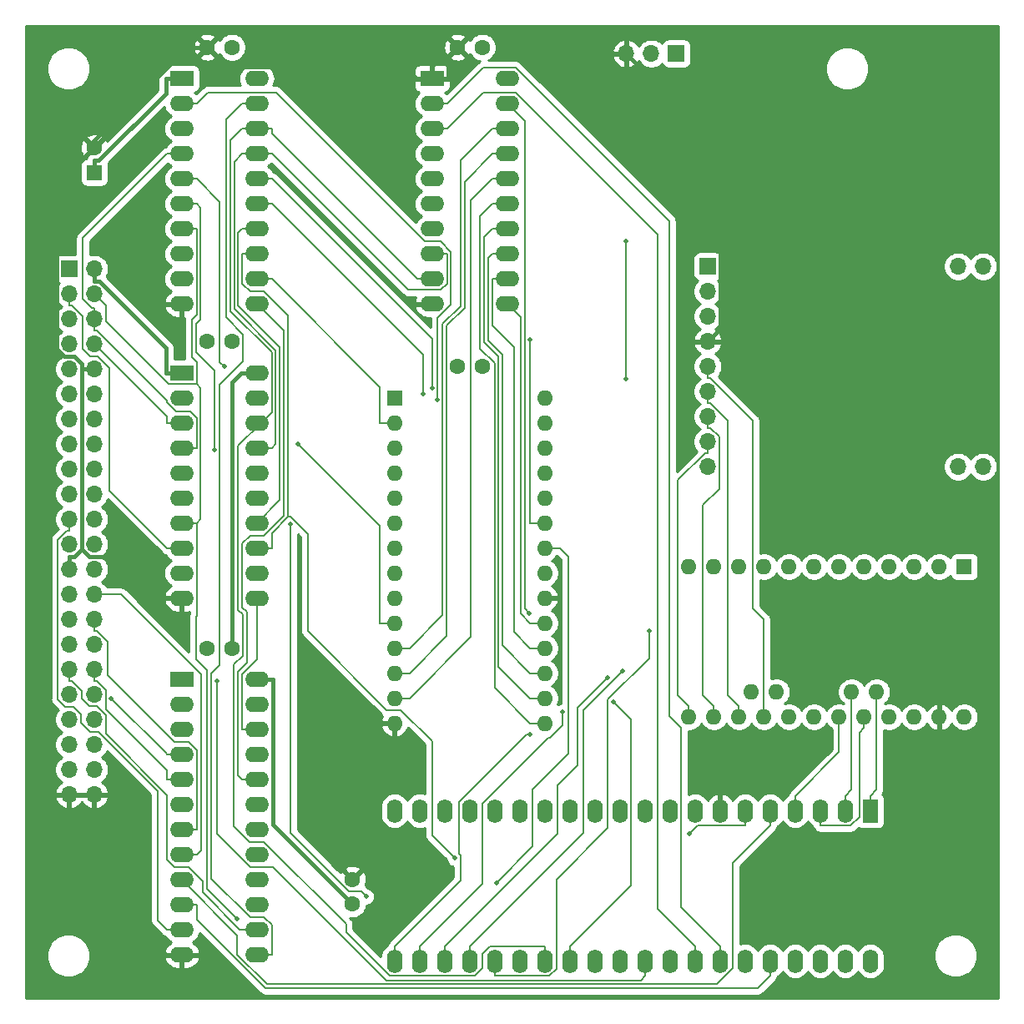
<source format=gbl>
G04 #@! TF.GenerationSoftware,KiCad,Pcbnew,(5.1.9)-1*
G04 #@! TF.CreationDate,2022-05-27T10:18:45+09:00*
G04 #@! TF.ProjectId,MZ2000_SD,4d5a3230-3030-45f5-9344-2e6b69636164,rev?*
G04 #@! TF.SameCoordinates,PX53920b0PY93c3260*
G04 #@! TF.FileFunction,Copper,L2,Bot*
G04 #@! TF.FilePolarity,Positive*
%FSLAX46Y46*%
G04 Gerber Fmt 4.6, Leading zero omitted, Abs format (unit mm)*
G04 Created by KiCad (PCBNEW (5.1.9)-1) date 2022-05-27 10:18:45*
%MOMM*%
%LPD*%
G01*
G04 APERTURE LIST*
G04 #@! TA.AperFunction,ComponentPad*
%ADD10C,1.600000*%
G04 #@! TD*
G04 #@! TA.AperFunction,ComponentPad*
%ADD11R,1.600000X2.400000*%
G04 #@! TD*
G04 #@! TA.AperFunction,ComponentPad*
%ADD12O,1.600000X2.400000*%
G04 #@! TD*
G04 #@! TA.AperFunction,ComponentPad*
%ADD13R,1.700000X1.700000*%
G04 #@! TD*
G04 #@! TA.AperFunction,ComponentPad*
%ADD14O,1.700000X1.700000*%
G04 #@! TD*
G04 #@! TA.AperFunction,ComponentPad*
%ADD15R,1.600000X1.600000*%
G04 #@! TD*
G04 #@! TA.AperFunction,ComponentPad*
%ADD16O,1.600000X1.600000*%
G04 #@! TD*
G04 #@! TA.AperFunction,ComponentPad*
%ADD17R,2.400000X1.600000*%
G04 #@! TD*
G04 #@! TA.AperFunction,ComponentPad*
%ADD18O,2.400000X1.600000*%
G04 #@! TD*
G04 #@! TA.AperFunction,ViaPad*
%ADD19C,0.500000*%
G04 #@! TD*
G04 #@! TA.AperFunction,Conductor*
%ADD20C,0.400000*%
G04 #@! TD*
G04 #@! TA.AperFunction,Conductor*
%ADD21C,0.200000*%
G04 #@! TD*
G04 #@! TA.AperFunction,Conductor*
%ADD22C,0.254000*%
G04 #@! TD*
G04 #@! TA.AperFunction,Conductor*
%ADD23C,0.100000*%
G04 #@! TD*
G04 APERTURE END LIST*
D10*
X33825000Y10230000D03*
X33825000Y12730000D03*
D11*
X86360000Y19685000D03*
D12*
X38100000Y4445000D03*
X83820000Y19685000D03*
X40640000Y4445000D03*
X81280000Y19685000D03*
X43180000Y4445000D03*
X78740000Y19685000D03*
X45720000Y4445000D03*
X76200000Y19685000D03*
X48260000Y4445000D03*
X73660000Y19685000D03*
X50800000Y4445000D03*
X71120000Y19685000D03*
X53340000Y4445000D03*
X68580000Y19685000D03*
X55880000Y4445000D03*
X66040000Y19685000D03*
X58420000Y4445000D03*
X63500000Y19685000D03*
X60960000Y4445000D03*
X60960000Y19685000D03*
X63500000Y4445000D03*
X58420000Y19685000D03*
X66040000Y4445000D03*
X55880000Y19685000D03*
X68580000Y4445000D03*
X53340000Y19685000D03*
X71120000Y4445000D03*
X50800000Y19685000D03*
X73660000Y4445000D03*
X48260000Y19685000D03*
X76200000Y4445000D03*
X45720000Y19685000D03*
X78740000Y4445000D03*
X43180000Y19685000D03*
X81280000Y4445000D03*
X40640000Y19685000D03*
X83820000Y4445000D03*
X38100000Y19685000D03*
X86360000Y4445000D03*
D13*
X69850000Y74930000D03*
D14*
X69850000Y72390000D03*
X69850000Y69850000D03*
X69850000Y67310000D03*
X69850000Y64770000D03*
X69850000Y62230000D03*
X69850000Y59690000D03*
X69850000Y57150000D03*
X69850000Y54610000D03*
X97790000Y54610000D03*
X95250000Y54610000D03*
X97790000Y74930000D03*
X95250000Y74930000D03*
D15*
X95885000Y44450000D03*
D16*
X93345000Y44450000D03*
X90805000Y44450000D03*
X67945000Y29210000D03*
X88265000Y44450000D03*
X70485000Y29210000D03*
X85725000Y44450000D03*
X73025000Y29210000D03*
X83185000Y44450000D03*
X75565000Y29210000D03*
X80645000Y44450000D03*
X78105000Y29210000D03*
X78105000Y44450000D03*
X80645000Y29210000D03*
X75565000Y44450000D03*
X83185000Y29210000D03*
X73025000Y44450000D03*
X85725000Y29210000D03*
X70485000Y44450000D03*
X88265000Y29210000D03*
X67945000Y44450000D03*
X90805000Y29210000D03*
X93345000Y29210000D03*
X95885000Y29210000D03*
X86995000Y31750000D03*
X84455000Y31750000D03*
X76835000Y31750000D03*
X74295000Y31750000D03*
D10*
X19090000Y97155000D03*
X21590000Y97155000D03*
X21590000Y67310000D03*
X19090000Y67310000D03*
X19090000Y36195000D03*
X21590000Y36195000D03*
X46990000Y64770000D03*
X44490000Y64770000D03*
X46990000Y97155000D03*
X44490000Y97155000D03*
D14*
X7620000Y21330000D03*
X5080000Y21330000D03*
X7620000Y23870000D03*
X5080000Y23870000D03*
X7620000Y26410000D03*
X5080000Y26410000D03*
X7620000Y28950000D03*
X5080000Y28950000D03*
X7620000Y31490000D03*
X5080000Y31490000D03*
X7620000Y34030000D03*
X5080000Y34030000D03*
X7620000Y36570000D03*
X5080000Y36570000D03*
X7620000Y39110000D03*
X5080000Y39110000D03*
X7620000Y41650000D03*
X5080000Y41650000D03*
X7620000Y44190000D03*
X5080000Y44190000D03*
X7620000Y46730000D03*
X5080000Y46730000D03*
X7620000Y49270000D03*
X5080000Y49270000D03*
X7620000Y51810000D03*
X5080000Y51810000D03*
X7620000Y54350000D03*
X5080000Y54350000D03*
X7620000Y56890000D03*
X5080000Y56890000D03*
X7620000Y59430000D03*
X5080000Y59430000D03*
X7620000Y61970000D03*
X5080000Y61970000D03*
X7620000Y64510000D03*
X5080000Y64510000D03*
X7620000Y67050000D03*
X5080000Y67050000D03*
X7620000Y69590000D03*
X5080000Y69590000D03*
X7620000Y72130000D03*
X5080000Y72130000D03*
X7620000Y74670000D03*
D13*
X5080000Y74670000D03*
D17*
X16510000Y93980000D03*
D18*
X24130000Y71120000D03*
X16510000Y91440000D03*
X24130000Y73660000D03*
X16510000Y88900000D03*
X24130000Y76200000D03*
X16510000Y86360000D03*
X24130000Y78740000D03*
X16510000Y83820000D03*
X24130000Y81280000D03*
X16510000Y81280000D03*
X24130000Y83820000D03*
X16510000Y78740000D03*
X24130000Y86360000D03*
X16510000Y76200000D03*
X24130000Y88900000D03*
X16510000Y73660000D03*
X24130000Y91440000D03*
X16510000Y71120000D03*
X24130000Y93980000D03*
X24130000Y64135000D03*
X16510000Y41275000D03*
X24130000Y61595000D03*
X16510000Y43815000D03*
X24130000Y59055000D03*
X16510000Y46355000D03*
X24130000Y56515000D03*
X16510000Y48895000D03*
X24130000Y53975000D03*
X16510000Y51435000D03*
X24130000Y51435000D03*
X16510000Y53975000D03*
X24130000Y48895000D03*
X16510000Y56515000D03*
X24130000Y46355000D03*
X16510000Y59055000D03*
X24130000Y43815000D03*
X16510000Y61595000D03*
X24130000Y41275000D03*
D17*
X16510000Y64135000D03*
X16510000Y33020000D03*
D18*
X24130000Y5080000D03*
X16510000Y30480000D03*
X24130000Y7620000D03*
X16510000Y27940000D03*
X24130000Y10160000D03*
X16510000Y25400000D03*
X24130000Y12700000D03*
X16510000Y22860000D03*
X24130000Y15240000D03*
X16510000Y20320000D03*
X24130000Y17780000D03*
X16510000Y17780000D03*
X24130000Y20320000D03*
X16510000Y15240000D03*
X24130000Y22860000D03*
X16510000Y12700000D03*
X24130000Y25400000D03*
X16510000Y10160000D03*
X24130000Y27940000D03*
X16510000Y7620000D03*
X24130000Y30480000D03*
X16510000Y5080000D03*
X24130000Y33020000D03*
D17*
X41910000Y93980000D03*
D18*
X49530000Y71120000D03*
X41910000Y91440000D03*
X49530000Y73660000D03*
X41910000Y88900000D03*
X49530000Y76200000D03*
X41910000Y86360000D03*
X49530000Y78740000D03*
X41910000Y83820000D03*
X49530000Y81280000D03*
X41910000Y81280000D03*
X49530000Y83820000D03*
X41910000Y78740000D03*
X49530000Y86360000D03*
X41910000Y76200000D03*
X49530000Y88900000D03*
X41910000Y73660000D03*
X49530000Y91440000D03*
X41910000Y71120000D03*
X49530000Y93980000D03*
D15*
X7620000Y84455000D03*
D10*
X7620000Y86955000D03*
D13*
X66675000Y96520000D03*
D14*
X64135000Y96520000D03*
X61595000Y96520000D03*
D15*
X38100000Y61595000D03*
D16*
X53340000Y28575000D03*
X38100000Y59055000D03*
X53340000Y31115000D03*
X38100000Y56515000D03*
X53340000Y33655000D03*
X38100000Y53975000D03*
X53340000Y36195000D03*
X38100000Y51435000D03*
X53340000Y38735000D03*
X38100000Y48895000D03*
X53340000Y41275000D03*
X38100000Y46355000D03*
X53340000Y43815000D03*
X38100000Y43815000D03*
X53340000Y46355000D03*
X38100000Y41275000D03*
X53340000Y48895000D03*
X38100000Y38735000D03*
X53340000Y51435000D03*
X38100000Y36195000D03*
X53340000Y53975000D03*
X38100000Y33655000D03*
X53340000Y56515000D03*
X38100000Y31115000D03*
X53340000Y59055000D03*
X38100000Y28575000D03*
X53340000Y61595000D03*
D19*
X9352000Y31107000D03*
X60273400Y30750400D03*
X35189000Y10975900D03*
X27525900Y48750900D03*
X44204000Y14873400D03*
X22076000Y8754700D03*
X20050300Y32857400D03*
X51857700Y27455200D03*
X55122200Y29719500D03*
X59736700Y33232500D03*
X61220100Y33896000D03*
X63917500Y37921500D03*
X42418900Y61389400D03*
X20821600Y64738500D03*
X40986400Y61964800D03*
X19792200Y56325500D03*
X41898300Y62599900D03*
X51839700Y67494300D03*
X28286900Y56917400D03*
X67999800Y17362900D03*
X51732300Y39739400D03*
X48394900Y12385000D03*
X61595000Y63500000D03*
X61595000Y77470000D03*
D20*
X21590000Y36195000D02*
X21590000Y63195300D01*
X21590000Y63195300D02*
X22529700Y64135000D01*
X24130000Y64135000D02*
X22529700Y64135000D01*
X7620000Y73419700D02*
X8138100Y73419700D01*
X8138100Y73419700D02*
X14909700Y66648100D01*
X14909700Y66648100D02*
X14909700Y64135000D01*
X7620000Y84455000D02*
X7620000Y85655300D01*
X16510000Y93980000D02*
X14909700Y93980000D01*
X14909700Y93980000D02*
X14909700Y92494900D01*
X14909700Y92494900D02*
X8070100Y85655300D01*
X8070100Y85655300D02*
X7620000Y85655300D01*
X7620000Y74670000D02*
X7620000Y73419700D01*
X16510000Y64135000D02*
X14909700Y64135000D01*
X24130000Y33020000D02*
X25730300Y33020000D01*
X33825000Y10230000D02*
X25730300Y18324700D01*
X25730300Y18324700D02*
X25730300Y33020000D01*
X6369700Y46211900D02*
X5598100Y45440300D01*
X5598100Y45440300D02*
X5080000Y45440300D01*
X6369700Y64510000D02*
X6369700Y46211900D01*
X14909700Y41275000D02*
X10705100Y45479600D01*
X10705100Y45479600D02*
X7102000Y45479600D01*
X7102000Y45479600D02*
X6369700Y46211900D01*
X16510000Y41275000D02*
X14909700Y41275000D01*
X5080000Y44190000D02*
X5080000Y45440300D01*
X7620000Y86955000D02*
X3821400Y83156400D01*
X3821400Y83156400D02*
X3821400Y66515200D01*
X3821400Y66515200D02*
X4556600Y65780000D01*
X4556600Y65780000D02*
X5617800Y65780000D01*
X5617800Y65780000D02*
X6369700Y65028100D01*
X6369700Y65028100D02*
X6369700Y64510000D01*
X38100000Y28575000D02*
X36499700Y28575000D01*
X36499700Y28575000D02*
X36499700Y15404700D01*
X36499700Y15404700D02*
X33825000Y12730000D01*
X19090000Y97155000D02*
X21064700Y95180300D01*
X21064700Y95180300D02*
X39109400Y95180300D01*
X39109400Y95180300D02*
X40309700Y93980000D01*
X7620000Y86955000D02*
X7620000Y87715300D01*
X7620000Y87715300D02*
X17059700Y97155000D01*
X17059700Y97155000D02*
X19090000Y97155000D01*
X41910000Y93980000D02*
X40309700Y93980000D01*
X7620000Y64510000D02*
X6369700Y64510000D01*
X16510000Y5080000D02*
X14909700Y5080000D01*
X7620000Y21330000D02*
X7620000Y12369700D01*
X7620000Y12369700D02*
X14909700Y5080000D01*
X41910000Y93980000D02*
X43510300Y93980000D01*
X43510300Y93980000D02*
X43510300Y96175300D01*
X43510300Y96175300D02*
X44490000Y97155000D01*
X71100001Y68560001D02*
X69850000Y67310000D01*
X71100001Y87014999D02*
X71100001Y68560001D01*
X61595000Y96520000D02*
X71100001Y87014999D01*
D21*
X16510000Y25400000D02*
X15009700Y25400000D01*
X15009700Y25400000D02*
X15009700Y25449300D01*
X15009700Y25449300D02*
X9352000Y31107000D01*
X15009700Y22860000D02*
X15009700Y23764100D01*
X15009700Y23764100D02*
X8801700Y29972100D01*
X8801700Y29972100D02*
X8801700Y31936300D01*
X8801700Y31936300D02*
X7858300Y32879700D01*
X7858300Y32879700D02*
X7620000Y32879700D01*
X16510000Y22860000D02*
X15009700Y22860000D01*
X7620000Y34030000D02*
X7620000Y32879700D01*
X5080000Y34030000D02*
X5080000Y32879700D01*
X24130000Y7620000D02*
X22389600Y7620000D01*
X22389600Y7620000D02*
X18614700Y11394900D01*
X18614700Y11394900D02*
X18614700Y12556400D01*
X18614700Y12556400D02*
X17201100Y13970000D01*
X17201100Y13970000D02*
X15788600Y13970000D01*
X15788600Y13970000D02*
X15009600Y14749000D01*
X15009600Y14749000D02*
X15009600Y21244400D01*
X15009600Y21244400D02*
X8770300Y27483700D01*
X8770300Y27483700D02*
X8770300Y29426500D01*
X8770300Y29426500D02*
X7857200Y30339600D01*
X7857200Y30339600D02*
X7081900Y30339600D01*
X7081900Y30339600D02*
X6350000Y31071500D01*
X6350000Y31071500D02*
X6350000Y31848000D01*
X6350000Y31848000D02*
X5318300Y32879700D01*
X5318300Y32879700D02*
X5080000Y32879700D01*
X7620000Y39110000D02*
X7620000Y37959700D01*
X16510000Y17780000D02*
X18010300Y17780000D01*
X18010300Y17780000D02*
X18010300Y25871900D01*
X18010300Y25871900D02*
X17191600Y26690600D01*
X17191600Y26690600D02*
X15785300Y26690600D01*
X15785300Y26690600D02*
X9009600Y33466300D01*
X9009600Y33466300D02*
X9009600Y36808400D01*
X9009600Y36808400D02*
X7858300Y37959700D01*
X7858300Y37959700D02*
X7620000Y37959700D01*
X16510000Y15240000D02*
X18010300Y15240000D01*
X18010300Y15240000D02*
X18448900Y15678600D01*
X18448900Y15678600D02*
X18448900Y33547000D01*
X18448900Y33547000D02*
X10345900Y41650000D01*
X10345900Y41650000D02*
X7620000Y41650000D01*
X5080000Y48119700D02*
X4841600Y48119700D01*
X4841600Y48119700D02*
X3917300Y47195400D01*
X3917300Y47195400D02*
X3917300Y31004500D01*
X3917300Y31004500D02*
X4701800Y30220000D01*
X4701800Y30220000D02*
X5474200Y30220000D01*
X5474200Y30220000D02*
X6260600Y29433600D01*
X6260600Y29433600D02*
X6260600Y28658100D01*
X6260600Y28658100D02*
X7238700Y27680000D01*
X7238700Y27680000D02*
X8007600Y27680000D01*
X8007600Y27680000D02*
X14042900Y21644700D01*
X14042900Y21644700D02*
X14042900Y8586800D01*
X14042900Y8586800D02*
X15009700Y7620000D01*
X5080000Y49270000D02*
X5080000Y48119700D01*
X16510000Y7620000D02*
X15009700Y7620000D01*
X76200000Y19685000D02*
X76200000Y18184700D01*
X16510000Y12700000D02*
X22135400Y7074600D01*
X22135400Y7074600D02*
X22135400Y5097200D01*
X22135400Y5097200D02*
X25141200Y2091400D01*
X25141200Y2091400D02*
X70768700Y2091400D01*
X70768700Y2091400D02*
X72390000Y3712700D01*
X72390000Y3712700D02*
X72390000Y14374700D01*
X72390000Y14374700D02*
X76200000Y18184700D01*
X18010300Y10160000D02*
X18010300Y8656200D01*
X18010300Y8656200D02*
X24975400Y1691100D01*
X24975400Y1691100D02*
X74946400Y1691100D01*
X74946400Y1691100D02*
X76200000Y2944700D01*
X76200000Y4445000D02*
X76200000Y2944700D01*
X16510000Y10160000D02*
X18010300Y10160000D01*
X22629700Y88900000D02*
X21424600Y87694900D01*
X21424600Y87694900D02*
X21424600Y70398500D01*
X21424600Y70398500D02*
X25630300Y66192800D01*
X25630300Y66192800D02*
X25630300Y60121800D01*
X25630300Y60121800D02*
X24563500Y59055000D01*
X24130000Y88900000D02*
X22629700Y88900000D01*
X53340000Y5945300D02*
X47786000Y5945300D01*
X47786000Y5945300D02*
X46990000Y5149300D01*
X46990000Y5149300D02*
X46990000Y3711400D01*
X46990000Y3711400D02*
X46218300Y2939700D01*
X46218300Y2939700D02*
X37627700Y2939700D01*
X37627700Y2939700D02*
X33154500Y7412900D01*
X33154500Y7412900D02*
X33154500Y8193100D01*
X33154500Y8193100D02*
X24837600Y16510000D01*
X24837600Y16510000D02*
X23373900Y16510000D01*
X23373900Y16510000D02*
X21795100Y18088800D01*
X21795100Y18088800D02*
X21795100Y34518200D01*
X21795100Y34518200D02*
X22707000Y35430100D01*
X22707000Y35430100D02*
X22707000Y39615100D01*
X22707000Y39615100D02*
X22226900Y40095200D01*
X22226900Y40095200D02*
X22226900Y56718400D01*
X22226900Y56718400D02*
X24563500Y59055000D01*
X53340000Y4445000D02*
X53340000Y5945300D01*
X24130000Y59055000D02*
X24563500Y59055000D01*
X24130000Y88900000D02*
X25630300Y88900000D01*
X41910000Y73660000D02*
X40409700Y73660000D01*
X40409700Y73660000D02*
X25630300Y88439400D01*
X25630300Y88439400D02*
X25630300Y88900000D01*
X55880000Y4445000D02*
X55880000Y5945300D01*
X60273400Y30750400D02*
X62060900Y28962900D01*
X62060900Y28962900D02*
X62060900Y12126200D01*
X62060900Y12126200D02*
X55880000Y5945300D01*
X22629700Y86360000D02*
X21824900Y85555200D01*
X21824900Y85555200D02*
X21824900Y70612700D01*
X21824900Y70612700D02*
X26030600Y66407000D01*
X26030600Y66407000D02*
X26030600Y56915300D01*
X26030600Y56915300D02*
X25630300Y56515000D01*
X24130000Y56515000D02*
X25630300Y56515000D01*
X24130000Y86360000D02*
X22629700Y86360000D01*
X24130000Y86360000D02*
X25630300Y86360000D01*
X41910000Y76200000D02*
X43410300Y76200000D01*
X43410300Y76200000D02*
X43410300Y73199900D01*
X43410300Y73199900D02*
X42765500Y72555100D01*
X42765500Y72555100D02*
X39435200Y72555100D01*
X39435200Y72555100D02*
X25630300Y86360000D01*
X43410300Y91440000D02*
X47071500Y95101200D01*
X47071500Y95101200D02*
X50376800Y95101200D01*
X50376800Y95101200D02*
X65950800Y79527200D01*
X65950800Y79527200D02*
X65950800Y29299200D01*
X65950800Y29299200D02*
X67149800Y28100200D01*
X67149800Y28100200D02*
X67149800Y9915500D01*
X67149800Y9915500D02*
X71120000Y5945300D01*
X16510000Y59055000D02*
X15009700Y59055000D01*
X15009700Y59055000D02*
X15009700Y59660300D01*
X15009700Y59660300D02*
X7620000Y67050000D01*
X71120000Y4445000D02*
X71120000Y5945300D01*
X41910000Y91440000D02*
X43410300Y91440000D01*
X35189000Y10975900D02*
X34684900Y11480000D01*
X34684900Y11480000D02*
X33489600Y11480000D01*
X33489600Y11480000D02*
X27525900Y17443700D01*
X27525900Y17443700D02*
X27525900Y48750900D01*
X24130000Y78740000D02*
X22629700Y78740000D01*
X24130000Y48895000D02*
X26445200Y51210200D01*
X26445200Y51210200D02*
X26445200Y66703600D01*
X26445200Y66703600D02*
X22225200Y70923600D01*
X22225200Y70923600D02*
X22225200Y78335500D01*
X22225200Y78335500D02*
X22629700Y78740000D01*
X16510000Y56515000D02*
X18010300Y56515000D01*
X7620000Y69590000D02*
X7620000Y68439700D01*
X18010300Y56515000D02*
X18010300Y59515400D01*
X18010300Y59515400D02*
X17342300Y60183400D01*
X17342300Y60183400D02*
X15934900Y60183400D01*
X15934900Y60183400D02*
X15009600Y61108700D01*
X15009600Y61108700D02*
X15009600Y61317700D01*
X15009600Y61317700D02*
X7887600Y68439700D01*
X7887600Y68439700D02*
X7620000Y68439700D01*
X43410300Y88900000D02*
X47063000Y92552700D01*
X47063000Y92552700D02*
X50401600Y92552700D01*
X50401600Y92552700D02*
X64770000Y78184300D01*
X64770000Y78184300D02*
X64770000Y9755300D01*
X64770000Y9755300D02*
X68580000Y5945300D01*
X68580000Y4445000D02*
X68580000Y5945300D01*
X41910000Y88900000D02*
X43410300Y88900000D01*
X7620000Y69590000D02*
X7620000Y70740300D01*
X16510000Y86360000D02*
X15009700Y86360000D01*
X15009700Y86360000D02*
X6450100Y77800400D01*
X6450100Y77800400D02*
X6450100Y71671800D01*
X6450100Y71671800D02*
X7381600Y70740300D01*
X7381600Y70740300D02*
X7620000Y70740300D01*
X27273600Y49498600D02*
X25630300Y47855300D01*
X25630300Y47855300D02*
X25630300Y46355000D01*
X22629700Y76200000D02*
X22629700Y73199000D01*
X22629700Y73199000D02*
X23438700Y72390000D01*
X23438700Y72390000D02*
X24830600Y72390000D01*
X24830600Y72390000D02*
X27273600Y69947000D01*
X27273600Y69947000D02*
X27273600Y49498600D01*
X27273600Y49498600D02*
X27557500Y49498600D01*
X27557500Y49498600D02*
X29291400Y47764700D01*
X29291400Y47764700D02*
X29291400Y37914000D01*
X29291400Y37914000D02*
X37274000Y29931400D01*
X37274000Y29931400D02*
X38728100Y29931400D01*
X38728100Y29931400D02*
X41910000Y26749500D01*
X41910000Y26749500D02*
X41910000Y17167400D01*
X41910000Y17167400D02*
X44204000Y14873400D01*
X24130000Y76200000D02*
X22629700Y76200000D01*
X24130000Y46355000D02*
X25630300Y46355000D01*
X22076000Y8754700D02*
X19015100Y11815600D01*
X19015100Y11815600D02*
X19015100Y33951200D01*
X19015100Y33951200D02*
X17941000Y35025300D01*
X17941000Y35025300D02*
X17941000Y39411300D01*
X17941000Y39411300D02*
X18010300Y39480600D01*
X18010300Y39480600D02*
X18010300Y48895000D01*
X18010300Y48895000D02*
X18410600Y49295300D01*
X18410600Y49295300D02*
X18410600Y62611700D01*
X18410600Y62611700D02*
X18010300Y63012000D01*
X18010300Y78740000D02*
X18010300Y69986000D01*
X18010300Y69986000D02*
X17502000Y69477700D01*
X17502000Y69477700D02*
X17502000Y65725400D01*
X17502000Y65725400D02*
X18010300Y65217100D01*
X18010300Y65217100D02*
X18010300Y63012000D01*
X18010300Y63012000D02*
X15165300Y63012000D01*
X15165300Y63012000D02*
X8810900Y69366400D01*
X8810900Y69366400D02*
X8810900Y70939100D01*
X8810900Y70939100D02*
X7620000Y72130000D01*
X16510000Y78740000D02*
X18010300Y78740000D01*
X16510000Y48895000D02*
X18010300Y48895000D01*
X20050300Y32857400D02*
X20050300Y17363400D01*
X20050300Y17363400D02*
X23443700Y13970000D01*
X23443700Y13970000D02*
X25786800Y13970000D01*
X25786800Y13970000D02*
X37262400Y2494400D01*
X37262400Y2494400D02*
X63049700Y2494400D01*
X63049700Y2494400D02*
X63500000Y2944700D01*
X5080000Y72130000D02*
X5080000Y70979700D01*
X16510000Y46355000D02*
X15009700Y46355000D01*
X15009700Y46355000D02*
X9164700Y52200000D01*
X9164700Y52200000D02*
X9164700Y64618700D01*
X9164700Y64618700D02*
X8003400Y65780000D01*
X8003400Y65780000D02*
X7210600Y65780000D01*
X7210600Y65780000D02*
X6469600Y66521000D01*
X6469600Y66521000D02*
X6469600Y69828400D01*
X6469600Y69828400D02*
X5318300Y70979700D01*
X5318300Y70979700D02*
X5080000Y70979700D01*
X63500000Y4445000D02*
X63500000Y2944700D01*
X69850000Y64770000D02*
X69850000Y63619700D01*
X75565000Y29210000D02*
X75565000Y39100900D01*
X75565000Y39100900D02*
X74453800Y40212100D01*
X74453800Y40212100D02*
X74453800Y59254200D01*
X74453800Y59254200D02*
X70088300Y63619700D01*
X70088300Y63619700D02*
X69850000Y63619700D01*
X69850000Y62230000D02*
X69850000Y61079700D01*
X73025000Y29210000D02*
X73025000Y30310300D01*
X73025000Y30310300D02*
X71924700Y31410600D01*
X71924700Y31410600D02*
X71924700Y59243300D01*
X71924700Y59243300D02*
X70088300Y61079700D01*
X70088300Y61079700D02*
X69850000Y61079700D01*
X69850000Y59690000D02*
X69850000Y58539700D01*
X70485000Y29210000D02*
X70485000Y30310300D01*
X70485000Y30310300D02*
X69373700Y31421600D01*
X69373700Y31421600D02*
X69373700Y50696300D01*
X69373700Y50696300D02*
X71004800Y52327400D01*
X71004800Y52327400D02*
X71004800Y57623200D01*
X71004800Y57623200D02*
X70088300Y58539700D01*
X70088300Y58539700D02*
X69850000Y58539700D01*
X69850000Y57150000D02*
X69850000Y55999700D01*
X67945000Y29210000D02*
X67945000Y30310300D01*
X67945000Y30310300D02*
X66836500Y31418800D01*
X66836500Y31418800D02*
X66836500Y53224600D01*
X66836500Y53224600D02*
X69611600Y55999700D01*
X69611600Y55999700D02*
X69850000Y55999700D01*
X86360000Y19685000D02*
X86360000Y21185300D01*
X86995000Y31750000D02*
X86995000Y21820300D01*
X86995000Y21820300D02*
X86360000Y21185300D01*
X38100000Y4445000D02*
X38100000Y5945300D01*
X51857700Y27455200D02*
X51491900Y27455200D01*
X51491900Y27455200D02*
X44602200Y20565500D01*
X44602200Y20565500D02*
X44602200Y15290300D01*
X44602200Y15290300D02*
X44772800Y15119700D01*
X44772800Y15119700D02*
X44772800Y12618100D01*
X44772800Y12618100D02*
X38100000Y5945300D01*
X83820000Y19685000D02*
X83820000Y21185300D01*
X84455000Y31750000D02*
X84455000Y21820300D01*
X84455000Y21820300D02*
X83820000Y21185300D01*
X40640000Y5945300D02*
X46990000Y12295300D01*
X46990000Y12295300D02*
X46990000Y20384800D01*
X46990000Y20384800D02*
X53697300Y27092100D01*
X53697300Y27092100D02*
X53834600Y27092100D01*
X53834600Y27092100D02*
X55122200Y28379700D01*
X55122200Y28379700D02*
X55122200Y29719500D01*
X40640000Y4445000D02*
X40640000Y5945300D01*
X81280000Y19685000D02*
X81280000Y18184700D01*
X85725000Y29210000D02*
X85725000Y28109700D01*
X85725000Y28109700D02*
X85231700Y27616400D01*
X85231700Y27616400D02*
X85231700Y19072400D01*
X85231700Y19072400D02*
X84344000Y18184700D01*
X84344000Y18184700D02*
X81280000Y18184700D01*
X43180000Y4445000D02*
X43180000Y5945300D01*
X59736700Y33232500D02*
X56614700Y30110500D01*
X56614700Y30110500D02*
X56614700Y24285700D01*
X56614700Y24285700D02*
X54610000Y22281000D01*
X54610000Y22281000D02*
X54610000Y17375300D01*
X54610000Y17375300D02*
X43180000Y5945300D01*
X78740000Y19685000D02*
X78740000Y21185300D01*
X83185000Y29210000D02*
X83185000Y25630300D01*
X83185000Y25630300D02*
X78740000Y21185300D01*
X45720000Y5945300D02*
X57234700Y17460000D01*
X57234700Y17460000D02*
X57234700Y29910600D01*
X57234700Y29910600D02*
X61220100Y33896000D01*
X45720000Y4445000D02*
X45720000Y5945300D01*
X63917500Y37921500D02*
X63917500Y35172700D01*
X63917500Y35172700D02*
X59723100Y30978300D01*
X59723100Y30978300D02*
X59723100Y17948000D01*
X59723100Y17948000D02*
X54523600Y12748500D01*
X54523600Y12748500D02*
X54523600Y3667100D01*
X54523600Y3667100D02*
X53801200Y2944700D01*
X53801200Y2944700D02*
X48260000Y2944700D01*
X48260000Y4445000D02*
X48260000Y2944700D01*
X24130000Y22860000D02*
X22629700Y22860000D01*
X22629700Y22860000D02*
X22195500Y23294200D01*
X22195500Y23294200D02*
X22195500Y33824500D01*
X22195500Y33824500D02*
X23124300Y34753300D01*
X23124300Y34753300D02*
X23124300Y39844000D01*
X23124300Y39844000D02*
X22627300Y40341000D01*
X22627300Y40341000D02*
X22627300Y46826200D01*
X22627300Y46826200D02*
X23426100Y47625000D01*
X23426100Y47625000D02*
X24820700Y47625000D01*
X24820700Y47625000D02*
X26845500Y49649800D01*
X26845500Y49649800D02*
X26845500Y68404500D01*
X26845500Y68404500D02*
X24130000Y71120000D01*
X42418900Y61389400D02*
X42448600Y61419100D01*
X42448600Y61419100D02*
X42448600Y69682900D01*
X42448600Y69682900D02*
X43810700Y71045000D01*
X43810700Y71045000D02*
X43810700Y76396100D01*
X43810700Y76396100D02*
X42736800Y77470000D01*
X42736800Y77470000D02*
X41153900Y77470000D01*
X41153900Y77470000D02*
X26074400Y92549500D01*
X26074400Y92549500D02*
X19119800Y92549500D01*
X19119800Y92549500D02*
X18010300Y91440000D01*
X16510000Y91440000D02*
X18010300Y91440000D01*
X24130000Y73660000D02*
X25630300Y73660000D01*
X38100000Y59055000D02*
X36599700Y59055000D01*
X36599700Y59055000D02*
X36599700Y62690600D01*
X36599700Y62690600D02*
X25630300Y73660000D01*
X16510000Y83820000D02*
X18010300Y83820000D01*
X20821600Y64738500D02*
X20340000Y65220100D01*
X20340000Y65220100D02*
X20340000Y81490300D01*
X20340000Y81490300D02*
X18010300Y83820000D01*
X25630300Y81280000D02*
X40986400Y65923900D01*
X40986400Y65923900D02*
X40986400Y61964800D01*
X24130000Y81280000D02*
X25630300Y81280000D01*
X18010300Y81280000D02*
X18412100Y80878200D01*
X18412100Y80878200D02*
X18412100Y69538700D01*
X18412100Y69538700D02*
X17933100Y69059700D01*
X17933100Y69059700D02*
X17933100Y66185400D01*
X17933100Y66185400D02*
X19792200Y64326300D01*
X19792200Y64326300D02*
X19792200Y56325500D01*
X16510000Y81280000D02*
X18010300Y81280000D01*
X24130000Y83820000D02*
X25630300Y83820000D01*
X41898300Y62599900D02*
X41898300Y67552000D01*
X41898300Y67552000D02*
X25630300Y83820000D01*
X51839700Y48895000D02*
X51839700Y67494300D01*
X53340000Y48895000D02*
X51839700Y48895000D01*
X25630300Y5080000D02*
X25630300Y8111800D01*
X25630300Y8111800D02*
X24852100Y8890000D01*
X24852100Y8890000D02*
X23428200Y8890000D01*
X23428200Y8890000D02*
X19499800Y12818400D01*
X19499800Y12818400D02*
X19499800Y33590900D01*
X19499800Y33590900D02*
X20342600Y34433700D01*
X20342600Y34433700D02*
X20342600Y62887600D01*
X20342600Y62887600D02*
X22711300Y65256300D01*
X22711300Y65256300D02*
X22711300Y68027800D01*
X22711300Y68027800D02*
X20994900Y69744200D01*
X20994900Y69744200D02*
X20994900Y89805200D01*
X20994900Y89805200D02*
X22629700Y91440000D01*
X24130000Y91440000D02*
X22629700Y91440000D01*
X24130000Y5080000D02*
X25630300Y5080000D01*
X38100000Y38735000D02*
X36599700Y38735000D01*
X36599700Y38735000D02*
X36599700Y48604600D01*
X36599700Y48604600D02*
X28286900Y56917400D01*
X24130000Y27940000D02*
X22629700Y27940000D01*
X22629700Y27940000D02*
X22629700Y33565100D01*
X22629700Y33565100D02*
X24130000Y35065400D01*
X24130000Y35065400D02*
X24130000Y41275000D01*
X73660000Y18184700D02*
X68821600Y18184700D01*
X68821600Y18184700D02*
X67999800Y17362900D01*
X73660000Y19685000D02*
X73660000Y18184700D01*
X51732300Y39739400D02*
X51280500Y40191200D01*
X51280500Y40191200D02*
X51280500Y89689500D01*
X51280500Y89689500D02*
X49530000Y91440000D01*
X49530000Y81280000D02*
X48029700Y81280000D01*
X53340000Y28575000D02*
X51839700Y28575000D01*
X51839700Y28575000D02*
X48228900Y32185800D01*
X48228900Y32185800D02*
X48228900Y65087600D01*
X48228900Y65087600D02*
X46778100Y66538400D01*
X46778100Y66538400D02*
X46778100Y80028400D01*
X46778100Y80028400D02*
X48029700Y81280000D01*
X51839700Y31115000D02*
X48629300Y34325400D01*
X48629300Y34325400D02*
X48629300Y65819500D01*
X48629300Y65819500D02*
X47186800Y67262000D01*
X47186800Y67262000D02*
X47186800Y77897100D01*
X47186800Y77897100D02*
X48029700Y78740000D01*
X49530000Y78740000D02*
X48029700Y78740000D01*
X53340000Y31115000D02*
X51839700Y31115000D01*
X51839700Y33655000D02*
X49029600Y36465100D01*
X49029600Y36465100D02*
X49029600Y65985400D01*
X49029600Y65985400D02*
X47620500Y67394500D01*
X47620500Y67394500D02*
X47620500Y75790800D01*
X47620500Y75790800D02*
X48029700Y76200000D01*
X49530000Y76200000D02*
X48029700Y76200000D01*
X53340000Y33655000D02*
X51839700Y33655000D01*
X49530000Y73660000D02*
X48029700Y73660000D01*
X53340000Y36195000D02*
X51839700Y36195000D01*
X51839700Y36195000D02*
X50171600Y37863100D01*
X50171600Y37863100D02*
X50171600Y66765600D01*
X50171600Y66765600D02*
X48029700Y68907500D01*
X48029700Y68907500D02*
X48029700Y73660000D01*
X53340000Y38735000D02*
X51839700Y38735000D01*
X51839700Y38735000D02*
X50867700Y39707000D01*
X50867700Y39707000D02*
X50867700Y69782300D01*
X50867700Y69782300D02*
X49530000Y71120000D01*
X39600300Y36195000D02*
X42969800Y39564500D01*
X42969800Y39564500D02*
X42969800Y69071700D01*
X42969800Y69071700D02*
X44777000Y70878900D01*
X44777000Y70878900D02*
X44777000Y85647300D01*
X44777000Y85647300D02*
X48029700Y88900000D01*
X38100000Y36195000D02*
X39600300Y36195000D01*
X49530000Y88900000D02*
X48029700Y88900000D01*
X39600300Y33655000D02*
X43370100Y37424800D01*
X43370100Y37424800D02*
X43370100Y68905900D01*
X43370100Y68905900D02*
X45177400Y70713200D01*
X45177400Y70713200D02*
X45177400Y83507700D01*
X45177400Y83507700D02*
X48029700Y86360000D01*
X49530000Y86360000D02*
X48029700Y86360000D01*
X38100000Y33655000D02*
X39600300Y33655000D01*
X39600300Y31115000D02*
X45836200Y37350900D01*
X45836200Y37350900D02*
X45836200Y81626500D01*
X45836200Y81626500D02*
X48029700Y83820000D01*
X49530000Y83820000D02*
X48029700Y83820000D01*
X38100000Y31115000D02*
X39600300Y31115000D01*
X53340000Y46355000D02*
X54840300Y46355000D01*
X54840300Y46355000D02*
X55711200Y45484100D01*
X55711200Y45484100D02*
X55711200Y25457600D01*
X55711200Y25457600D02*
X52070000Y21816400D01*
X52070000Y21816400D02*
X52070000Y16060100D01*
X52070000Y16060100D02*
X48394900Y12385000D01*
X61595000Y63500000D02*
X61595000Y77470000D01*
X61595000Y77470000D02*
X61595000Y77470000D01*
D22*
X99340000Y660000D02*
X660000Y660000D01*
X660000Y5220128D01*
X2765000Y5220128D01*
X2765000Y4779872D01*
X2850890Y4348075D01*
X3019369Y3941331D01*
X3263962Y3575271D01*
X3575271Y3263962D01*
X3941331Y3019369D01*
X4348075Y2850890D01*
X4779872Y2765000D01*
X5220128Y2765000D01*
X5651925Y2850890D01*
X6058669Y3019369D01*
X6424729Y3263962D01*
X6736038Y3575271D01*
X6980631Y3941331D01*
X7149110Y4348075D01*
X7225270Y4730961D01*
X14718096Y4730961D01*
X14735633Y4648182D01*
X14846285Y4388354D01*
X15005500Y4155105D01*
X15207161Y3957399D01*
X15443517Y3802834D01*
X15705486Y3697350D01*
X15983000Y3645000D01*
X16383000Y3645000D01*
X16383000Y4953000D01*
X16637000Y4953000D01*
X16637000Y3645000D01*
X17037000Y3645000D01*
X17314514Y3697350D01*
X17576483Y3802834D01*
X17812839Y3957399D01*
X18014500Y4155105D01*
X18173715Y4388354D01*
X18284367Y4648182D01*
X18301904Y4730961D01*
X18179915Y4953000D01*
X16637000Y4953000D01*
X16383000Y4953000D01*
X14840085Y4953000D01*
X14718096Y4730961D01*
X7225270Y4730961D01*
X7235000Y4779872D01*
X7235000Y5220128D01*
X7149110Y5651925D01*
X6980631Y6058669D01*
X6736038Y6424729D01*
X6424729Y6736038D01*
X6058669Y6980631D01*
X5651925Y7149110D01*
X5220128Y7235000D01*
X4779872Y7235000D01*
X4348075Y7149110D01*
X3941331Y6980631D01*
X3575271Y6736038D01*
X3263962Y6424729D01*
X3019369Y6058669D01*
X2850890Y5651925D01*
X2765000Y5220128D01*
X660000Y5220128D01*
X660000Y20973110D01*
X3638524Y20973110D01*
X3683175Y20825901D01*
X3808359Y20563080D01*
X3982412Y20329731D01*
X4198645Y20134822D01*
X4448748Y19985843D01*
X4723109Y19888519D01*
X4953000Y20009186D01*
X4953000Y21203000D01*
X5207000Y21203000D01*
X5207000Y20009186D01*
X5436891Y19888519D01*
X5711252Y19985843D01*
X5961355Y20134822D01*
X6177588Y20329731D01*
X6350000Y20560880D01*
X6522412Y20329731D01*
X6738645Y20134822D01*
X6988748Y19985843D01*
X7263109Y19888519D01*
X7493000Y20009186D01*
X7493000Y21203000D01*
X7747000Y21203000D01*
X7747000Y20009186D01*
X7976891Y19888519D01*
X8251252Y19985843D01*
X8501355Y20134822D01*
X8717588Y20329731D01*
X8891641Y20563080D01*
X9016825Y20825901D01*
X9061476Y20973110D01*
X8940155Y21203000D01*
X7747000Y21203000D01*
X7493000Y21203000D01*
X5207000Y21203000D01*
X4953000Y21203000D01*
X3759845Y21203000D01*
X3638524Y20973110D01*
X660000Y20973110D01*
X660000Y47195400D01*
X3178744Y47195400D01*
X3182300Y47159295D01*
X3182301Y31040615D01*
X3178744Y31004500D01*
X3192935Y30860415D01*
X3228785Y30742237D01*
X3234964Y30721867D01*
X3303214Y30594180D01*
X3395063Y30482262D01*
X3423108Y30459246D01*
X3956123Y29926230D01*
X3926525Y29896632D01*
X3764010Y29653411D01*
X3652068Y29383158D01*
X3595000Y29096260D01*
X3595000Y28803740D01*
X3652068Y28516842D01*
X3764010Y28246589D01*
X3926525Y28003368D01*
X4133368Y27796525D01*
X4307760Y27680000D01*
X4133368Y27563475D01*
X3926525Y27356632D01*
X3764010Y27113411D01*
X3652068Y26843158D01*
X3595000Y26556260D01*
X3595000Y26263740D01*
X3652068Y25976842D01*
X3764010Y25706589D01*
X3926525Y25463368D01*
X4133368Y25256525D01*
X4307760Y25140000D01*
X4133368Y25023475D01*
X3926525Y24816632D01*
X3764010Y24573411D01*
X3652068Y24303158D01*
X3595000Y24016260D01*
X3595000Y23723740D01*
X3652068Y23436842D01*
X3764010Y23166589D01*
X3926525Y22923368D01*
X4133368Y22716525D01*
X4315534Y22594805D01*
X4198645Y22525178D01*
X3982412Y22330269D01*
X3808359Y22096920D01*
X3683175Y21834099D01*
X3638524Y21686890D01*
X3759845Y21457000D01*
X4953000Y21457000D01*
X4953000Y21477000D01*
X5207000Y21477000D01*
X5207000Y21457000D01*
X7493000Y21457000D01*
X7493000Y21477000D01*
X7747000Y21477000D01*
X7747000Y21457000D01*
X8940155Y21457000D01*
X9061476Y21686890D01*
X9016825Y21834099D01*
X8891641Y22096920D01*
X8717588Y22330269D01*
X8501355Y22525178D01*
X8384466Y22594805D01*
X8566632Y22716525D01*
X8773475Y22923368D01*
X8935990Y23166589D01*
X9047932Y23436842D01*
X9105000Y23723740D01*
X9105000Y24016260D01*
X9047932Y24303158D01*
X8935990Y24573411D01*
X8773475Y24816632D01*
X8566632Y25023475D01*
X8392240Y25140000D01*
X8566632Y25256525D01*
X8773475Y25463368D01*
X8935990Y25706589D01*
X8937623Y25710531D01*
X13307900Y21340253D01*
X13307901Y8622915D01*
X13304344Y8586800D01*
X13318535Y8442715D01*
X13345144Y8355000D01*
X13360564Y8304167D01*
X13428814Y8176480D01*
X13520663Y8064562D01*
X13548708Y8041546D01*
X14464446Y7125807D01*
X14487462Y7097762D01*
X14515506Y7074747D01*
X14599380Y7005913D01*
X14727066Y6937663D01*
X14865615Y6895635D01*
X14870298Y6895174D01*
X14911068Y6818899D01*
X15090392Y6600392D01*
X15308899Y6421068D01*
X15436741Y6352735D01*
X15207161Y6202601D01*
X15005500Y6004895D01*
X14846285Y5771646D01*
X14735633Y5511818D01*
X14718096Y5429039D01*
X14840085Y5207000D01*
X16383000Y5207000D01*
X16383000Y5227000D01*
X16637000Y5227000D01*
X16637000Y5207000D01*
X18179915Y5207000D01*
X18301904Y5429039D01*
X18284367Y5511818D01*
X18173715Y5771646D01*
X18014500Y6004895D01*
X17812839Y6202601D01*
X17583259Y6352735D01*
X17711101Y6421068D01*
X17929608Y6600392D01*
X18108932Y6818899D01*
X18242182Y7068192D01*
X18315887Y7311167D01*
X24430146Y1196907D01*
X24453162Y1168862D01*
X24565080Y1077013D01*
X24692767Y1008763D01*
X24831315Y966735D01*
X24975400Y952544D01*
X25011505Y956100D01*
X74910295Y956100D01*
X74946400Y952544D01*
X74982505Y956100D01*
X75090485Y966735D01*
X75229033Y1008763D01*
X75356720Y1077013D01*
X75468638Y1168862D01*
X75491658Y1196912D01*
X76694194Y2399447D01*
X76722238Y2422462D01*
X76814087Y2534380D01*
X76882337Y2662067D01*
X76916212Y2773737D01*
X76924365Y2800614D01*
X76924826Y2805299D01*
X77001100Y2846068D01*
X77219607Y3025392D01*
X77398932Y3243899D01*
X77470000Y3376858D01*
X77541068Y3243900D01*
X77720392Y3025393D01*
X77938899Y2846068D01*
X78188192Y2712818D01*
X78458691Y2630764D01*
X78740000Y2603057D01*
X79021308Y2630764D01*
X79291807Y2712818D01*
X79541100Y2846068D01*
X79759607Y3025392D01*
X79938932Y3243899D01*
X80010000Y3376858D01*
X80081068Y3243900D01*
X80260392Y3025393D01*
X80478899Y2846068D01*
X80728192Y2712818D01*
X80998691Y2630764D01*
X81280000Y2603057D01*
X81561308Y2630764D01*
X81831807Y2712818D01*
X82081100Y2846068D01*
X82299607Y3025392D01*
X82478932Y3243899D01*
X82550000Y3376858D01*
X82621068Y3243900D01*
X82800392Y3025393D01*
X83018899Y2846068D01*
X83268192Y2712818D01*
X83538691Y2630764D01*
X83820000Y2603057D01*
X84101308Y2630764D01*
X84371807Y2712818D01*
X84621100Y2846068D01*
X84839607Y3025392D01*
X85018932Y3243899D01*
X85090000Y3376858D01*
X85161068Y3243900D01*
X85340392Y3025393D01*
X85558899Y2846068D01*
X85808192Y2712818D01*
X86078691Y2630764D01*
X86360000Y2603057D01*
X86641308Y2630764D01*
X86911807Y2712818D01*
X87161100Y2846068D01*
X87379607Y3025392D01*
X87558932Y3243899D01*
X87692182Y3493192D01*
X87774236Y3763691D01*
X87795000Y3974508D01*
X87795000Y4915491D01*
X87774236Y5126309D01*
X87745777Y5220128D01*
X92765000Y5220128D01*
X92765000Y4779872D01*
X92850890Y4348075D01*
X93019369Y3941331D01*
X93263962Y3575271D01*
X93575271Y3263962D01*
X93941331Y3019369D01*
X94348075Y2850890D01*
X94779872Y2765000D01*
X95220128Y2765000D01*
X95651925Y2850890D01*
X96058669Y3019369D01*
X96424729Y3263962D01*
X96736038Y3575271D01*
X96980631Y3941331D01*
X97149110Y4348075D01*
X97235000Y4779872D01*
X97235000Y5220128D01*
X97149110Y5651925D01*
X96980631Y6058669D01*
X96736038Y6424729D01*
X96424729Y6736038D01*
X96058669Y6980631D01*
X95651925Y7149110D01*
X95220128Y7235000D01*
X94779872Y7235000D01*
X94348075Y7149110D01*
X93941331Y6980631D01*
X93575271Y6736038D01*
X93263962Y6424729D01*
X93019369Y6058669D01*
X92850890Y5651925D01*
X92765000Y5220128D01*
X87745777Y5220128D01*
X87692182Y5396808D01*
X87558932Y5646101D01*
X87379608Y5864608D01*
X87161101Y6043932D01*
X86911808Y6177182D01*
X86641309Y6259236D01*
X86360000Y6286943D01*
X86078692Y6259236D01*
X85808193Y6177182D01*
X85558900Y6043932D01*
X85340393Y5864608D01*
X85161068Y5646101D01*
X85090000Y5513142D01*
X85018932Y5646101D01*
X84839608Y5864608D01*
X84621101Y6043932D01*
X84371808Y6177182D01*
X84101309Y6259236D01*
X83820000Y6286943D01*
X83538692Y6259236D01*
X83268193Y6177182D01*
X83018900Y6043932D01*
X82800393Y5864608D01*
X82621068Y5646101D01*
X82550000Y5513142D01*
X82478932Y5646101D01*
X82299608Y5864608D01*
X82081101Y6043932D01*
X81831808Y6177182D01*
X81561309Y6259236D01*
X81280000Y6286943D01*
X80998692Y6259236D01*
X80728193Y6177182D01*
X80478900Y6043932D01*
X80260393Y5864608D01*
X80081068Y5646101D01*
X80010000Y5513142D01*
X79938932Y5646101D01*
X79759608Y5864608D01*
X79541101Y6043932D01*
X79291808Y6177182D01*
X79021309Y6259236D01*
X78740000Y6286943D01*
X78458692Y6259236D01*
X78188193Y6177182D01*
X77938900Y6043932D01*
X77720393Y5864608D01*
X77541068Y5646101D01*
X77470000Y5513142D01*
X77398932Y5646101D01*
X77219608Y5864608D01*
X77001101Y6043932D01*
X76751808Y6177182D01*
X76481309Y6259236D01*
X76200000Y6286943D01*
X75918692Y6259236D01*
X75648193Y6177182D01*
X75398900Y6043932D01*
X75180393Y5864608D01*
X75001068Y5646101D01*
X74930000Y5513142D01*
X74858932Y5646101D01*
X74679608Y5864608D01*
X74461101Y6043932D01*
X74211808Y6177182D01*
X73941309Y6259236D01*
X73660000Y6286943D01*
X73378692Y6259236D01*
X73125000Y6182280D01*
X73125000Y14070254D01*
X76694194Y17639447D01*
X76722238Y17662462D01*
X76814087Y17774380D01*
X76829874Y17803915D01*
X76882337Y17902066D01*
X76924365Y18040615D01*
X76924826Y18045299D01*
X77001100Y18086068D01*
X77219607Y18265392D01*
X77398932Y18483899D01*
X77470000Y18616858D01*
X77541068Y18483900D01*
X77720392Y18265393D01*
X77938899Y18086068D01*
X78188192Y17952818D01*
X78458691Y17870764D01*
X78740000Y17843057D01*
X79021308Y17870764D01*
X79291807Y17952818D01*
X79541100Y18086068D01*
X79759607Y18265392D01*
X79938932Y18483899D01*
X80010000Y18616858D01*
X80081068Y18483900D01*
X80260392Y18265393D01*
X80478899Y18086068D01*
X80555174Y18045298D01*
X80555635Y18040615D01*
X80597663Y17902067D01*
X80665913Y17774380D01*
X80757762Y17662462D01*
X80869680Y17570613D01*
X80997367Y17502363D01*
X81135915Y17460335D01*
X81243895Y17449700D01*
X81280000Y17446144D01*
X81316105Y17449700D01*
X84307895Y17449700D01*
X84344000Y17446144D01*
X84380105Y17449700D01*
X84488085Y17460335D01*
X84626633Y17502363D01*
X84754320Y17570613D01*
X84866238Y17662462D01*
X84889258Y17690512D01*
X85176782Y17978036D01*
X85205506Y17954463D01*
X85315820Y17895498D01*
X85435518Y17859188D01*
X85560000Y17846928D01*
X87160000Y17846928D01*
X87284482Y17859188D01*
X87404180Y17895498D01*
X87514494Y17954463D01*
X87611185Y18033815D01*
X87690537Y18130506D01*
X87749502Y18240820D01*
X87785812Y18360518D01*
X87798072Y18485000D01*
X87798072Y20885000D01*
X87785812Y21009482D01*
X87749502Y21129180D01*
X87690537Y21239494D01*
X87611185Y21336185D01*
X87573743Y21366913D01*
X87609087Y21409980D01*
X87635485Y21459367D01*
X87677337Y21537666D01*
X87719365Y21676215D01*
X87733556Y21820300D01*
X87730000Y21856405D01*
X87730000Y27878372D01*
X87846426Y27830147D01*
X88123665Y27775000D01*
X88406335Y27775000D01*
X88683574Y27830147D01*
X88944727Y27938320D01*
X89179759Y28095363D01*
X89379637Y28295241D01*
X89535000Y28527759D01*
X89690363Y28295241D01*
X89890241Y28095363D01*
X90125273Y27938320D01*
X90386426Y27830147D01*
X90663665Y27775000D01*
X90946335Y27775000D01*
X91223574Y27830147D01*
X91484727Y27938320D01*
X91719759Y28095363D01*
X91919637Y28295241D01*
X92076680Y28530273D01*
X92081067Y28540865D01*
X92192615Y28354869D01*
X92381586Y28146481D01*
X92607580Y27978963D01*
X92861913Y27858754D01*
X92995961Y27818096D01*
X93218000Y27940085D01*
X93218000Y29083000D01*
X93198000Y29083000D01*
X93198000Y29337000D01*
X93218000Y29337000D01*
X93218000Y30479915D01*
X93472000Y30479915D01*
X93472000Y29337000D01*
X93492000Y29337000D01*
X93492000Y29083000D01*
X93472000Y29083000D01*
X93472000Y27940085D01*
X93694039Y27818096D01*
X93828087Y27858754D01*
X94082420Y27978963D01*
X94308414Y28146481D01*
X94497385Y28354869D01*
X94608933Y28540865D01*
X94613320Y28530273D01*
X94770363Y28295241D01*
X94970241Y28095363D01*
X95205273Y27938320D01*
X95466426Y27830147D01*
X95743665Y27775000D01*
X96026335Y27775000D01*
X96303574Y27830147D01*
X96564727Y27938320D01*
X96799759Y28095363D01*
X96999637Y28295241D01*
X97156680Y28530273D01*
X97264853Y28791426D01*
X97320000Y29068665D01*
X97320000Y29351335D01*
X97264853Y29628574D01*
X97156680Y29889727D01*
X96999637Y30124759D01*
X96799759Y30324637D01*
X96564727Y30481680D01*
X96303574Y30589853D01*
X96026335Y30645000D01*
X95743665Y30645000D01*
X95466426Y30589853D01*
X95205273Y30481680D01*
X94970241Y30324637D01*
X94770363Y30124759D01*
X94613320Y29889727D01*
X94608933Y29879135D01*
X94497385Y30065131D01*
X94308414Y30273519D01*
X94082420Y30441037D01*
X93828087Y30561246D01*
X93694039Y30601904D01*
X93472000Y30479915D01*
X93218000Y30479915D01*
X92995961Y30601904D01*
X92861913Y30561246D01*
X92607580Y30441037D01*
X92381586Y30273519D01*
X92192615Y30065131D01*
X92081067Y29879135D01*
X92076680Y29889727D01*
X91919637Y30124759D01*
X91719759Y30324637D01*
X91484727Y30481680D01*
X91223574Y30589853D01*
X90946335Y30645000D01*
X90663665Y30645000D01*
X90386426Y30589853D01*
X90125273Y30481680D01*
X89890241Y30324637D01*
X89690363Y30124759D01*
X89535000Y29892241D01*
X89379637Y30124759D01*
X89179759Y30324637D01*
X88944727Y30481680D01*
X88683574Y30589853D01*
X88406335Y30645000D01*
X88123665Y30645000D01*
X87846426Y30589853D01*
X87833856Y30584646D01*
X87909759Y30635363D01*
X88109637Y30835241D01*
X88266680Y31070273D01*
X88374853Y31331426D01*
X88430000Y31608665D01*
X88430000Y31891335D01*
X88374853Y32168574D01*
X88266680Y32429727D01*
X88109637Y32664759D01*
X87909759Y32864637D01*
X87674727Y33021680D01*
X87413574Y33129853D01*
X87136335Y33185000D01*
X86853665Y33185000D01*
X86576426Y33129853D01*
X86315273Y33021680D01*
X86080241Y32864637D01*
X85880363Y32664759D01*
X85725000Y32432241D01*
X85569637Y32664759D01*
X85369759Y32864637D01*
X85134727Y33021680D01*
X84873574Y33129853D01*
X84596335Y33185000D01*
X84313665Y33185000D01*
X84036426Y33129853D01*
X83775273Y33021680D01*
X83540241Y32864637D01*
X83340363Y32664759D01*
X83183320Y32429727D01*
X83075147Y32168574D01*
X83020000Y31891335D01*
X83020000Y31608665D01*
X83075147Y31331426D01*
X83183320Y31070273D01*
X83340363Y30835241D01*
X83540241Y30635363D01*
X83616144Y30584646D01*
X83603574Y30589853D01*
X83326335Y30645000D01*
X83043665Y30645000D01*
X82766426Y30589853D01*
X82505273Y30481680D01*
X82270241Y30324637D01*
X82070363Y30124759D01*
X81915000Y29892241D01*
X81759637Y30124759D01*
X81559759Y30324637D01*
X81324727Y30481680D01*
X81063574Y30589853D01*
X80786335Y30645000D01*
X80503665Y30645000D01*
X80226426Y30589853D01*
X79965273Y30481680D01*
X79730241Y30324637D01*
X79530363Y30124759D01*
X79375000Y29892241D01*
X79219637Y30124759D01*
X79019759Y30324637D01*
X78784727Y30481680D01*
X78523574Y30589853D01*
X78246335Y30645000D01*
X77963665Y30645000D01*
X77686426Y30589853D01*
X77673856Y30584646D01*
X77749759Y30635363D01*
X77949637Y30835241D01*
X78106680Y31070273D01*
X78214853Y31331426D01*
X78270000Y31608665D01*
X78270000Y31891335D01*
X78214853Y32168574D01*
X78106680Y32429727D01*
X77949637Y32664759D01*
X77749759Y32864637D01*
X77514727Y33021680D01*
X77253574Y33129853D01*
X76976335Y33185000D01*
X76693665Y33185000D01*
X76416426Y33129853D01*
X76300000Y33081628D01*
X76300000Y39064804D01*
X76303555Y39100901D01*
X76300000Y39136998D01*
X76300000Y39137005D01*
X76289365Y39244985D01*
X76247337Y39383533D01*
X76179087Y39511220D01*
X76087238Y39623138D01*
X76059193Y39646154D01*
X75188800Y40516546D01*
X75188800Y43061718D01*
X75423665Y43015000D01*
X75706335Y43015000D01*
X75983574Y43070147D01*
X76244727Y43178320D01*
X76479759Y43335363D01*
X76679637Y43535241D01*
X76835000Y43767759D01*
X76990363Y43535241D01*
X77190241Y43335363D01*
X77425273Y43178320D01*
X77686426Y43070147D01*
X77963665Y43015000D01*
X78246335Y43015000D01*
X78523574Y43070147D01*
X78784727Y43178320D01*
X79019759Y43335363D01*
X79219637Y43535241D01*
X79375000Y43767759D01*
X79530363Y43535241D01*
X79730241Y43335363D01*
X79965273Y43178320D01*
X80226426Y43070147D01*
X80503665Y43015000D01*
X80786335Y43015000D01*
X81063574Y43070147D01*
X81324727Y43178320D01*
X81559759Y43335363D01*
X81759637Y43535241D01*
X81915000Y43767759D01*
X82070363Y43535241D01*
X82270241Y43335363D01*
X82505273Y43178320D01*
X82766426Y43070147D01*
X83043665Y43015000D01*
X83326335Y43015000D01*
X83603574Y43070147D01*
X83864727Y43178320D01*
X84099759Y43335363D01*
X84299637Y43535241D01*
X84455000Y43767759D01*
X84610363Y43535241D01*
X84810241Y43335363D01*
X85045273Y43178320D01*
X85306426Y43070147D01*
X85583665Y43015000D01*
X85866335Y43015000D01*
X86143574Y43070147D01*
X86404727Y43178320D01*
X86639759Y43335363D01*
X86839637Y43535241D01*
X86995000Y43767759D01*
X87150363Y43535241D01*
X87350241Y43335363D01*
X87585273Y43178320D01*
X87846426Y43070147D01*
X88123665Y43015000D01*
X88406335Y43015000D01*
X88683574Y43070147D01*
X88944727Y43178320D01*
X89179759Y43335363D01*
X89379637Y43535241D01*
X89535000Y43767759D01*
X89690363Y43535241D01*
X89890241Y43335363D01*
X90125273Y43178320D01*
X90386426Y43070147D01*
X90663665Y43015000D01*
X90946335Y43015000D01*
X91223574Y43070147D01*
X91484727Y43178320D01*
X91719759Y43335363D01*
X91919637Y43535241D01*
X92075000Y43767759D01*
X92230363Y43535241D01*
X92430241Y43335363D01*
X92665273Y43178320D01*
X92926426Y43070147D01*
X93203665Y43015000D01*
X93486335Y43015000D01*
X93763574Y43070147D01*
X94024727Y43178320D01*
X94259759Y43335363D01*
X94458357Y43533961D01*
X94459188Y43525518D01*
X94495498Y43405820D01*
X94554463Y43295506D01*
X94633815Y43198815D01*
X94730506Y43119463D01*
X94840820Y43060498D01*
X94960518Y43024188D01*
X95085000Y43011928D01*
X96685000Y43011928D01*
X96809482Y43024188D01*
X96929180Y43060498D01*
X97039494Y43119463D01*
X97136185Y43198815D01*
X97215537Y43295506D01*
X97274502Y43405820D01*
X97310812Y43525518D01*
X97323072Y43650000D01*
X97323072Y45250000D01*
X97310812Y45374482D01*
X97274502Y45494180D01*
X97215537Y45604494D01*
X97136185Y45701185D01*
X97039494Y45780537D01*
X96929180Y45839502D01*
X96809482Y45875812D01*
X96685000Y45888072D01*
X95085000Y45888072D01*
X94960518Y45875812D01*
X94840820Y45839502D01*
X94730506Y45780537D01*
X94633815Y45701185D01*
X94554463Y45604494D01*
X94495498Y45494180D01*
X94459188Y45374482D01*
X94458357Y45366039D01*
X94259759Y45564637D01*
X94024727Y45721680D01*
X93763574Y45829853D01*
X93486335Y45885000D01*
X93203665Y45885000D01*
X92926426Y45829853D01*
X92665273Y45721680D01*
X92430241Y45564637D01*
X92230363Y45364759D01*
X92075000Y45132241D01*
X91919637Y45364759D01*
X91719759Y45564637D01*
X91484727Y45721680D01*
X91223574Y45829853D01*
X90946335Y45885000D01*
X90663665Y45885000D01*
X90386426Y45829853D01*
X90125273Y45721680D01*
X89890241Y45564637D01*
X89690363Y45364759D01*
X89535000Y45132241D01*
X89379637Y45364759D01*
X89179759Y45564637D01*
X88944727Y45721680D01*
X88683574Y45829853D01*
X88406335Y45885000D01*
X88123665Y45885000D01*
X87846426Y45829853D01*
X87585273Y45721680D01*
X87350241Y45564637D01*
X87150363Y45364759D01*
X86995000Y45132241D01*
X86839637Y45364759D01*
X86639759Y45564637D01*
X86404727Y45721680D01*
X86143574Y45829853D01*
X85866335Y45885000D01*
X85583665Y45885000D01*
X85306426Y45829853D01*
X85045273Y45721680D01*
X84810241Y45564637D01*
X84610363Y45364759D01*
X84455000Y45132241D01*
X84299637Y45364759D01*
X84099759Y45564637D01*
X83864727Y45721680D01*
X83603574Y45829853D01*
X83326335Y45885000D01*
X83043665Y45885000D01*
X82766426Y45829853D01*
X82505273Y45721680D01*
X82270241Y45564637D01*
X82070363Y45364759D01*
X81915000Y45132241D01*
X81759637Y45364759D01*
X81559759Y45564637D01*
X81324727Y45721680D01*
X81063574Y45829853D01*
X80786335Y45885000D01*
X80503665Y45885000D01*
X80226426Y45829853D01*
X79965273Y45721680D01*
X79730241Y45564637D01*
X79530363Y45364759D01*
X79375000Y45132241D01*
X79219637Y45364759D01*
X79019759Y45564637D01*
X78784727Y45721680D01*
X78523574Y45829853D01*
X78246335Y45885000D01*
X77963665Y45885000D01*
X77686426Y45829853D01*
X77425273Y45721680D01*
X77190241Y45564637D01*
X76990363Y45364759D01*
X76835000Y45132241D01*
X76679637Y45364759D01*
X76479759Y45564637D01*
X76244727Y45721680D01*
X75983574Y45829853D01*
X75706335Y45885000D01*
X75423665Y45885000D01*
X75188800Y45838282D01*
X75188800Y54756260D01*
X93765000Y54756260D01*
X93765000Y54463740D01*
X93822068Y54176842D01*
X93934010Y53906589D01*
X94096525Y53663368D01*
X94303368Y53456525D01*
X94546589Y53294010D01*
X94816842Y53182068D01*
X95103740Y53125000D01*
X95396260Y53125000D01*
X95683158Y53182068D01*
X95953411Y53294010D01*
X96196632Y53456525D01*
X96403475Y53663368D01*
X96520000Y53837760D01*
X96636525Y53663368D01*
X96843368Y53456525D01*
X97086589Y53294010D01*
X97356842Y53182068D01*
X97643740Y53125000D01*
X97936260Y53125000D01*
X98223158Y53182068D01*
X98493411Y53294010D01*
X98736632Y53456525D01*
X98943475Y53663368D01*
X99105990Y53906589D01*
X99217932Y54176842D01*
X99275000Y54463740D01*
X99275000Y54756260D01*
X99217932Y55043158D01*
X99105990Y55313411D01*
X98943475Y55556632D01*
X98736632Y55763475D01*
X98493411Y55925990D01*
X98223158Y56037932D01*
X97936260Y56095000D01*
X97643740Y56095000D01*
X97356842Y56037932D01*
X97086589Y55925990D01*
X96843368Y55763475D01*
X96636525Y55556632D01*
X96520000Y55382240D01*
X96403475Y55556632D01*
X96196632Y55763475D01*
X95953411Y55925990D01*
X95683158Y56037932D01*
X95396260Y56095000D01*
X95103740Y56095000D01*
X94816842Y56037932D01*
X94546589Y55925990D01*
X94303368Y55763475D01*
X94096525Y55556632D01*
X93934010Y55313411D01*
X93822068Y55043158D01*
X93765000Y54756260D01*
X75188800Y54756260D01*
X75188800Y59218106D01*
X75192355Y59254201D01*
X75188800Y59290296D01*
X75188800Y59290305D01*
X75178165Y59398285D01*
X75136137Y59536833D01*
X75067887Y59664520D01*
X74976038Y59776438D01*
X74947993Y59799454D01*
X70963777Y63783670D01*
X71003475Y63823368D01*
X71165990Y64066589D01*
X71277932Y64336842D01*
X71335000Y64623740D01*
X71335000Y64916260D01*
X71277932Y65203158D01*
X71165990Y65473411D01*
X71003475Y65716632D01*
X70796632Y65923475D01*
X70614466Y66045195D01*
X70731355Y66114822D01*
X70947588Y66309731D01*
X71121641Y66543080D01*
X71246825Y66805901D01*
X71291476Y66953110D01*
X71170155Y67183000D01*
X69977000Y67183000D01*
X69977000Y67163000D01*
X69723000Y67163000D01*
X69723000Y67183000D01*
X68529845Y67183000D01*
X68408524Y66953110D01*
X68453175Y66805901D01*
X68578359Y66543080D01*
X68752412Y66309731D01*
X68968645Y66114822D01*
X69085534Y66045195D01*
X68903368Y65923475D01*
X68696525Y65716632D01*
X68534010Y65473411D01*
X68422068Y65203158D01*
X68365000Y64916260D01*
X68365000Y64623740D01*
X68422068Y64336842D01*
X68534010Y64066589D01*
X68696525Y63823368D01*
X68903368Y63616525D01*
X69077760Y63500000D01*
X68903368Y63383475D01*
X68696525Y63176632D01*
X68534010Y62933411D01*
X68422068Y62663158D01*
X68365000Y62376260D01*
X68365000Y62083740D01*
X68422068Y61796842D01*
X68534010Y61526589D01*
X68696525Y61283368D01*
X68903368Y61076525D01*
X69077760Y60960000D01*
X68903368Y60843475D01*
X68696525Y60636632D01*
X68534010Y60393411D01*
X68422068Y60123158D01*
X68365000Y59836260D01*
X68365000Y59543740D01*
X68422068Y59256842D01*
X68534010Y58986589D01*
X68696525Y58743368D01*
X68903368Y58536525D01*
X69077760Y58420000D01*
X68903368Y58303475D01*
X68696525Y58096632D01*
X68534010Y57853411D01*
X68422068Y57583158D01*
X68365000Y57296260D01*
X68365000Y57003740D01*
X68422068Y56716842D01*
X68534010Y56446589D01*
X68696525Y56203368D01*
X68736173Y56163720D01*
X66685800Y54113346D01*
X66685800Y75780000D01*
X68361928Y75780000D01*
X68361928Y74080000D01*
X68374188Y73955518D01*
X68410498Y73835820D01*
X68469463Y73725506D01*
X68548815Y73628815D01*
X68645506Y73549463D01*
X68755820Y73490498D01*
X68828380Y73468487D01*
X68696525Y73336632D01*
X68534010Y73093411D01*
X68422068Y72823158D01*
X68365000Y72536260D01*
X68365000Y72243740D01*
X68422068Y71956842D01*
X68534010Y71686589D01*
X68696525Y71443368D01*
X68903368Y71236525D01*
X69077760Y71120000D01*
X68903368Y71003475D01*
X68696525Y70796632D01*
X68534010Y70553411D01*
X68422068Y70283158D01*
X68365000Y69996260D01*
X68365000Y69703740D01*
X68422068Y69416842D01*
X68534010Y69146589D01*
X68696525Y68903368D01*
X68903368Y68696525D01*
X69085534Y68574805D01*
X68968645Y68505178D01*
X68752412Y68310269D01*
X68578359Y68076920D01*
X68453175Y67814099D01*
X68408524Y67666890D01*
X68529845Y67437000D01*
X69723000Y67437000D01*
X69723000Y67457000D01*
X69977000Y67457000D01*
X69977000Y67437000D01*
X71170155Y67437000D01*
X71291476Y67666890D01*
X71246825Y67814099D01*
X71121641Y68076920D01*
X70947588Y68310269D01*
X70731355Y68505178D01*
X70614466Y68574805D01*
X70796632Y68696525D01*
X71003475Y68903368D01*
X71165990Y69146589D01*
X71277932Y69416842D01*
X71335000Y69703740D01*
X71335000Y69996260D01*
X71277932Y70283158D01*
X71165990Y70553411D01*
X71003475Y70796632D01*
X70796632Y71003475D01*
X70622240Y71120000D01*
X70796632Y71236525D01*
X71003475Y71443368D01*
X71165990Y71686589D01*
X71277932Y71956842D01*
X71335000Y72243740D01*
X71335000Y72536260D01*
X71277932Y72823158D01*
X71165990Y73093411D01*
X71003475Y73336632D01*
X70871620Y73468487D01*
X70944180Y73490498D01*
X71054494Y73549463D01*
X71151185Y73628815D01*
X71230537Y73725506D01*
X71289502Y73835820D01*
X71325812Y73955518D01*
X71338072Y74080000D01*
X71338072Y75076260D01*
X93765000Y75076260D01*
X93765000Y74783740D01*
X93822068Y74496842D01*
X93934010Y74226589D01*
X94096525Y73983368D01*
X94303368Y73776525D01*
X94546589Y73614010D01*
X94816842Y73502068D01*
X95103740Y73445000D01*
X95396260Y73445000D01*
X95683158Y73502068D01*
X95953411Y73614010D01*
X96196632Y73776525D01*
X96403475Y73983368D01*
X96520000Y74157760D01*
X96636525Y73983368D01*
X96843368Y73776525D01*
X97086589Y73614010D01*
X97356842Y73502068D01*
X97643740Y73445000D01*
X97936260Y73445000D01*
X98223158Y73502068D01*
X98493411Y73614010D01*
X98736632Y73776525D01*
X98943475Y73983368D01*
X99105990Y74226589D01*
X99217932Y74496842D01*
X99275000Y74783740D01*
X99275000Y75076260D01*
X99217932Y75363158D01*
X99105990Y75633411D01*
X98943475Y75876632D01*
X98736632Y76083475D01*
X98493411Y76245990D01*
X98223158Y76357932D01*
X97936260Y76415000D01*
X97643740Y76415000D01*
X97356842Y76357932D01*
X97086589Y76245990D01*
X96843368Y76083475D01*
X96636525Y75876632D01*
X96520000Y75702240D01*
X96403475Y75876632D01*
X96196632Y76083475D01*
X95953411Y76245990D01*
X95683158Y76357932D01*
X95396260Y76415000D01*
X95103740Y76415000D01*
X94816842Y76357932D01*
X94546589Y76245990D01*
X94303368Y76083475D01*
X94096525Y75876632D01*
X93934010Y75633411D01*
X93822068Y75363158D01*
X93765000Y75076260D01*
X71338072Y75076260D01*
X71338072Y75780000D01*
X71325812Y75904482D01*
X71289502Y76024180D01*
X71230537Y76134494D01*
X71151185Y76231185D01*
X71054494Y76310537D01*
X70944180Y76369502D01*
X70824482Y76405812D01*
X70700000Y76418072D01*
X69000000Y76418072D01*
X68875518Y76405812D01*
X68755820Y76369502D01*
X68645506Y76310537D01*
X68548815Y76231185D01*
X68469463Y76134494D01*
X68410498Y76024180D01*
X68374188Y75904482D01*
X68361928Y75780000D01*
X66685800Y75780000D01*
X66685800Y79491096D01*
X66689356Y79527201D01*
X66675165Y79671286D01*
X66652571Y79745767D01*
X66633137Y79809833D01*
X66564887Y79937520D01*
X66520917Y79991097D01*
X66496053Y80021394D01*
X66496050Y80021397D01*
X66473037Y80049438D01*
X66444998Y80072449D01*
X50922059Y95595387D01*
X50899038Y95623438D01*
X50787120Y95715287D01*
X50659433Y95783537D01*
X50520885Y95825565D01*
X50412905Y95836200D01*
X50376800Y95839756D01*
X50340695Y95836200D01*
X47555969Y95836200D01*
X47669727Y95883320D01*
X47904759Y96040363D01*
X48027505Y96163109D01*
X60153519Y96163109D01*
X60250843Y95888748D01*
X60399822Y95638645D01*
X60594731Y95422412D01*
X60828080Y95248359D01*
X61090901Y95123175D01*
X61238110Y95078524D01*
X61468000Y95199845D01*
X61468000Y96393000D01*
X60274186Y96393000D01*
X60153519Y96163109D01*
X48027505Y96163109D01*
X48104637Y96240241D01*
X48261680Y96475273D01*
X48369853Y96736426D01*
X48397793Y96876891D01*
X60153519Y96876891D01*
X60274186Y96647000D01*
X61468000Y96647000D01*
X61468000Y97840155D01*
X61722000Y97840155D01*
X61722000Y96647000D01*
X61742000Y96647000D01*
X61742000Y96393000D01*
X61722000Y96393000D01*
X61722000Y95199845D01*
X61951890Y95078524D01*
X62099099Y95123175D01*
X62361920Y95248359D01*
X62595269Y95422412D01*
X62790178Y95638645D01*
X62859805Y95755534D01*
X62981525Y95573368D01*
X63188368Y95366525D01*
X63431589Y95204010D01*
X63701842Y95092068D01*
X63988740Y95035000D01*
X64281260Y95035000D01*
X64568158Y95092068D01*
X64838411Y95204010D01*
X65081632Y95366525D01*
X65213487Y95498380D01*
X65235498Y95425820D01*
X65294463Y95315506D01*
X65373815Y95218815D01*
X65470506Y95139463D01*
X65580820Y95080498D01*
X65700518Y95044188D01*
X65825000Y95031928D01*
X67525000Y95031928D01*
X67649482Y95044188D01*
X67769180Y95080498D01*
X67879494Y95139463D01*
X67976185Y95218815D01*
X67977262Y95220128D01*
X81765000Y95220128D01*
X81765000Y94779872D01*
X81850890Y94348075D01*
X82019369Y93941331D01*
X82263962Y93575271D01*
X82575271Y93263962D01*
X82941331Y93019369D01*
X83348075Y92850890D01*
X83779872Y92765000D01*
X84220128Y92765000D01*
X84651925Y92850890D01*
X85058669Y93019369D01*
X85424729Y93263962D01*
X85736038Y93575271D01*
X85980631Y93941331D01*
X86149110Y94348075D01*
X86235000Y94779872D01*
X86235000Y95220128D01*
X86149110Y95651925D01*
X85980631Y96058669D01*
X85736038Y96424729D01*
X85424729Y96736038D01*
X85058669Y96980631D01*
X84651925Y97149110D01*
X84220128Y97235000D01*
X83779872Y97235000D01*
X83348075Y97149110D01*
X82941331Y96980631D01*
X82575271Y96736038D01*
X82263962Y96424729D01*
X82019369Y96058669D01*
X81850890Y95651925D01*
X81765000Y95220128D01*
X67977262Y95220128D01*
X68055537Y95315506D01*
X68114502Y95425820D01*
X68150812Y95545518D01*
X68163072Y95670000D01*
X68163072Y97370000D01*
X68150812Y97494482D01*
X68114502Y97614180D01*
X68055537Y97724494D01*
X67976185Y97821185D01*
X67879494Y97900537D01*
X67769180Y97959502D01*
X67649482Y97995812D01*
X67525000Y98008072D01*
X65825000Y98008072D01*
X65700518Y97995812D01*
X65580820Y97959502D01*
X65470506Y97900537D01*
X65373815Y97821185D01*
X65294463Y97724494D01*
X65235498Y97614180D01*
X65213487Y97541620D01*
X65081632Y97673475D01*
X64838411Y97835990D01*
X64568158Y97947932D01*
X64281260Y98005000D01*
X63988740Y98005000D01*
X63701842Y97947932D01*
X63431589Y97835990D01*
X63188368Y97673475D01*
X62981525Y97466632D01*
X62859805Y97284466D01*
X62790178Y97401355D01*
X62595269Y97617588D01*
X62361920Y97791641D01*
X62099099Y97916825D01*
X61951890Y97961476D01*
X61722000Y97840155D01*
X61468000Y97840155D01*
X61238110Y97961476D01*
X61090901Y97916825D01*
X60828080Y97791641D01*
X60594731Y97617588D01*
X60399822Y97401355D01*
X60250843Y97151252D01*
X60153519Y96876891D01*
X48397793Y96876891D01*
X48425000Y97013665D01*
X48425000Y97296335D01*
X48369853Y97573574D01*
X48261680Y97834727D01*
X48104637Y98069759D01*
X47904759Y98269637D01*
X47669727Y98426680D01*
X47408574Y98534853D01*
X47131335Y98590000D01*
X46848665Y98590000D01*
X46571426Y98534853D01*
X46310273Y98426680D01*
X46075241Y98269637D01*
X45875363Y98069759D01*
X45741308Y97869131D01*
X45726671Y97896514D01*
X45482702Y97968097D01*
X44669605Y97155000D01*
X45482702Y96341903D01*
X45726671Y96413486D01*
X45740324Y96442341D01*
X45875363Y96240241D01*
X46075241Y96040363D01*
X46310273Y95883320D01*
X46571426Y95775147D01*
X46718455Y95745901D01*
X46661180Y95715287D01*
X46549262Y95623438D01*
X46526246Y95595393D01*
X43357038Y92426184D01*
X43329608Y92459608D01*
X43216518Y92552419D01*
X43234482Y92554188D01*
X43354180Y92590498D01*
X43464494Y92649463D01*
X43561185Y92728815D01*
X43640537Y92825506D01*
X43699502Y92935820D01*
X43735812Y93055518D01*
X43748072Y93180000D01*
X43745000Y93694250D01*
X43586250Y93853000D01*
X42037000Y93853000D01*
X42037000Y93833000D01*
X41783000Y93833000D01*
X41783000Y93853000D01*
X40233750Y93853000D01*
X40075000Y93694250D01*
X40071928Y93180000D01*
X40084188Y93055518D01*
X40120498Y92935820D01*
X40179463Y92825506D01*
X40258815Y92728815D01*
X40355506Y92649463D01*
X40465820Y92590498D01*
X40585518Y92554188D01*
X40603482Y92552419D01*
X40490392Y92459608D01*
X40311068Y92241101D01*
X40177818Y91991808D01*
X40095764Y91721309D01*
X40068057Y91440000D01*
X40095764Y91158691D01*
X40177818Y90888192D01*
X40311068Y90638899D01*
X40490392Y90420392D01*
X40708899Y90241068D01*
X40841858Y90170000D01*
X40708899Y90098932D01*
X40490392Y89919608D01*
X40311068Y89701101D01*
X40177818Y89451808D01*
X40095764Y89181309D01*
X40068057Y88900000D01*
X40095764Y88618691D01*
X40177818Y88348192D01*
X40311068Y88098899D01*
X40490392Y87880392D01*
X40708899Y87701068D01*
X40841858Y87630000D01*
X40708899Y87558932D01*
X40490392Y87379608D01*
X40311068Y87161101D01*
X40177818Y86911808D01*
X40095764Y86641309D01*
X40068057Y86360000D01*
X40095764Y86078691D01*
X40177818Y85808192D01*
X40311068Y85558899D01*
X40490392Y85340392D01*
X40708899Y85161068D01*
X40841858Y85090000D01*
X40708899Y85018932D01*
X40490392Y84839608D01*
X40311068Y84621101D01*
X40177818Y84371808D01*
X40095764Y84101309D01*
X40068057Y83820000D01*
X40095764Y83538691D01*
X40177818Y83268192D01*
X40311068Y83018899D01*
X40490392Y82800392D01*
X40708899Y82621068D01*
X40841858Y82550000D01*
X40708899Y82478932D01*
X40490392Y82299608D01*
X40311068Y82081101D01*
X40177818Y81831808D01*
X40095764Y81561309D01*
X40068057Y81280000D01*
X40095764Y80998691D01*
X40177818Y80728192D01*
X40311068Y80478899D01*
X40490392Y80260392D01*
X40708899Y80081068D01*
X40841858Y80010000D01*
X40708899Y79938932D01*
X40490392Y79759608D01*
X40311068Y79541101D01*
X40245296Y79418051D01*
X26619659Y93043687D01*
X26596638Y93071738D01*
X26484720Y93163587D01*
X26357033Y93231837D01*
X26218485Y93273865D01*
X26110505Y93284500D01*
X26074400Y93288056D01*
X26038295Y93284500D01*
X25785377Y93284500D01*
X25862182Y93428192D01*
X25944236Y93698691D01*
X25971943Y93980000D01*
X25944236Y94261309D01*
X25862182Y94531808D01*
X25729521Y94780000D01*
X40071928Y94780000D01*
X40075000Y94265750D01*
X40233750Y94107000D01*
X41783000Y94107000D01*
X41783000Y95256250D01*
X42037000Y95256250D01*
X42037000Y94107000D01*
X43586250Y94107000D01*
X43745000Y94265750D01*
X43748072Y94780000D01*
X43735812Y94904482D01*
X43699502Y95024180D01*
X43640537Y95134494D01*
X43561185Y95231185D01*
X43464494Y95310537D01*
X43354180Y95369502D01*
X43234482Y95405812D01*
X43110000Y95418072D01*
X42195750Y95415000D01*
X42037000Y95256250D01*
X41783000Y95256250D01*
X41624250Y95415000D01*
X40710000Y95418072D01*
X40585518Y95405812D01*
X40465820Y95369502D01*
X40355506Y95310537D01*
X40258815Y95231185D01*
X40179463Y95134494D01*
X40120498Y95024180D01*
X40084188Y94904482D01*
X40071928Y94780000D01*
X25729521Y94780000D01*
X25728932Y94781101D01*
X25549608Y94999608D01*
X25331101Y95178932D01*
X25081808Y95312182D01*
X24811309Y95394236D01*
X24600492Y95415000D01*
X23659508Y95415000D01*
X23448691Y95394236D01*
X23178192Y95312182D01*
X22928899Y95178932D01*
X22710392Y94999608D01*
X22531068Y94781101D01*
X22397818Y94531808D01*
X22315764Y94261309D01*
X22288057Y93980000D01*
X22315764Y93698691D01*
X22397818Y93428192D01*
X22474623Y93284500D01*
X19155905Y93284500D01*
X19119800Y93288056D01*
X19083695Y93284500D01*
X18975715Y93273865D01*
X18837167Y93231837D01*
X18709480Y93163587D01*
X18597562Y93071738D01*
X18574546Y93043693D01*
X17957038Y92426184D01*
X17929608Y92459608D01*
X17816518Y92552419D01*
X17834482Y92554188D01*
X17954180Y92590498D01*
X18064494Y92649463D01*
X18161185Y92728815D01*
X18240537Y92825506D01*
X18299502Y92935820D01*
X18335812Y93055518D01*
X18348072Y93180000D01*
X18348072Y94780000D01*
X18335812Y94904482D01*
X18299502Y95024180D01*
X18240537Y95134494D01*
X18161185Y95231185D01*
X18064494Y95310537D01*
X17954180Y95369502D01*
X17834482Y95405812D01*
X17710000Y95418072D01*
X15310000Y95418072D01*
X15185518Y95405812D01*
X15065820Y95369502D01*
X14955506Y95310537D01*
X14858815Y95231185D01*
X14779463Y95134494D01*
X14720498Y95024180D01*
X14684188Y94904482D01*
X14671973Y94780459D01*
X14588613Y94755172D01*
X14443554Y94677636D01*
X14316409Y94573291D01*
X14212064Y94446146D01*
X14134528Y94301087D01*
X14086782Y94143689D01*
X14070660Y93980000D01*
X14074700Y93938981D01*
X14074701Y92840769D01*
X8882369Y87648436D01*
X8856671Y87696514D01*
X8612702Y87768097D01*
X7799605Y86955000D01*
X7813748Y86940857D01*
X7634143Y86761252D01*
X7620000Y86775395D01*
X7247706Y86403101D01*
X7153854Y86352936D01*
X7026709Y86248591D01*
X6922364Y86121446D01*
X6872199Y86027594D01*
X6806903Y85962298D01*
X6823448Y85905908D01*
X6819541Y85893027D01*
X6695518Y85880812D01*
X6575820Y85844502D01*
X6465506Y85785537D01*
X6368815Y85706185D01*
X6289463Y85609494D01*
X6230498Y85499180D01*
X6194188Y85379482D01*
X6181928Y85255000D01*
X6181928Y83655000D01*
X6194188Y83530518D01*
X6230498Y83410820D01*
X6289463Y83300506D01*
X6368815Y83203815D01*
X6465506Y83124463D01*
X6575820Y83065498D01*
X6695518Y83029188D01*
X6820000Y83016928D01*
X8420000Y83016928D01*
X8544482Y83029188D01*
X8664180Y83065498D01*
X8774494Y83124463D01*
X8871185Y83203815D01*
X8950537Y83300506D01*
X9009502Y83410820D01*
X9045812Y83530518D01*
X9058072Y83655000D01*
X9058072Y85255000D01*
X9045812Y85379482D01*
X9029366Y85433699D01*
X14709402Y91113734D01*
X14777818Y90888192D01*
X14911068Y90638899D01*
X15090392Y90420392D01*
X15308899Y90241068D01*
X15441858Y90170000D01*
X15308899Y90098932D01*
X15090392Y89919608D01*
X14911068Y89701101D01*
X14777818Y89451808D01*
X14695764Y89181309D01*
X14668057Y88900000D01*
X14695764Y88618691D01*
X14777818Y88348192D01*
X14911068Y88098899D01*
X15090392Y87880392D01*
X15308899Y87701068D01*
X15441858Y87630000D01*
X15308899Y87558932D01*
X15090392Y87379608D01*
X14911068Y87161101D01*
X14870298Y87084826D01*
X14865615Y87084365D01*
X14727067Y87042337D01*
X14599380Y86974087D01*
X14487462Y86882238D01*
X14464446Y86854193D01*
X5955908Y78345654D01*
X5927862Y78322637D01*
X5836013Y78210719D01*
X5767763Y78083032D01*
X5747203Y78015253D01*
X5725735Y77944485D01*
X5711544Y77800400D01*
X5715100Y77764295D01*
X5715100Y76158072D01*
X4230000Y76158072D01*
X4105518Y76145812D01*
X3985820Y76109502D01*
X3875506Y76050537D01*
X3778815Y75971185D01*
X3699463Y75874494D01*
X3640498Y75764180D01*
X3604188Y75644482D01*
X3591928Y75520000D01*
X3591928Y73820000D01*
X3604188Y73695518D01*
X3640498Y73575820D01*
X3699463Y73465506D01*
X3778815Y73368815D01*
X3875506Y73289463D01*
X3985820Y73230498D01*
X4058380Y73208487D01*
X3926525Y73076632D01*
X3764010Y72833411D01*
X3652068Y72563158D01*
X3595000Y72276260D01*
X3595000Y71983740D01*
X3652068Y71696842D01*
X3764010Y71426589D01*
X3926525Y71183368D01*
X4133368Y70976525D01*
X4307760Y70860000D01*
X4133368Y70743475D01*
X3926525Y70536632D01*
X3764010Y70293411D01*
X3652068Y70023158D01*
X3595000Y69736260D01*
X3595000Y69443740D01*
X3652068Y69156842D01*
X3764010Y68886589D01*
X3926525Y68643368D01*
X4133368Y68436525D01*
X4307760Y68320000D01*
X4133368Y68203475D01*
X3926525Y67996632D01*
X3764010Y67753411D01*
X3652068Y67483158D01*
X3595000Y67196260D01*
X3595000Y66903740D01*
X3652068Y66616842D01*
X3764010Y66346589D01*
X3926525Y66103368D01*
X4133368Y65896525D01*
X4307760Y65780000D01*
X4133368Y65663475D01*
X3926525Y65456632D01*
X3764010Y65213411D01*
X3652068Y64943158D01*
X3595000Y64656260D01*
X3595000Y64363740D01*
X3652068Y64076842D01*
X3764010Y63806589D01*
X3926525Y63563368D01*
X4133368Y63356525D01*
X4307760Y63240000D01*
X4133368Y63123475D01*
X3926525Y62916632D01*
X3764010Y62673411D01*
X3652068Y62403158D01*
X3595000Y62116260D01*
X3595000Y61823740D01*
X3652068Y61536842D01*
X3764010Y61266589D01*
X3926525Y61023368D01*
X4133368Y60816525D01*
X4307760Y60700000D01*
X4133368Y60583475D01*
X3926525Y60376632D01*
X3764010Y60133411D01*
X3652068Y59863158D01*
X3595000Y59576260D01*
X3595000Y59283740D01*
X3652068Y58996842D01*
X3764010Y58726589D01*
X3926525Y58483368D01*
X4133368Y58276525D01*
X4307760Y58160000D01*
X4133368Y58043475D01*
X3926525Y57836632D01*
X3764010Y57593411D01*
X3652068Y57323158D01*
X3595000Y57036260D01*
X3595000Y56743740D01*
X3652068Y56456842D01*
X3764010Y56186589D01*
X3926525Y55943368D01*
X4133368Y55736525D01*
X4307760Y55620000D01*
X4133368Y55503475D01*
X3926525Y55296632D01*
X3764010Y55053411D01*
X3652068Y54783158D01*
X3595000Y54496260D01*
X3595000Y54203740D01*
X3652068Y53916842D01*
X3764010Y53646589D01*
X3926525Y53403368D01*
X4133368Y53196525D01*
X4307760Y53080000D01*
X4133368Y52963475D01*
X3926525Y52756632D01*
X3764010Y52513411D01*
X3652068Y52243158D01*
X3595000Y51956260D01*
X3595000Y51663740D01*
X3652068Y51376842D01*
X3764010Y51106589D01*
X3926525Y50863368D01*
X4133368Y50656525D01*
X4307760Y50540000D01*
X4133368Y50423475D01*
X3926525Y50216632D01*
X3764010Y49973411D01*
X3652068Y49703158D01*
X3595000Y49416260D01*
X3595000Y49123740D01*
X3652068Y48836842D01*
X3764010Y48566589D01*
X3926525Y48323368D01*
X3966173Y48283720D01*
X3423108Y47740654D01*
X3395062Y47717637D01*
X3303213Y47605719D01*
X3234963Y47478032D01*
X3209877Y47395335D01*
X3192935Y47339485D01*
X3178744Y47195400D01*
X660000Y47195400D01*
X660000Y86884488D01*
X6179783Y86884488D01*
X6221213Y86604870D01*
X6316397Y86338708D01*
X6383329Y86213486D01*
X6627298Y86141903D01*
X7440395Y86955000D01*
X6627298Y87768097D01*
X6383329Y87696514D01*
X6262429Y87441004D01*
X6193700Y87166816D01*
X6179783Y86884488D01*
X660000Y86884488D01*
X660000Y87947702D01*
X6806903Y87947702D01*
X7620000Y87134605D01*
X8433097Y87947702D01*
X8361514Y88191671D01*
X8106004Y88312571D01*
X7831816Y88381300D01*
X7549488Y88395217D01*
X7269870Y88353787D01*
X7003708Y88258603D01*
X6878486Y88191671D01*
X6806903Y87947702D01*
X660000Y87947702D01*
X660000Y95220128D01*
X2765000Y95220128D01*
X2765000Y94779872D01*
X2850890Y94348075D01*
X3019369Y93941331D01*
X3263962Y93575271D01*
X3575271Y93263962D01*
X3941331Y93019369D01*
X4348075Y92850890D01*
X4779872Y92765000D01*
X5220128Y92765000D01*
X5651925Y92850890D01*
X6058669Y93019369D01*
X6424729Y93263962D01*
X6736038Y93575271D01*
X6980631Y93941331D01*
X7149110Y94348075D01*
X7235000Y94779872D01*
X7235000Y95220128D01*
X7149110Y95651925D01*
X6980631Y96058669D01*
X6911389Y96162298D01*
X18276903Y96162298D01*
X18348486Y95918329D01*
X18603996Y95797429D01*
X18878184Y95728700D01*
X19160512Y95714783D01*
X19440130Y95756213D01*
X19706292Y95851397D01*
X19831514Y95918329D01*
X19903097Y96162298D01*
X19090000Y96975395D01*
X18276903Y96162298D01*
X6911389Y96162298D01*
X6736038Y96424729D01*
X6424729Y96736038D01*
X6058669Y96980631D01*
X5807937Y97084488D01*
X17649783Y97084488D01*
X17691213Y96804870D01*
X17786397Y96538708D01*
X17853329Y96413486D01*
X18097298Y96341903D01*
X18910395Y97155000D01*
X19269605Y97155000D01*
X20082702Y96341903D01*
X20326671Y96413486D01*
X20340324Y96442341D01*
X20475363Y96240241D01*
X20675241Y96040363D01*
X20910273Y95883320D01*
X21171426Y95775147D01*
X21448665Y95720000D01*
X21731335Y95720000D01*
X22008574Y95775147D01*
X22269727Y95883320D01*
X22504759Y96040363D01*
X22626694Y96162298D01*
X43676903Y96162298D01*
X43748486Y95918329D01*
X44003996Y95797429D01*
X44278184Y95728700D01*
X44560512Y95714783D01*
X44840130Y95756213D01*
X45106292Y95851397D01*
X45231514Y95918329D01*
X45303097Y96162298D01*
X44490000Y96975395D01*
X43676903Y96162298D01*
X22626694Y96162298D01*
X22704637Y96240241D01*
X22861680Y96475273D01*
X22969853Y96736426D01*
X23025000Y97013665D01*
X23025000Y97084488D01*
X43049783Y97084488D01*
X43091213Y96804870D01*
X43186397Y96538708D01*
X43253329Y96413486D01*
X43497298Y96341903D01*
X44310395Y97155000D01*
X43497298Y97968097D01*
X43253329Y97896514D01*
X43132429Y97641004D01*
X43063700Y97366816D01*
X43049783Y97084488D01*
X23025000Y97084488D01*
X23025000Y97296335D01*
X22969853Y97573574D01*
X22861680Y97834727D01*
X22704637Y98069759D01*
X22626694Y98147702D01*
X43676903Y98147702D01*
X44490000Y97334605D01*
X45303097Y98147702D01*
X45231514Y98391671D01*
X44976004Y98512571D01*
X44701816Y98581300D01*
X44419488Y98595217D01*
X44139870Y98553787D01*
X43873708Y98458603D01*
X43748486Y98391671D01*
X43676903Y98147702D01*
X22626694Y98147702D01*
X22504759Y98269637D01*
X22269727Y98426680D01*
X22008574Y98534853D01*
X21731335Y98590000D01*
X21448665Y98590000D01*
X21171426Y98534853D01*
X20910273Y98426680D01*
X20675241Y98269637D01*
X20475363Y98069759D01*
X20341308Y97869131D01*
X20326671Y97896514D01*
X20082702Y97968097D01*
X19269605Y97155000D01*
X18910395Y97155000D01*
X18097298Y97968097D01*
X17853329Y97896514D01*
X17732429Y97641004D01*
X17663700Y97366816D01*
X17649783Y97084488D01*
X5807937Y97084488D01*
X5651925Y97149110D01*
X5220128Y97235000D01*
X4779872Y97235000D01*
X4348075Y97149110D01*
X3941331Y96980631D01*
X3575271Y96736038D01*
X3263962Y96424729D01*
X3019369Y96058669D01*
X2850890Y95651925D01*
X2765000Y95220128D01*
X660000Y95220128D01*
X660000Y98147702D01*
X18276903Y98147702D01*
X19090000Y97334605D01*
X19903097Y98147702D01*
X19831514Y98391671D01*
X19576004Y98512571D01*
X19301816Y98581300D01*
X19019488Y98595217D01*
X18739870Y98553787D01*
X18473708Y98458603D01*
X18348486Y98391671D01*
X18276903Y98147702D01*
X660000Y98147702D01*
X660000Y99340000D01*
X99340001Y99340000D01*
X99340000Y660000D01*
G04 #@! TA.AperFunction,Conductor*
D23*
G36*
X99340000Y660000D02*
G01*
X660000Y660000D01*
X660000Y5220128D01*
X2765000Y5220128D01*
X2765000Y4779872D01*
X2850890Y4348075D01*
X3019369Y3941331D01*
X3263962Y3575271D01*
X3575271Y3263962D01*
X3941331Y3019369D01*
X4348075Y2850890D01*
X4779872Y2765000D01*
X5220128Y2765000D01*
X5651925Y2850890D01*
X6058669Y3019369D01*
X6424729Y3263962D01*
X6736038Y3575271D01*
X6980631Y3941331D01*
X7149110Y4348075D01*
X7225270Y4730961D01*
X14718096Y4730961D01*
X14735633Y4648182D01*
X14846285Y4388354D01*
X15005500Y4155105D01*
X15207161Y3957399D01*
X15443517Y3802834D01*
X15705486Y3697350D01*
X15983000Y3645000D01*
X16383000Y3645000D01*
X16383000Y4953000D01*
X16637000Y4953000D01*
X16637000Y3645000D01*
X17037000Y3645000D01*
X17314514Y3697350D01*
X17576483Y3802834D01*
X17812839Y3957399D01*
X18014500Y4155105D01*
X18173715Y4388354D01*
X18284367Y4648182D01*
X18301904Y4730961D01*
X18179915Y4953000D01*
X16637000Y4953000D01*
X16383000Y4953000D01*
X14840085Y4953000D01*
X14718096Y4730961D01*
X7225270Y4730961D01*
X7235000Y4779872D01*
X7235000Y5220128D01*
X7149110Y5651925D01*
X6980631Y6058669D01*
X6736038Y6424729D01*
X6424729Y6736038D01*
X6058669Y6980631D01*
X5651925Y7149110D01*
X5220128Y7235000D01*
X4779872Y7235000D01*
X4348075Y7149110D01*
X3941331Y6980631D01*
X3575271Y6736038D01*
X3263962Y6424729D01*
X3019369Y6058669D01*
X2850890Y5651925D01*
X2765000Y5220128D01*
X660000Y5220128D01*
X660000Y20973110D01*
X3638524Y20973110D01*
X3683175Y20825901D01*
X3808359Y20563080D01*
X3982412Y20329731D01*
X4198645Y20134822D01*
X4448748Y19985843D01*
X4723109Y19888519D01*
X4953000Y20009186D01*
X4953000Y21203000D01*
X5207000Y21203000D01*
X5207000Y20009186D01*
X5436891Y19888519D01*
X5711252Y19985843D01*
X5961355Y20134822D01*
X6177588Y20329731D01*
X6350000Y20560880D01*
X6522412Y20329731D01*
X6738645Y20134822D01*
X6988748Y19985843D01*
X7263109Y19888519D01*
X7493000Y20009186D01*
X7493000Y21203000D01*
X7747000Y21203000D01*
X7747000Y20009186D01*
X7976891Y19888519D01*
X8251252Y19985843D01*
X8501355Y20134822D01*
X8717588Y20329731D01*
X8891641Y20563080D01*
X9016825Y20825901D01*
X9061476Y20973110D01*
X8940155Y21203000D01*
X7747000Y21203000D01*
X7493000Y21203000D01*
X5207000Y21203000D01*
X4953000Y21203000D01*
X3759845Y21203000D01*
X3638524Y20973110D01*
X660000Y20973110D01*
X660000Y47195400D01*
X3178744Y47195400D01*
X3182300Y47159295D01*
X3182301Y31040615D01*
X3178744Y31004500D01*
X3192935Y30860415D01*
X3228785Y30742237D01*
X3234964Y30721867D01*
X3303214Y30594180D01*
X3395063Y30482262D01*
X3423108Y30459246D01*
X3956123Y29926230D01*
X3926525Y29896632D01*
X3764010Y29653411D01*
X3652068Y29383158D01*
X3595000Y29096260D01*
X3595000Y28803740D01*
X3652068Y28516842D01*
X3764010Y28246589D01*
X3926525Y28003368D01*
X4133368Y27796525D01*
X4307760Y27680000D01*
X4133368Y27563475D01*
X3926525Y27356632D01*
X3764010Y27113411D01*
X3652068Y26843158D01*
X3595000Y26556260D01*
X3595000Y26263740D01*
X3652068Y25976842D01*
X3764010Y25706589D01*
X3926525Y25463368D01*
X4133368Y25256525D01*
X4307760Y25140000D01*
X4133368Y25023475D01*
X3926525Y24816632D01*
X3764010Y24573411D01*
X3652068Y24303158D01*
X3595000Y24016260D01*
X3595000Y23723740D01*
X3652068Y23436842D01*
X3764010Y23166589D01*
X3926525Y22923368D01*
X4133368Y22716525D01*
X4315534Y22594805D01*
X4198645Y22525178D01*
X3982412Y22330269D01*
X3808359Y22096920D01*
X3683175Y21834099D01*
X3638524Y21686890D01*
X3759845Y21457000D01*
X4953000Y21457000D01*
X4953000Y21477000D01*
X5207000Y21477000D01*
X5207000Y21457000D01*
X7493000Y21457000D01*
X7493000Y21477000D01*
X7747000Y21477000D01*
X7747000Y21457000D01*
X8940155Y21457000D01*
X9061476Y21686890D01*
X9016825Y21834099D01*
X8891641Y22096920D01*
X8717588Y22330269D01*
X8501355Y22525178D01*
X8384466Y22594805D01*
X8566632Y22716525D01*
X8773475Y22923368D01*
X8935990Y23166589D01*
X9047932Y23436842D01*
X9105000Y23723740D01*
X9105000Y24016260D01*
X9047932Y24303158D01*
X8935990Y24573411D01*
X8773475Y24816632D01*
X8566632Y25023475D01*
X8392240Y25140000D01*
X8566632Y25256525D01*
X8773475Y25463368D01*
X8935990Y25706589D01*
X8937623Y25710531D01*
X13307900Y21340253D01*
X13307901Y8622915D01*
X13304344Y8586800D01*
X13318535Y8442715D01*
X13345144Y8355000D01*
X13360564Y8304167D01*
X13428814Y8176480D01*
X13520663Y8064562D01*
X13548708Y8041546D01*
X14464446Y7125807D01*
X14487462Y7097762D01*
X14515506Y7074747D01*
X14599380Y7005913D01*
X14727066Y6937663D01*
X14865615Y6895635D01*
X14870298Y6895174D01*
X14911068Y6818899D01*
X15090392Y6600392D01*
X15308899Y6421068D01*
X15436741Y6352735D01*
X15207161Y6202601D01*
X15005500Y6004895D01*
X14846285Y5771646D01*
X14735633Y5511818D01*
X14718096Y5429039D01*
X14840085Y5207000D01*
X16383000Y5207000D01*
X16383000Y5227000D01*
X16637000Y5227000D01*
X16637000Y5207000D01*
X18179915Y5207000D01*
X18301904Y5429039D01*
X18284367Y5511818D01*
X18173715Y5771646D01*
X18014500Y6004895D01*
X17812839Y6202601D01*
X17583259Y6352735D01*
X17711101Y6421068D01*
X17929608Y6600392D01*
X18108932Y6818899D01*
X18242182Y7068192D01*
X18315887Y7311167D01*
X24430146Y1196907D01*
X24453162Y1168862D01*
X24565080Y1077013D01*
X24692767Y1008763D01*
X24831315Y966735D01*
X24975400Y952544D01*
X25011505Y956100D01*
X74910295Y956100D01*
X74946400Y952544D01*
X74982505Y956100D01*
X75090485Y966735D01*
X75229033Y1008763D01*
X75356720Y1077013D01*
X75468638Y1168862D01*
X75491658Y1196912D01*
X76694194Y2399447D01*
X76722238Y2422462D01*
X76814087Y2534380D01*
X76882337Y2662067D01*
X76916212Y2773737D01*
X76924365Y2800614D01*
X76924826Y2805299D01*
X77001100Y2846068D01*
X77219607Y3025392D01*
X77398932Y3243899D01*
X77470000Y3376858D01*
X77541068Y3243900D01*
X77720392Y3025393D01*
X77938899Y2846068D01*
X78188192Y2712818D01*
X78458691Y2630764D01*
X78740000Y2603057D01*
X79021308Y2630764D01*
X79291807Y2712818D01*
X79541100Y2846068D01*
X79759607Y3025392D01*
X79938932Y3243899D01*
X80010000Y3376858D01*
X80081068Y3243900D01*
X80260392Y3025393D01*
X80478899Y2846068D01*
X80728192Y2712818D01*
X80998691Y2630764D01*
X81280000Y2603057D01*
X81561308Y2630764D01*
X81831807Y2712818D01*
X82081100Y2846068D01*
X82299607Y3025392D01*
X82478932Y3243899D01*
X82550000Y3376858D01*
X82621068Y3243900D01*
X82800392Y3025393D01*
X83018899Y2846068D01*
X83268192Y2712818D01*
X83538691Y2630764D01*
X83820000Y2603057D01*
X84101308Y2630764D01*
X84371807Y2712818D01*
X84621100Y2846068D01*
X84839607Y3025392D01*
X85018932Y3243899D01*
X85090000Y3376858D01*
X85161068Y3243900D01*
X85340392Y3025393D01*
X85558899Y2846068D01*
X85808192Y2712818D01*
X86078691Y2630764D01*
X86360000Y2603057D01*
X86641308Y2630764D01*
X86911807Y2712818D01*
X87161100Y2846068D01*
X87379607Y3025392D01*
X87558932Y3243899D01*
X87692182Y3493192D01*
X87774236Y3763691D01*
X87795000Y3974508D01*
X87795000Y4915491D01*
X87774236Y5126309D01*
X87745777Y5220128D01*
X92765000Y5220128D01*
X92765000Y4779872D01*
X92850890Y4348075D01*
X93019369Y3941331D01*
X93263962Y3575271D01*
X93575271Y3263962D01*
X93941331Y3019369D01*
X94348075Y2850890D01*
X94779872Y2765000D01*
X95220128Y2765000D01*
X95651925Y2850890D01*
X96058669Y3019369D01*
X96424729Y3263962D01*
X96736038Y3575271D01*
X96980631Y3941331D01*
X97149110Y4348075D01*
X97235000Y4779872D01*
X97235000Y5220128D01*
X97149110Y5651925D01*
X96980631Y6058669D01*
X96736038Y6424729D01*
X96424729Y6736038D01*
X96058669Y6980631D01*
X95651925Y7149110D01*
X95220128Y7235000D01*
X94779872Y7235000D01*
X94348075Y7149110D01*
X93941331Y6980631D01*
X93575271Y6736038D01*
X93263962Y6424729D01*
X93019369Y6058669D01*
X92850890Y5651925D01*
X92765000Y5220128D01*
X87745777Y5220128D01*
X87692182Y5396808D01*
X87558932Y5646101D01*
X87379608Y5864608D01*
X87161101Y6043932D01*
X86911808Y6177182D01*
X86641309Y6259236D01*
X86360000Y6286943D01*
X86078692Y6259236D01*
X85808193Y6177182D01*
X85558900Y6043932D01*
X85340393Y5864608D01*
X85161068Y5646101D01*
X85090000Y5513142D01*
X85018932Y5646101D01*
X84839608Y5864608D01*
X84621101Y6043932D01*
X84371808Y6177182D01*
X84101309Y6259236D01*
X83820000Y6286943D01*
X83538692Y6259236D01*
X83268193Y6177182D01*
X83018900Y6043932D01*
X82800393Y5864608D01*
X82621068Y5646101D01*
X82550000Y5513142D01*
X82478932Y5646101D01*
X82299608Y5864608D01*
X82081101Y6043932D01*
X81831808Y6177182D01*
X81561309Y6259236D01*
X81280000Y6286943D01*
X80998692Y6259236D01*
X80728193Y6177182D01*
X80478900Y6043932D01*
X80260393Y5864608D01*
X80081068Y5646101D01*
X80010000Y5513142D01*
X79938932Y5646101D01*
X79759608Y5864608D01*
X79541101Y6043932D01*
X79291808Y6177182D01*
X79021309Y6259236D01*
X78740000Y6286943D01*
X78458692Y6259236D01*
X78188193Y6177182D01*
X77938900Y6043932D01*
X77720393Y5864608D01*
X77541068Y5646101D01*
X77470000Y5513142D01*
X77398932Y5646101D01*
X77219608Y5864608D01*
X77001101Y6043932D01*
X76751808Y6177182D01*
X76481309Y6259236D01*
X76200000Y6286943D01*
X75918692Y6259236D01*
X75648193Y6177182D01*
X75398900Y6043932D01*
X75180393Y5864608D01*
X75001068Y5646101D01*
X74930000Y5513142D01*
X74858932Y5646101D01*
X74679608Y5864608D01*
X74461101Y6043932D01*
X74211808Y6177182D01*
X73941309Y6259236D01*
X73660000Y6286943D01*
X73378692Y6259236D01*
X73125000Y6182280D01*
X73125000Y14070254D01*
X76694194Y17639447D01*
X76722238Y17662462D01*
X76814087Y17774380D01*
X76829874Y17803915D01*
X76882337Y17902066D01*
X76924365Y18040615D01*
X76924826Y18045299D01*
X77001100Y18086068D01*
X77219607Y18265392D01*
X77398932Y18483899D01*
X77470000Y18616858D01*
X77541068Y18483900D01*
X77720392Y18265393D01*
X77938899Y18086068D01*
X78188192Y17952818D01*
X78458691Y17870764D01*
X78740000Y17843057D01*
X79021308Y17870764D01*
X79291807Y17952818D01*
X79541100Y18086068D01*
X79759607Y18265392D01*
X79938932Y18483899D01*
X80010000Y18616858D01*
X80081068Y18483900D01*
X80260392Y18265393D01*
X80478899Y18086068D01*
X80555174Y18045298D01*
X80555635Y18040615D01*
X80597663Y17902067D01*
X80665913Y17774380D01*
X80757762Y17662462D01*
X80869680Y17570613D01*
X80997367Y17502363D01*
X81135915Y17460335D01*
X81243895Y17449700D01*
X81280000Y17446144D01*
X81316105Y17449700D01*
X84307895Y17449700D01*
X84344000Y17446144D01*
X84380105Y17449700D01*
X84488085Y17460335D01*
X84626633Y17502363D01*
X84754320Y17570613D01*
X84866238Y17662462D01*
X84889258Y17690512D01*
X85176782Y17978036D01*
X85205506Y17954463D01*
X85315820Y17895498D01*
X85435518Y17859188D01*
X85560000Y17846928D01*
X87160000Y17846928D01*
X87284482Y17859188D01*
X87404180Y17895498D01*
X87514494Y17954463D01*
X87611185Y18033815D01*
X87690537Y18130506D01*
X87749502Y18240820D01*
X87785812Y18360518D01*
X87798072Y18485000D01*
X87798072Y20885000D01*
X87785812Y21009482D01*
X87749502Y21129180D01*
X87690537Y21239494D01*
X87611185Y21336185D01*
X87573743Y21366913D01*
X87609087Y21409980D01*
X87635485Y21459367D01*
X87677337Y21537666D01*
X87719365Y21676215D01*
X87733556Y21820300D01*
X87730000Y21856405D01*
X87730000Y27878372D01*
X87846426Y27830147D01*
X88123665Y27775000D01*
X88406335Y27775000D01*
X88683574Y27830147D01*
X88944727Y27938320D01*
X89179759Y28095363D01*
X89379637Y28295241D01*
X89535000Y28527759D01*
X89690363Y28295241D01*
X89890241Y28095363D01*
X90125273Y27938320D01*
X90386426Y27830147D01*
X90663665Y27775000D01*
X90946335Y27775000D01*
X91223574Y27830147D01*
X91484727Y27938320D01*
X91719759Y28095363D01*
X91919637Y28295241D01*
X92076680Y28530273D01*
X92081067Y28540865D01*
X92192615Y28354869D01*
X92381586Y28146481D01*
X92607580Y27978963D01*
X92861913Y27858754D01*
X92995961Y27818096D01*
X93218000Y27940085D01*
X93218000Y29083000D01*
X93198000Y29083000D01*
X93198000Y29337000D01*
X93218000Y29337000D01*
X93218000Y30479915D01*
X93472000Y30479915D01*
X93472000Y29337000D01*
X93492000Y29337000D01*
X93492000Y29083000D01*
X93472000Y29083000D01*
X93472000Y27940085D01*
X93694039Y27818096D01*
X93828087Y27858754D01*
X94082420Y27978963D01*
X94308414Y28146481D01*
X94497385Y28354869D01*
X94608933Y28540865D01*
X94613320Y28530273D01*
X94770363Y28295241D01*
X94970241Y28095363D01*
X95205273Y27938320D01*
X95466426Y27830147D01*
X95743665Y27775000D01*
X96026335Y27775000D01*
X96303574Y27830147D01*
X96564727Y27938320D01*
X96799759Y28095363D01*
X96999637Y28295241D01*
X97156680Y28530273D01*
X97264853Y28791426D01*
X97320000Y29068665D01*
X97320000Y29351335D01*
X97264853Y29628574D01*
X97156680Y29889727D01*
X96999637Y30124759D01*
X96799759Y30324637D01*
X96564727Y30481680D01*
X96303574Y30589853D01*
X96026335Y30645000D01*
X95743665Y30645000D01*
X95466426Y30589853D01*
X95205273Y30481680D01*
X94970241Y30324637D01*
X94770363Y30124759D01*
X94613320Y29889727D01*
X94608933Y29879135D01*
X94497385Y30065131D01*
X94308414Y30273519D01*
X94082420Y30441037D01*
X93828087Y30561246D01*
X93694039Y30601904D01*
X93472000Y30479915D01*
X93218000Y30479915D01*
X92995961Y30601904D01*
X92861913Y30561246D01*
X92607580Y30441037D01*
X92381586Y30273519D01*
X92192615Y30065131D01*
X92081067Y29879135D01*
X92076680Y29889727D01*
X91919637Y30124759D01*
X91719759Y30324637D01*
X91484727Y30481680D01*
X91223574Y30589853D01*
X90946335Y30645000D01*
X90663665Y30645000D01*
X90386426Y30589853D01*
X90125273Y30481680D01*
X89890241Y30324637D01*
X89690363Y30124759D01*
X89535000Y29892241D01*
X89379637Y30124759D01*
X89179759Y30324637D01*
X88944727Y30481680D01*
X88683574Y30589853D01*
X88406335Y30645000D01*
X88123665Y30645000D01*
X87846426Y30589853D01*
X87833856Y30584646D01*
X87909759Y30635363D01*
X88109637Y30835241D01*
X88266680Y31070273D01*
X88374853Y31331426D01*
X88430000Y31608665D01*
X88430000Y31891335D01*
X88374853Y32168574D01*
X88266680Y32429727D01*
X88109637Y32664759D01*
X87909759Y32864637D01*
X87674727Y33021680D01*
X87413574Y33129853D01*
X87136335Y33185000D01*
X86853665Y33185000D01*
X86576426Y33129853D01*
X86315273Y33021680D01*
X86080241Y32864637D01*
X85880363Y32664759D01*
X85725000Y32432241D01*
X85569637Y32664759D01*
X85369759Y32864637D01*
X85134727Y33021680D01*
X84873574Y33129853D01*
X84596335Y33185000D01*
X84313665Y33185000D01*
X84036426Y33129853D01*
X83775273Y33021680D01*
X83540241Y32864637D01*
X83340363Y32664759D01*
X83183320Y32429727D01*
X83075147Y32168574D01*
X83020000Y31891335D01*
X83020000Y31608665D01*
X83075147Y31331426D01*
X83183320Y31070273D01*
X83340363Y30835241D01*
X83540241Y30635363D01*
X83616144Y30584646D01*
X83603574Y30589853D01*
X83326335Y30645000D01*
X83043665Y30645000D01*
X82766426Y30589853D01*
X82505273Y30481680D01*
X82270241Y30324637D01*
X82070363Y30124759D01*
X81915000Y29892241D01*
X81759637Y30124759D01*
X81559759Y30324637D01*
X81324727Y30481680D01*
X81063574Y30589853D01*
X80786335Y30645000D01*
X80503665Y30645000D01*
X80226426Y30589853D01*
X79965273Y30481680D01*
X79730241Y30324637D01*
X79530363Y30124759D01*
X79375000Y29892241D01*
X79219637Y30124759D01*
X79019759Y30324637D01*
X78784727Y30481680D01*
X78523574Y30589853D01*
X78246335Y30645000D01*
X77963665Y30645000D01*
X77686426Y30589853D01*
X77673856Y30584646D01*
X77749759Y30635363D01*
X77949637Y30835241D01*
X78106680Y31070273D01*
X78214853Y31331426D01*
X78270000Y31608665D01*
X78270000Y31891335D01*
X78214853Y32168574D01*
X78106680Y32429727D01*
X77949637Y32664759D01*
X77749759Y32864637D01*
X77514727Y33021680D01*
X77253574Y33129853D01*
X76976335Y33185000D01*
X76693665Y33185000D01*
X76416426Y33129853D01*
X76300000Y33081628D01*
X76300000Y39064804D01*
X76303555Y39100901D01*
X76300000Y39136998D01*
X76300000Y39137005D01*
X76289365Y39244985D01*
X76247337Y39383533D01*
X76179087Y39511220D01*
X76087238Y39623138D01*
X76059193Y39646154D01*
X75188800Y40516546D01*
X75188800Y43061718D01*
X75423665Y43015000D01*
X75706335Y43015000D01*
X75983574Y43070147D01*
X76244727Y43178320D01*
X76479759Y43335363D01*
X76679637Y43535241D01*
X76835000Y43767759D01*
X76990363Y43535241D01*
X77190241Y43335363D01*
X77425273Y43178320D01*
X77686426Y43070147D01*
X77963665Y43015000D01*
X78246335Y43015000D01*
X78523574Y43070147D01*
X78784727Y43178320D01*
X79019759Y43335363D01*
X79219637Y43535241D01*
X79375000Y43767759D01*
X79530363Y43535241D01*
X79730241Y43335363D01*
X79965273Y43178320D01*
X80226426Y43070147D01*
X80503665Y43015000D01*
X80786335Y43015000D01*
X81063574Y43070147D01*
X81324727Y43178320D01*
X81559759Y43335363D01*
X81759637Y43535241D01*
X81915000Y43767759D01*
X82070363Y43535241D01*
X82270241Y43335363D01*
X82505273Y43178320D01*
X82766426Y43070147D01*
X83043665Y43015000D01*
X83326335Y43015000D01*
X83603574Y43070147D01*
X83864727Y43178320D01*
X84099759Y43335363D01*
X84299637Y43535241D01*
X84455000Y43767759D01*
X84610363Y43535241D01*
X84810241Y43335363D01*
X85045273Y43178320D01*
X85306426Y43070147D01*
X85583665Y43015000D01*
X85866335Y43015000D01*
X86143574Y43070147D01*
X86404727Y43178320D01*
X86639759Y43335363D01*
X86839637Y43535241D01*
X86995000Y43767759D01*
X87150363Y43535241D01*
X87350241Y43335363D01*
X87585273Y43178320D01*
X87846426Y43070147D01*
X88123665Y43015000D01*
X88406335Y43015000D01*
X88683574Y43070147D01*
X88944727Y43178320D01*
X89179759Y43335363D01*
X89379637Y43535241D01*
X89535000Y43767759D01*
X89690363Y43535241D01*
X89890241Y43335363D01*
X90125273Y43178320D01*
X90386426Y43070147D01*
X90663665Y43015000D01*
X90946335Y43015000D01*
X91223574Y43070147D01*
X91484727Y43178320D01*
X91719759Y43335363D01*
X91919637Y43535241D01*
X92075000Y43767759D01*
X92230363Y43535241D01*
X92430241Y43335363D01*
X92665273Y43178320D01*
X92926426Y43070147D01*
X93203665Y43015000D01*
X93486335Y43015000D01*
X93763574Y43070147D01*
X94024727Y43178320D01*
X94259759Y43335363D01*
X94458357Y43533961D01*
X94459188Y43525518D01*
X94495498Y43405820D01*
X94554463Y43295506D01*
X94633815Y43198815D01*
X94730506Y43119463D01*
X94840820Y43060498D01*
X94960518Y43024188D01*
X95085000Y43011928D01*
X96685000Y43011928D01*
X96809482Y43024188D01*
X96929180Y43060498D01*
X97039494Y43119463D01*
X97136185Y43198815D01*
X97215537Y43295506D01*
X97274502Y43405820D01*
X97310812Y43525518D01*
X97323072Y43650000D01*
X97323072Y45250000D01*
X97310812Y45374482D01*
X97274502Y45494180D01*
X97215537Y45604494D01*
X97136185Y45701185D01*
X97039494Y45780537D01*
X96929180Y45839502D01*
X96809482Y45875812D01*
X96685000Y45888072D01*
X95085000Y45888072D01*
X94960518Y45875812D01*
X94840820Y45839502D01*
X94730506Y45780537D01*
X94633815Y45701185D01*
X94554463Y45604494D01*
X94495498Y45494180D01*
X94459188Y45374482D01*
X94458357Y45366039D01*
X94259759Y45564637D01*
X94024727Y45721680D01*
X93763574Y45829853D01*
X93486335Y45885000D01*
X93203665Y45885000D01*
X92926426Y45829853D01*
X92665273Y45721680D01*
X92430241Y45564637D01*
X92230363Y45364759D01*
X92075000Y45132241D01*
X91919637Y45364759D01*
X91719759Y45564637D01*
X91484727Y45721680D01*
X91223574Y45829853D01*
X90946335Y45885000D01*
X90663665Y45885000D01*
X90386426Y45829853D01*
X90125273Y45721680D01*
X89890241Y45564637D01*
X89690363Y45364759D01*
X89535000Y45132241D01*
X89379637Y45364759D01*
X89179759Y45564637D01*
X88944727Y45721680D01*
X88683574Y45829853D01*
X88406335Y45885000D01*
X88123665Y45885000D01*
X87846426Y45829853D01*
X87585273Y45721680D01*
X87350241Y45564637D01*
X87150363Y45364759D01*
X86995000Y45132241D01*
X86839637Y45364759D01*
X86639759Y45564637D01*
X86404727Y45721680D01*
X86143574Y45829853D01*
X85866335Y45885000D01*
X85583665Y45885000D01*
X85306426Y45829853D01*
X85045273Y45721680D01*
X84810241Y45564637D01*
X84610363Y45364759D01*
X84455000Y45132241D01*
X84299637Y45364759D01*
X84099759Y45564637D01*
X83864727Y45721680D01*
X83603574Y45829853D01*
X83326335Y45885000D01*
X83043665Y45885000D01*
X82766426Y45829853D01*
X82505273Y45721680D01*
X82270241Y45564637D01*
X82070363Y45364759D01*
X81915000Y45132241D01*
X81759637Y45364759D01*
X81559759Y45564637D01*
X81324727Y45721680D01*
X81063574Y45829853D01*
X80786335Y45885000D01*
X80503665Y45885000D01*
X80226426Y45829853D01*
X79965273Y45721680D01*
X79730241Y45564637D01*
X79530363Y45364759D01*
X79375000Y45132241D01*
X79219637Y45364759D01*
X79019759Y45564637D01*
X78784727Y45721680D01*
X78523574Y45829853D01*
X78246335Y45885000D01*
X77963665Y45885000D01*
X77686426Y45829853D01*
X77425273Y45721680D01*
X77190241Y45564637D01*
X76990363Y45364759D01*
X76835000Y45132241D01*
X76679637Y45364759D01*
X76479759Y45564637D01*
X76244727Y45721680D01*
X75983574Y45829853D01*
X75706335Y45885000D01*
X75423665Y45885000D01*
X75188800Y45838282D01*
X75188800Y54756260D01*
X93765000Y54756260D01*
X93765000Y54463740D01*
X93822068Y54176842D01*
X93934010Y53906589D01*
X94096525Y53663368D01*
X94303368Y53456525D01*
X94546589Y53294010D01*
X94816842Y53182068D01*
X95103740Y53125000D01*
X95396260Y53125000D01*
X95683158Y53182068D01*
X95953411Y53294010D01*
X96196632Y53456525D01*
X96403475Y53663368D01*
X96520000Y53837760D01*
X96636525Y53663368D01*
X96843368Y53456525D01*
X97086589Y53294010D01*
X97356842Y53182068D01*
X97643740Y53125000D01*
X97936260Y53125000D01*
X98223158Y53182068D01*
X98493411Y53294010D01*
X98736632Y53456525D01*
X98943475Y53663368D01*
X99105990Y53906589D01*
X99217932Y54176842D01*
X99275000Y54463740D01*
X99275000Y54756260D01*
X99217932Y55043158D01*
X99105990Y55313411D01*
X98943475Y55556632D01*
X98736632Y55763475D01*
X98493411Y55925990D01*
X98223158Y56037932D01*
X97936260Y56095000D01*
X97643740Y56095000D01*
X97356842Y56037932D01*
X97086589Y55925990D01*
X96843368Y55763475D01*
X96636525Y55556632D01*
X96520000Y55382240D01*
X96403475Y55556632D01*
X96196632Y55763475D01*
X95953411Y55925990D01*
X95683158Y56037932D01*
X95396260Y56095000D01*
X95103740Y56095000D01*
X94816842Y56037932D01*
X94546589Y55925990D01*
X94303368Y55763475D01*
X94096525Y55556632D01*
X93934010Y55313411D01*
X93822068Y55043158D01*
X93765000Y54756260D01*
X75188800Y54756260D01*
X75188800Y59218106D01*
X75192355Y59254201D01*
X75188800Y59290296D01*
X75188800Y59290305D01*
X75178165Y59398285D01*
X75136137Y59536833D01*
X75067887Y59664520D01*
X74976038Y59776438D01*
X74947993Y59799454D01*
X70963777Y63783670D01*
X71003475Y63823368D01*
X71165990Y64066589D01*
X71277932Y64336842D01*
X71335000Y64623740D01*
X71335000Y64916260D01*
X71277932Y65203158D01*
X71165990Y65473411D01*
X71003475Y65716632D01*
X70796632Y65923475D01*
X70614466Y66045195D01*
X70731355Y66114822D01*
X70947588Y66309731D01*
X71121641Y66543080D01*
X71246825Y66805901D01*
X71291476Y66953110D01*
X71170155Y67183000D01*
X69977000Y67183000D01*
X69977000Y67163000D01*
X69723000Y67163000D01*
X69723000Y67183000D01*
X68529845Y67183000D01*
X68408524Y66953110D01*
X68453175Y66805901D01*
X68578359Y66543080D01*
X68752412Y66309731D01*
X68968645Y66114822D01*
X69085534Y66045195D01*
X68903368Y65923475D01*
X68696525Y65716632D01*
X68534010Y65473411D01*
X68422068Y65203158D01*
X68365000Y64916260D01*
X68365000Y64623740D01*
X68422068Y64336842D01*
X68534010Y64066589D01*
X68696525Y63823368D01*
X68903368Y63616525D01*
X69077760Y63500000D01*
X68903368Y63383475D01*
X68696525Y63176632D01*
X68534010Y62933411D01*
X68422068Y62663158D01*
X68365000Y62376260D01*
X68365000Y62083740D01*
X68422068Y61796842D01*
X68534010Y61526589D01*
X68696525Y61283368D01*
X68903368Y61076525D01*
X69077760Y60960000D01*
X68903368Y60843475D01*
X68696525Y60636632D01*
X68534010Y60393411D01*
X68422068Y60123158D01*
X68365000Y59836260D01*
X68365000Y59543740D01*
X68422068Y59256842D01*
X68534010Y58986589D01*
X68696525Y58743368D01*
X68903368Y58536525D01*
X69077760Y58420000D01*
X68903368Y58303475D01*
X68696525Y58096632D01*
X68534010Y57853411D01*
X68422068Y57583158D01*
X68365000Y57296260D01*
X68365000Y57003740D01*
X68422068Y56716842D01*
X68534010Y56446589D01*
X68696525Y56203368D01*
X68736173Y56163720D01*
X66685800Y54113346D01*
X66685800Y75780000D01*
X68361928Y75780000D01*
X68361928Y74080000D01*
X68374188Y73955518D01*
X68410498Y73835820D01*
X68469463Y73725506D01*
X68548815Y73628815D01*
X68645506Y73549463D01*
X68755820Y73490498D01*
X68828380Y73468487D01*
X68696525Y73336632D01*
X68534010Y73093411D01*
X68422068Y72823158D01*
X68365000Y72536260D01*
X68365000Y72243740D01*
X68422068Y71956842D01*
X68534010Y71686589D01*
X68696525Y71443368D01*
X68903368Y71236525D01*
X69077760Y71120000D01*
X68903368Y71003475D01*
X68696525Y70796632D01*
X68534010Y70553411D01*
X68422068Y70283158D01*
X68365000Y69996260D01*
X68365000Y69703740D01*
X68422068Y69416842D01*
X68534010Y69146589D01*
X68696525Y68903368D01*
X68903368Y68696525D01*
X69085534Y68574805D01*
X68968645Y68505178D01*
X68752412Y68310269D01*
X68578359Y68076920D01*
X68453175Y67814099D01*
X68408524Y67666890D01*
X68529845Y67437000D01*
X69723000Y67437000D01*
X69723000Y67457000D01*
X69977000Y67457000D01*
X69977000Y67437000D01*
X71170155Y67437000D01*
X71291476Y67666890D01*
X71246825Y67814099D01*
X71121641Y68076920D01*
X70947588Y68310269D01*
X70731355Y68505178D01*
X70614466Y68574805D01*
X70796632Y68696525D01*
X71003475Y68903368D01*
X71165990Y69146589D01*
X71277932Y69416842D01*
X71335000Y69703740D01*
X71335000Y69996260D01*
X71277932Y70283158D01*
X71165990Y70553411D01*
X71003475Y70796632D01*
X70796632Y71003475D01*
X70622240Y71120000D01*
X70796632Y71236525D01*
X71003475Y71443368D01*
X71165990Y71686589D01*
X71277932Y71956842D01*
X71335000Y72243740D01*
X71335000Y72536260D01*
X71277932Y72823158D01*
X71165990Y73093411D01*
X71003475Y73336632D01*
X70871620Y73468487D01*
X70944180Y73490498D01*
X71054494Y73549463D01*
X71151185Y73628815D01*
X71230537Y73725506D01*
X71289502Y73835820D01*
X71325812Y73955518D01*
X71338072Y74080000D01*
X71338072Y75076260D01*
X93765000Y75076260D01*
X93765000Y74783740D01*
X93822068Y74496842D01*
X93934010Y74226589D01*
X94096525Y73983368D01*
X94303368Y73776525D01*
X94546589Y73614010D01*
X94816842Y73502068D01*
X95103740Y73445000D01*
X95396260Y73445000D01*
X95683158Y73502068D01*
X95953411Y73614010D01*
X96196632Y73776525D01*
X96403475Y73983368D01*
X96520000Y74157760D01*
X96636525Y73983368D01*
X96843368Y73776525D01*
X97086589Y73614010D01*
X97356842Y73502068D01*
X97643740Y73445000D01*
X97936260Y73445000D01*
X98223158Y73502068D01*
X98493411Y73614010D01*
X98736632Y73776525D01*
X98943475Y73983368D01*
X99105990Y74226589D01*
X99217932Y74496842D01*
X99275000Y74783740D01*
X99275000Y75076260D01*
X99217932Y75363158D01*
X99105990Y75633411D01*
X98943475Y75876632D01*
X98736632Y76083475D01*
X98493411Y76245990D01*
X98223158Y76357932D01*
X97936260Y76415000D01*
X97643740Y76415000D01*
X97356842Y76357932D01*
X97086589Y76245990D01*
X96843368Y76083475D01*
X96636525Y75876632D01*
X96520000Y75702240D01*
X96403475Y75876632D01*
X96196632Y76083475D01*
X95953411Y76245990D01*
X95683158Y76357932D01*
X95396260Y76415000D01*
X95103740Y76415000D01*
X94816842Y76357932D01*
X94546589Y76245990D01*
X94303368Y76083475D01*
X94096525Y75876632D01*
X93934010Y75633411D01*
X93822068Y75363158D01*
X93765000Y75076260D01*
X71338072Y75076260D01*
X71338072Y75780000D01*
X71325812Y75904482D01*
X71289502Y76024180D01*
X71230537Y76134494D01*
X71151185Y76231185D01*
X71054494Y76310537D01*
X70944180Y76369502D01*
X70824482Y76405812D01*
X70700000Y76418072D01*
X69000000Y76418072D01*
X68875518Y76405812D01*
X68755820Y76369502D01*
X68645506Y76310537D01*
X68548815Y76231185D01*
X68469463Y76134494D01*
X68410498Y76024180D01*
X68374188Y75904482D01*
X68361928Y75780000D01*
X66685800Y75780000D01*
X66685800Y79491096D01*
X66689356Y79527201D01*
X66675165Y79671286D01*
X66652571Y79745767D01*
X66633137Y79809833D01*
X66564887Y79937520D01*
X66520917Y79991097D01*
X66496053Y80021394D01*
X66496050Y80021397D01*
X66473037Y80049438D01*
X66444998Y80072449D01*
X50922059Y95595387D01*
X50899038Y95623438D01*
X50787120Y95715287D01*
X50659433Y95783537D01*
X50520885Y95825565D01*
X50412905Y95836200D01*
X50376800Y95839756D01*
X50340695Y95836200D01*
X47555969Y95836200D01*
X47669727Y95883320D01*
X47904759Y96040363D01*
X48027505Y96163109D01*
X60153519Y96163109D01*
X60250843Y95888748D01*
X60399822Y95638645D01*
X60594731Y95422412D01*
X60828080Y95248359D01*
X61090901Y95123175D01*
X61238110Y95078524D01*
X61468000Y95199845D01*
X61468000Y96393000D01*
X60274186Y96393000D01*
X60153519Y96163109D01*
X48027505Y96163109D01*
X48104637Y96240241D01*
X48261680Y96475273D01*
X48369853Y96736426D01*
X48397793Y96876891D01*
X60153519Y96876891D01*
X60274186Y96647000D01*
X61468000Y96647000D01*
X61468000Y97840155D01*
X61722000Y97840155D01*
X61722000Y96647000D01*
X61742000Y96647000D01*
X61742000Y96393000D01*
X61722000Y96393000D01*
X61722000Y95199845D01*
X61951890Y95078524D01*
X62099099Y95123175D01*
X62361920Y95248359D01*
X62595269Y95422412D01*
X62790178Y95638645D01*
X62859805Y95755534D01*
X62981525Y95573368D01*
X63188368Y95366525D01*
X63431589Y95204010D01*
X63701842Y95092068D01*
X63988740Y95035000D01*
X64281260Y95035000D01*
X64568158Y95092068D01*
X64838411Y95204010D01*
X65081632Y95366525D01*
X65213487Y95498380D01*
X65235498Y95425820D01*
X65294463Y95315506D01*
X65373815Y95218815D01*
X65470506Y95139463D01*
X65580820Y95080498D01*
X65700518Y95044188D01*
X65825000Y95031928D01*
X67525000Y95031928D01*
X67649482Y95044188D01*
X67769180Y95080498D01*
X67879494Y95139463D01*
X67976185Y95218815D01*
X67977262Y95220128D01*
X81765000Y95220128D01*
X81765000Y94779872D01*
X81850890Y94348075D01*
X82019369Y93941331D01*
X82263962Y93575271D01*
X82575271Y93263962D01*
X82941331Y93019369D01*
X83348075Y92850890D01*
X83779872Y92765000D01*
X84220128Y92765000D01*
X84651925Y92850890D01*
X85058669Y93019369D01*
X85424729Y93263962D01*
X85736038Y93575271D01*
X85980631Y93941331D01*
X86149110Y94348075D01*
X86235000Y94779872D01*
X86235000Y95220128D01*
X86149110Y95651925D01*
X85980631Y96058669D01*
X85736038Y96424729D01*
X85424729Y96736038D01*
X85058669Y96980631D01*
X84651925Y97149110D01*
X84220128Y97235000D01*
X83779872Y97235000D01*
X83348075Y97149110D01*
X82941331Y96980631D01*
X82575271Y96736038D01*
X82263962Y96424729D01*
X82019369Y96058669D01*
X81850890Y95651925D01*
X81765000Y95220128D01*
X67977262Y95220128D01*
X68055537Y95315506D01*
X68114502Y95425820D01*
X68150812Y95545518D01*
X68163072Y95670000D01*
X68163072Y97370000D01*
X68150812Y97494482D01*
X68114502Y97614180D01*
X68055537Y97724494D01*
X67976185Y97821185D01*
X67879494Y97900537D01*
X67769180Y97959502D01*
X67649482Y97995812D01*
X67525000Y98008072D01*
X65825000Y98008072D01*
X65700518Y97995812D01*
X65580820Y97959502D01*
X65470506Y97900537D01*
X65373815Y97821185D01*
X65294463Y97724494D01*
X65235498Y97614180D01*
X65213487Y97541620D01*
X65081632Y97673475D01*
X64838411Y97835990D01*
X64568158Y97947932D01*
X64281260Y98005000D01*
X63988740Y98005000D01*
X63701842Y97947932D01*
X63431589Y97835990D01*
X63188368Y97673475D01*
X62981525Y97466632D01*
X62859805Y97284466D01*
X62790178Y97401355D01*
X62595269Y97617588D01*
X62361920Y97791641D01*
X62099099Y97916825D01*
X61951890Y97961476D01*
X61722000Y97840155D01*
X61468000Y97840155D01*
X61238110Y97961476D01*
X61090901Y97916825D01*
X60828080Y97791641D01*
X60594731Y97617588D01*
X60399822Y97401355D01*
X60250843Y97151252D01*
X60153519Y96876891D01*
X48397793Y96876891D01*
X48425000Y97013665D01*
X48425000Y97296335D01*
X48369853Y97573574D01*
X48261680Y97834727D01*
X48104637Y98069759D01*
X47904759Y98269637D01*
X47669727Y98426680D01*
X47408574Y98534853D01*
X47131335Y98590000D01*
X46848665Y98590000D01*
X46571426Y98534853D01*
X46310273Y98426680D01*
X46075241Y98269637D01*
X45875363Y98069759D01*
X45741308Y97869131D01*
X45726671Y97896514D01*
X45482702Y97968097D01*
X44669605Y97155000D01*
X45482702Y96341903D01*
X45726671Y96413486D01*
X45740324Y96442341D01*
X45875363Y96240241D01*
X46075241Y96040363D01*
X46310273Y95883320D01*
X46571426Y95775147D01*
X46718455Y95745901D01*
X46661180Y95715287D01*
X46549262Y95623438D01*
X46526246Y95595393D01*
X43357038Y92426184D01*
X43329608Y92459608D01*
X43216518Y92552419D01*
X43234482Y92554188D01*
X43354180Y92590498D01*
X43464494Y92649463D01*
X43561185Y92728815D01*
X43640537Y92825506D01*
X43699502Y92935820D01*
X43735812Y93055518D01*
X43748072Y93180000D01*
X43745000Y93694250D01*
X43586250Y93853000D01*
X42037000Y93853000D01*
X42037000Y93833000D01*
X41783000Y93833000D01*
X41783000Y93853000D01*
X40233750Y93853000D01*
X40075000Y93694250D01*
X40071928Y93180000D01*
X40084188Y93055518D01*
X40120498Y92935820D01*
X40179463Y92825506D01*
X40258815Y92728815D01*
X40355506Y92649463D01*
X40465820Y92590498D01*
X40585518Y92554188D01*
X40603482Y92552419D01*
X40490392Y92459608D01*
X40311068Y92241101D01*
X40177818Y91991808D01*
X40095764Y91721309D01*
X40068057Y91440000D01*
X40095764Y91158691D01*
X40177818Y90888192D01*
X40311068Y90638899D01*
X40490392Y90420392D01*
X40708899Y90241068D01*
X40841858Y90170000D01*
X40708899Y90098932D01*
X40490392Y89919608D01*
X40311068Y89701101D01*
X40177818Y89451808D01*
X40095764Y89181309D01*
X40068057Y88900000D01*
X40095764Y88618691D01*
X40177818Y88348192D01*
X40311068Y88098899D01*
X40490392Y87880392D01*
X40708899Y87701068D01*
X40841858Y87630000D01*
X40708899Y87558932D01*
X40490392Y87379608D01*
X40311068Y87161101D01*
X40177818Y86911808D01*
X40095764Y86641309D01*
X40068057Y86360000D01*
X40095764Y86078691D01*
X40177818Y85808192D01*
X40311068Y85558899D01*
X40490392Y85340392D01*
X40708899Y85161068D01*
X40841858Y85090000D01*
X40708899Y85018932D01*
X40490392Y84839608D01*
X40311068Y84621101D01*
X40177818Y84371808D01*
X40095764Y84101309D01*
X40068057Y83820000D01*
X40095764Y83538691D01*
X40177818Y83268192D01*
X40311068Y83018899D01*
X40490392Y82800392D01*
X40708899Y82621068D01*
X40841858Y82550000D01*
X40708899Y82478932D01*
X40490392Y82299608D01*
X40311068Y82081101D01*
X40177818Y81831808D01*
X40095764Y81561309D01*
X40068057Y81280000D01*
X40095764Y80998691D01*
X40177818Y80728192D01*
X40311068Y80478899D01*
X40490392Y80260392D01*
X40708899Y80081068D01*
X40841858Y80010000D01*
X40708899Y79938932D01*
X40490392Y79759608D01*
X40311068Y79541101D01*
X40245296Y79418051D01*
X26619659Y93043687D01*
X26596638Y93071738D01*
X26484720Y93163587D01*
X26357033Y93231837D01*
X26218485Y93273865D01*
X26110505Y93284500D01*
X26074400Y93288056D01*
X26038295Y93284500D01*
X25785377Y93284500D01*
X25862182Y93428192D01*
X25944236Y93698691D01*
X25971943Y93980000D01*
X25944236Y94261309D01*
X25862182Y94531808D01*
X25729521Y94780000D01*
X40071928Y94780000D01*
X40075000Y94265750D01*
X40233750Y94107000D01*
X41783000Y94107000D01*
X41783000Y95256250D01*
X42037000Y95256250D01*
X42037000Y94107000D01*
X43586250Y94107000D01*
X43745000Y94265750D01*
X43748072Y94780000D01*
X43735812Y94904482D01*
X43699502Y95024180D01*
X43640537Y95134494D01*
X43561185Y95231185D01*
X43464494Y95310537D01*
X43354180Y95369502D01*
X43234482Y95405812D01*
X43110000Y95418072D01*
X42195750Y95415000D01*
X42037000Y95256250D01*
X41783000Y95256250D01*
X41624250Y95415000D01*
X40710000Y95418072D01*
X40585518Y95405812D01*
X40465820Y95369502D01*
X40355506Y95310537D01*
X40258815Y95231185D01*
X40179463Y95134494D01*
X40120498Y95024180D01*
X40084188Y94904482D01*
X40071928Y94780000D01*
X25729521Y94780000D01*
X25728932Y94781101D01*
X25549608Y94999608D01*
X25331101Y95178932D01*
X25081808Y95312182D01*
X24811309Y95394236D01*
X24600492Y95415000D01*
X23659508Y95415000D01*
X23448691Y95394236D01*
X23178192Y95312182D01*
X22928899Y95178932D01*
X22710392Y94999608D01*
X22531068Y94781101D01*
X22397818Y94531808D01*
X22315764Y94261309D01*
X22288057Y93980000D01*
X22315764Y93698691D01*
X22397818Y93428192D01*
X22474623Y93284500D01*
X19155905Y93284500D01*
X19119800Y93288056D01*
X19083695Y93284500D01*
X18975715Y93273865D01*
X18837167Y93231837D01*
X18709480Y93163587D01*
X18597562Y93071738D01*
X18574546Y93043693D01*
X17957038Y92426184D01*
X17929608Y92459608D01*
X17816518Y92552419D01*
X17834482Y92554188D01*
X17954180Y92590498D01*
X18064494Y92649463D01*
X18161185Y92728815D01*
X18240537Y92825506D01*
X18299502Y92935820D01*
X18335812Y93055518D01*
X18348072Y93180000D01*
X18348072Y94780000D01*
X18335812Y94904482D01*
X18299502Y95024180D01*
X18240537Y95134494D01*
X18161185Y95231185D01*
X18064494Y95310537D01*
X17954180Y95369502D01*
X17834482Y95405812D01*
X17710000Y95418072D01*
X15310000Y95418072D01*
X15185518Y95405812D01*
X15065820Y95369502D01*
X14955506Y95310537D01*
X14858815Y95231185D01*
X14779463Y95134494D01*
X14720498Y95024180D01*
X14684188Y94904482D01*
X14671973Y94780459D01*
X14588613Y94755172D01*
X14443554Y94677636D01*
X14316409Y94573291D01*
X14212064Y94446146D01*
X14134528Y94301087D01*
X14086782Y94143689D01*
X14070660Y93980000D01*
X14074700Y93938981D01*
X14074701Y92840769D01*
X8882369Y87648436D01*
X8856671Y87696514D01*
X8612702Y87768097D01*
X7799605Y86955000D01*
X7813748Y86940857D01*
X7634143Y86761252D01*
X7620000Y86775395D01*
X7247706Y86403101D01*
X7153854Y86352936D01*
X7026709Y86248591D01*
X6922364Y86121446D01*
X6872199Y86027594D01*
X6806903Y85962298D01*
X6823448Y85905908D01*
X6819541Y85893027D01*
X6695518Y85880812D01*
X6575820Y85844502D01*
X6465506Y85785537D01*
X6368815Y85706185D01*
X6289463Y85609494D01*
X6230498Y85499180D01*
X6194188Y85379482D01*
X6181928Y85255000D01*
X6181928Y83655000D01*
X6194188Y83530518D01*
X6230498Y83410820D01*
X6289463Y83300506D01*
X6368815Y83203815D01*
X6465506Y83124463D01*
X6575820Y83065498D01*
X6695518Y83029188D01*
X6820000Y83016928D01*
X8420000Y83016928D01*
X8544482Y83029188D01*
X8664180Y83065498D01*
X8774494Y83124463D01*
X8871185Y83203815D01*
X8950537Y83300506D01*
X9009502Y83410820D01*
X9045812Y83530518D01*
X9058072Y83655000D01*
X9058072Y85255000D01*
X9045812Y85379482D01*
X9029366Y85433699D01*
X14709402Y91113734D01*
X14777818Y90888192D01*
X14911068Y90638899D01*
X15090392Y90420392D01*
X15308899Y90241068D01*
X15441858Y90170000D01*
X15308899Y90098932D01*
X15090392Y89919608D01*
X14911068Y89701101D01*
X14777818Y89451808D01*
X14695764Y89181309D01*
X14668057Y88900000D01*
X14695764Y88618691D01*
X14777818Y88348192D01*
X14911068Y88098899D01*
X15090392Y87880392D01*
X15308899Y87701068D01*
X15441858Y87630000D01*
X15308899Y87558932D01*
X15090392Y87379608D01*
X14911068Y87161101D01*
X14870298Y87084826D01*
X14865615Y87084365D01*
X14727067Y87042337D01*
X14599380Y86974087D01*
X14487462Y86882238D01*
X14464446Y86854193D01*
X5955908Y78345654D01*
X5927862Y78322637D01*
X5836013Y78210719D01*
X5767763Y78083032D01*
X5747203Y78015253D01*
X5725735Y77944485D01*
X5711544Y77800400D01*
X5715100Y77764295D01*
X5715100Y76158072D01*
X4230000Y76158072D01*
X4105518Y76145812D01*
X3985820Y76109502D01*
X3875506Y76050537D01*
X3778815Y75971185D01*
X3699463Y75874494D01*
X3640498Y75764180D01*
X3604188Y75644482D01*
X3591928Y75520000D01*
X3591928Y73820000D01*
X3604188Y73695518D01*
X3640498Y73575820D01*
X3699463Y73465506D01*
X3778815Y73368815D01*
X3875506Y73289463D01*
X3985820Y73230498D01*
X4058380Y73208487D01*
X3926525Y73076632D01*
X3764010Y72833411D01*
X3652068Y72563158D01*
X3595000Y72276260D01*
X3595000Y71983740D01*
X3652068Y71696842D01*
X3764010Y71426589D01*
X3926525Y71183368D01*
X4133368Y70976525D01*
X4307760Y70860000D01*
X4133368Y70743475D01*
X3926525Y70536632D01*
X3764010Y70293411D01*
X3652068Y70023158D01*
X3595000Y69736260D01*
X3595000Y69443740D01*
X3652068Y69156842D01*
X3764010Y68886589D01*
X3926525Y68643368D01*
X4133368Y68436525D01*
X4307760Y68320000D01*
X4133368Y68203475D01*
X3926525Y67996632D01*
X3764010Y67753411D01*
X3652068Y67483158D01*
X3595000Y67196260D01*
X3595000Y66903740D01*
X3652068Y66616842D01*
X3764010Y66346589D01*
X3926525Y66103368D01*
X4133368Y65896525D01*
X4307760Y65780000D01*
X4133368Y65663475D01*
X3926525Y65456632D01*
X3764010Y65213411D01*
X3652068Y64943158D01*
X3595000Y64656260D01*
X3595000Y64363740D01*
X3652068Y64076842D01*
X3764010Y63806589D01*
X3926525Y63563368D01*
X4133368Y63356525D01*
X4307760Y63240000D01*
X4133368Y63123475D01*
X3926525Y62916632D01*
X3764010Y62673411D01*
X3652068Y62403158D01*
X3595000Y62116260D01*
X3595000Y61823740D01*
X3652068Y61536842D01*
X3764010Y61266589D01*
X3926525Y61023368D01*
X4133368Y60816525D01*
X4307760Y60700000D01*
X4133368Y60583475D01*
X3926525Y60376632D01*
X3764010Y60133411D01*
X3652068Y59863158D01*
X3595000Y59576260D01*
X3595000Y59283740D01*
X3652068Y58996842D01*
X3764010Y58726589D01*
X3926525Y58483368D01*
X4133368Y58276525D01*
X4307760Y58160000D01*
X4133368Y58043475D01*
X3926525Y57836632D01*
X3764010Y57593411D01*
X3652068Y57323158D01*
X3595000Y57036260D01*
X3595000Y56743740D01*
X3652068Y56456842D01*
X3764010Y56186589D01*
X3926525Y55943368D01*
X4133368Y55736525D01*
X4307760Y55620000D01*
X4133368Y55503475D01*
X3926525Y55296632D01*
X3764010Y55053411D01*
X3652068Y54783158D01*
X3595000Y54496260D01*
X3595000Y54203740D01*
X3652068Y53916842D01*
X3764010Y53646589D01*
X3926525Y53403368D01*
X4133368Y53196525D01*
X4307760Y53080000D01*
X4133368Y52963475D01*
X3926525Y52756632D01*
X3764010Y52513411D01*
X3652068Y52243158D01*
X3595000Y51956260D01*
X3595000Y51663740D01*
X3652068Y51376842D01*
X3764010Y51106589D01*
X3926525Y50863368D01*
X4133368Y50656525D01*
X4307760Y50540000D01*
X4133368Y50423475D01*
X3926525Y50216632D01*
X3764010Y49973411D01*
X3652068Y49703158D01*
X3595000Y49416260D01*
X3595000Y49123740D01*
X3652068Y48836842D01*
X3764010Y48566589D01*
X3926525Y48323368D01*
X3966173Y48283720D01*
X3423108Y47740654D01*
X3395062Y47717637D01*
X3303213Y47605719D01*
X3234963Y47478032D01*
X3209877Y47395335D01*
X3192935Y47339485D01*
X3178744Y47195400D01*
X660000Y47195400D01*
X660000Y86884488D01*
X6179783Y86884488D01*
X6221213Y86604870D01*
X6316397Y86338708D01*
X6383329Y86213486D01*
X6627298Y86141903D01*
X7440395Y86955000D01*
X6627298Y87768097D01*
X6383329Y87696514D01*
X6262429Y87441004D01*
X6193700Y87166816D01*
X6179783Y86884488D01*
X660000Y86884488D01*
X660000Y87947702D01*
X6806903Y87947702D01*
X7620000Y87134605D01*
X8433097Y87947702D01*
X8361514Y88191671D01*
X8106004Y88312571D01*
X7831816Y88381300D01*
X7549488Y88395217D01*
X7269870Y88353787D01*
X7003708Y88258603D01*
X6878486Y88191671D01*
X6806903Y87947702D01*
X660000Y87947702D01*
X660000Y95220128D01*
X2765000Y95220128D01*
X2765000Y94779872D01*
X2850890Y94348075D01*
X3019369Y93941331D01*
X3263962Y93575271D01*
X3575271Y93263962D01*
X3941331Y93019369D01*
X4348075Y92850890D01*
X4779872Y92765000D01*
X5220128Y92765000D01*
X5651925Y92850890D01*
X6058669Y93019369D01*
X6424729Y93263962D01*
X6736038Y93575271D01*
X6980631Y93941331D01*
X7149110Y94348075D01*
X7235000Y94779872D01*
X7235000Y95220128D01*
X7149110Y95651925D01*
X6980631Y96058669D01*
X6911389Y96162298D01*
X18276903Y96162298D01*
X18348486Y95918329D01*
X18603996Y95797429D01*
X18878184Y95728700D01*
X19160512Y95714783D01*
X19440130Y95756213D01*
X19706292Y95851397D01*
X19831514Y95918329D01*
X19903097Y96162298D01*
X19090000Y96975395D01*
X18276903Y96162298D01*
X6911389Y96162298D01*
X6736038Y96424729D01*
X6424729Y96736038D01*
X6058669Y96980631D01*
X5807937Y97084488D01*
X17649783Y97084488D01*
X17691213Y96804870D01*
X17786397Y96538708D01*
X17853329Y96413486D01*
X18097298Y96341903D01*
X18910395Y97155000D01*
X19269605Y97155000D01*
X20082702Y96341903D01*
X20326671Y96413486D01*
X20340324Y96442341D01*
X20475363Y96240241D01*
X20675241Y96040363D01*
X20910273Y95883320D01*
X21171426Y95775147D01*
X21448665Y95720000D01*
X21731335Y95720000D01*
X22008574Y95775147D01*
X22269727Y95883320D01*
X22504759Y96040363D01*
X22626694Y96162298D01*
X43676903Y96162298D01*
X43748486Y95918329D01*
X44003996Y95797429D01*
X44278184Y95728700D01*
X44560512Y95714783D01*
X44840130Y95756213D01*
X45106292Y95851397D01*
X45231514Y95918329D01*
X45303097Y96162298D01*
X44490000Y96975395D01*
X43676903Y96162298D01*
X22626694Y96162298D01*
X22704637Y96240241D01*
X22861680Y96475273D01*
X22969853Y96736426D01*
X23025000Y97013665D01*
X23025000Y97084488D01*
X43049783Y97084488D01*
X43091213Y96804870D01*
X43186397Y96538708D01*
X43253329Y96413486D01*
X43497298Y96341903D01*
X44310395Y97155000D01*
X43497298Y97968097D01*
X43253329Y97896514D01*
X43132429Y97641004D01*
X43063700Y97366816D01*
X43049783Y97084488D01*
X23025000Y97084488D01*
X23025000Y97296335D01*
X22969853Y97573574D01*
X22861680Y97834727D01*
X22704637Y98069759D01*
X22626694Y98147702D01*
X43676903Y98147702D01*
X44490000Y97334605D01*
X45303097Y98147702D01*
X45231514Y98391671D01*
X44976004Y98512571D01*
X44701816Y98581300D01*
X44419488Y98595217D01*
X44139870Y98553787D01*
X43873708Y98458603D01*
X43748486Y98391671D01*
X43676903Y98147702D01*
X22626694Y98147702D01*
X22504759Y98269637D01*
X22269727Y98426680D01*
X22008574Y98534853D01*
X21731335Y98590000D01*
X21448665Y98590000D01*
X21171426Y98534853D01*
X20910273Y98426680D01*
X20675241Y98269637D01*
X20475363Y98069759D01*
X20341308Y97869131D01*
X20326671Y97896514D01*
X20082702Y97968097D01*
X19269605Y97155000D01*
X18910395Y97155000D01*
X18097298Y97968097D01*
X17853329Y97896514D01*
X17732429Y97641004D01*
X17663700Y97366816D01*
X17649783Y97084488D01*
X5807937Y97084488D01*
X5651925Y97149110D01*
X5220128Y97235000D01*
X4779872Y97235000D01*
X4348075Y97149110D01*
X3941331Y96980631D01*
X3575271Y96736038D01*
X3263962Y96424729D01*
X3019369Y96058669D01*
X2850890Y95651925D01*
X2765000Y95220128D01*
X660000Y95220128D01*
X660000Y98147702D01*
X18276903Y98147702D01*
X19090000Y97334605D01*
X19903097Y98147702D01*
X19831514Y98391671D01*
X19576004Y98512571D01*
X19301816Y98581300D01*
X19019488Y98595217D01*
X18739870Y98553787D01*
X18473708Y98458603D01*
X18348486Y98391671D01*
X18276903Y98147702D01*
X660000Y98147702D01*
X660000Y99340000D01*
X99340001Y99340000D01*
X99340000Y660000D01*
G37*
G04 #@! TD.AperFunction*
D22*
X28556400Y47460253D02*
X28556401Y37950115D01*
X28552844Y37914000D01*
X28567035Y37769915D01*
X28607896Y37635217D01*
X28609064Y37631367D01*
X28677314Y37503680D01*
X28769163Y37391762D01*
X28797208Y37368746D01*
X36728746Y29437207D01*
X36751762Y29409162D01*
X36863680Y29317313D01*
X36870062Y29313902D01*
X36868963Y29312420D01*
X36748754Y29058087D01*
X36708096Y28924039D01*
X36830085Y28702000D01*
X37973000Y28702000D01*
X37973000Y28722000D01*
X38227000Y28722000D01*
X38227000Y28702000D01*
X38247000Y28702000D01*
X38247000Y28448000D01*
X38227000Y28448000D01*
X38227000Y27304376D01*
X38449040Y27183091D01*
X38713881Y27277930D01*
X38955131Y27422615D01*
X39163519Y27611586D01*
X39331037Y27837580D01*
X39451246Y28091913D01*
X39469141Y28150913D01*
X41175000Y26445053D01*
X41175001Y21422280D01*
X40921309Y21499236D01*
X40640000Y21526943D01*
X40358692Y21499236D01*
X40088193Y21417182D01*
X39838900Y21283932D01*
X39620393Y21104608D01*
X39441068Y20886101D01*
X39370000Y20753142D01*
X39298932Y20886101D01*
X39119608Y21104608D01*
X38901101Y21283932D01*
X38651808Y21417182D01*
X38381309Y21499236D01*
X38100000Y21526943D01*
X37818692Y21499236D01*
X37548193Y21417182D01*
X37298900Y21283932D01*
X37080393Y21104608D01*
X36901068Y20886101D01*
X36767818Y20636808D01*
X36685764Y20366309D01*
X36665000Y20155492D01*
X36665000Y19214509D01*
X36685764Y19003692D01*
X36767818Y18733193D01*
X36901068Y18483900D01*
X37080392Y18265393D01*
X37298899Y18086068D01*
X37548192Y17952818D01*
X37818691Y17870764D01*
X38100000Y17843057D01*
X38381308Y17870764D01*
X38651807Y17952818D01*
X38901100Y18086068D01*
X39119607Y18265392D01*
X39298932Y18483899D01*
X39370000Y18616858D01*
X39441068Y18483900D01*
X39620392Y18265393D01*
X39838899Y18086068D01*
X40088192Y17952818D01*
X40358691Y17870764D01*
X40640000Y17843057D01*
X40921308Y17870764D01*
X41175001Y17947720D01*
X41175001Y17203515D01*
X41171444Y17167400D01*
X41185635Y17023315D01*
X41216879Y16920321D01*
X41227664Y16884767D01*
X41295914Y16757080D01*
X41387763Y16645162D01*
X41415808Y16622146D01*
X43335706Y14702247D01*
X43353010Y14615255D01*
X43419723Y14454195D01*
X43516576Y14309245D01*
X43639845Y14185976D01*
X43784795Y14089123D01*
X43945855Y14022410D01*
X44037800Y14004121D01*
X44037801Y12922548D01*
X37605808Y6490554D01*
X37577763Y6467538D01*
X37485914Y6355620D01*
X37434396Y6259236D01*
X37417664Y6227933D01*
X37375635Y6089385D01*
X37375174Y6084701D01*
X37298900Y6043932D01*
X37080393Y5864608D01*
X36901068Y5646101D01*
X36767818Y5396808D01*
X36685764Y5126309D01*
X36667363Y4939484D01*
X33889500Y7717346D01*
X33889500Y8156995D01*
X33893056Y8193100D01*
X33878865Y8337185D01*
X33873461Y8355000D01*
X33836837Y8475733D01*
X33768587Y8603420D01*
X33676738Y8715338D01*
X33648693Y8738354D01*
X33569298Y8817749D01*
X33683665Y8795000D01*
X33966335Y8795000D01*
X34243574Y8850147D01*
X34504727Y8958320D01*
X34739759Y9115363D01*
X34939637Y9315241D01*
X35096680Y9550273D01*
X35204853Y9811426D01*
X35260000Y10088665D01*
X35260000Y10090900D01*
X35276165Y10090900D01*
X35447145Y10124910D01*
X35608205Y10191623D01*
X35753155Y10288476D01*
X35876424Y10411745D01*
X35973277Y10556695D01*
X36039990Y10717755D01*
X36074000Y10888735D01*
X36074000Y11063065D01*
X36039990Y11234045D01*
X35973277Y11395105D01*
X35876424Y11540055D01*
X35753155Y11663324D01*
X35608205Y11760177D01*
X35447145Y11826890D01*
X35360152Y11844194D01*
X35230158Y11974188D01*
X35207138Y12002238D01*
X35107046Y12084382D01*
X35182571Y12243996D01*
X35251300Y12518184D01*
X35265217Y12800512D01*
X35223787Y13080130D01*
X35128603Y13346292D01*
X35061671Y13471514D01*
X34817702Y13543097D01*
X34004605Y12730000D01*
X34018748Y12715857D01*
X33839143Y12536252D01*
X33825000Y12550395D01*
X33810858Y12536252D01*
X33631253Y12715857D01*
X33645395Y12730000D01*
X32832298Y13543097D01*
X32588329Y13471514D01*
X32572014Y13437033D01*
X32286345Y13722702D01*
X33011903Y13722702D01*
X33825000Y12909605D01*
X34638097Y13722702D01*
X34566514Y13966671D01*
X34311004Y14087571D01*
X34036816Y14156300D01*
X33754488Y14170217D01*
X33474870Y14128787D01*
X33208708Y14033603D01*
X33083486Y13966671D01*
X33011903Y13722702D01*
X32286345Y13722702D01*
X28260900Y17748146D01*
X28260900Y28225961D01*
X36708096Y28225961D01*
X36748754Y28091913D01*
X36868963Y27837580D01*
X37036481Y27611586D01*
X37244869Y27422615D01*
X37486119Y27277930D01*
X37750960Y27183091D01*
X37973000Y27304376D01*
X37973000Y28448000D01*
X36830085Y28448000D01*
X36708096Y28225961D01*
X28260900Y28225961D01*
X28260900Y47755753D01*
X28556400Y47460253D01*
G04 #@! TA.AperFunction,Conductor*
D23*
G36*
X28556400Y47460253D02*
G01*
X28556401Y37950115D01*
X28552844Y37914000D01*
X28567035Y37769915D01*
X28607896Y37635217D01*
X28609064Y37631367D01*
X28677314Y37503680D01*
X28769163Y37391762D01*
X28797208Y37368746D01*
X36728746Y29437207D01*
X36751762Y29409162D01*
X36863680Y29317313D01*
X36870062Y29313902D01*
X36868963Y29312420D01*
X36748754Y29058087D01*
X36708096Y28924039D01*
X36830085Y28702000D01*
X37973000Y28702000D01*
X37973000Y28722000D01*
X38227000Y28722000D01*
X38227000Y28702000D01*
X38247000Y28702000D01*
X38247000Y28448000D01*
X38227000Y28448000D01*
X38227000Y27304376D01*
X38449040Y27183091D01*
X38713881Y27277930D01*
X38955131Y27422615D01*
X39163519Y27611586D01*
X39331037Y27837580D01*
X39451246Y28091913D01*
X39469141Y28150913D01*
X41175000Y26445053D01*
X41175001Y21422280D01*
X40921309Y21499236D01*
X40640000Y21526943D01*
X40358692Y21499236D01*
X40088193Y21417182D01*
X39838900Y21283932D01*
X39620393Y21104608D01*
X39441068Y20886101D01*
X39370000Y20753142D01*
X39298932Y20886101D01*
X39119608Y21104608D01*
X38901101Y21283932D01*
X38651808Y21417182D01*
X38381309Y21499236D01*
X38100000Y21526943D01*
X37818692Y21499236D01*
X37548193Y21417182D01*
X37298900Y21283932D01*
X37080393Y21104608D01*
X36901068Y20886101D01*
X36767818Y20636808D01*
X36685764Y20366309D01*
X36665000Y20155492D01*
X36665000Y19214509D01*
X36685764Y19003692D01*
X36767818Y18733193D01*
X36901068Y18483900D01*
X37080392Y18265393D01*
X37298899Y18086068D01*
X37548192Y17952818D01*
X37818691Y17870764D01*
X38100000Y17843057D01*
X38381308Y17870764D01*
X38651807Y17952818D01*
X38901100Y18086068D01*
X39119607Y18265392D01*
X39298932Y18483899D01*
X39370000Y18616858D01*
X39441068Y18483900D01*
X39620392Y18265393D01*
X39838899Y18086068D01*
X40088192Y17952818D01*
X40358691Y17870764D01*
X40640000Y17843057D01*
X40921308Y17870764D01*
X41175001Y17947720D01*
X41175001Y17203515D01*
X41171444Y17167400D01*
X41185635Y17023315D01*
X41216879Y16920321D01*
X41227664Y16884767D01*
X41295914Y16757080D01*
X41387763Y16645162D01*
X41415808Y16622146D01*
X43335706Y14702247D01*
X43353010Y14615255D01*
X43419723Y14454195D01*
X43516576Y14309245D01*
X43639845Y14185976D01*
X43784795Y14089123D01*
X43945855Y14022410D01*
X44037800Y14004121D01*
X44037801Y12922548D01*
X37605808Y6490554D01*
X37577763Y6467538D01*
X37485914Y6355620D01*
X37434396Y6259236D01*
X37417664Y6227933D01*
X37375635Y6089385D01*
X37375174Y6084701D01*
X37298900Y6043932D01*
X37080393Y5864608D01*
X36901068Y5646101D01*
X36767818Y5396808D01*
X36685764Y5126309D01*
X36667363Y4939484D01*
X33889500Y7717346D01*
X33889500Y8156995D01*
X33893056Y8193100D01*
X33878865Y8337185D01*
X33873461Y8355000D01*
X33836837Y8475733D01*
X33768587Y8603420D01*
X33676738Y8715338D01*
X33648693Y8738354D01*
X33569298Y8817749D01*
X33683665Y8795000D01*
X33966335Y8795000D01*
X34243574Y8850147D01*
X34504727Y8958320D01*
X34739759Y9115363D01*
X34939637Y9315241D01*
X35096680Y9550273D01*
X35204853Y9811426D01*
X35260000Y10088665D01*
X35260000Y10090900D01*
X35276165Y10090900D01*
X35447145Y10124910D01*
X35608205Y10191623D01*
X35753155Y10288476D01*
X35876424Y10411745D01*
X35973277Y10556695D01*
X36039990Y10717755D01*
X36074000Y10888735D01*
X36074000Y11063065D01*
X36039990Y11234045D01*
X35973277Y11395105D01*
X35876424Y11540055D01*
X35753155Y11663324D01*
X35608205Y11760177D01*
X35447145Y11826890D01*
X35360152Y11844194D01*
X35230158Y11974188D01*
X35207138Y12002238D01*
X35107046Y12084382D01*
X35182571Y12243996D01*
X35251300Y12518184D01*
X35265217Y12800512D01*
X35223787Y13080130D01*
X35128603Y13346292D01*
X35061671Y13471514D01*
X34817702Y13543097D01*
X34004605Y12730000D01*
X34018748Y12715857D01*
X33839143Y12536252D01*
X33825000Y12550395D01*
X33810858Y12536252D01*
X33631253Y12715857D01*
X33645395Y12730000D01*
X32832298Y13543097D01*
X32588329Y13471514D01*
X32572014Y13437033D01*
X32286345Y13722702D01*
X33011903Y13722702D01*
X33825000Y12909605D01*
X34638097Y13722702D01*
X34566514Y13966671D01*
X34311004Y14087571D01*
X34036816Y14156300D01*
X33754488Y14170217D01*
X33474870Y14128787D01*
X33208708Y14033603D01*
X33083486Y13966671D01*
X33011903Y13722702D01*
X32286345Y13722702D01*
X28260900Y17748146D01*
X28260900Y28225961D01*
X36708096Y28225961D01*
X36748754Y28091913D01*
X36868963Y27837580D01*
X37036481Y27611586D01*
X37244869Y27422615D01*
X37486119Y27277930D01*
X37750960Y27183091D01*
X37973000Y27304376D01*
X37973000Y28448000D01*
X36830085Y28448000D01*
X36708096Y28225961D01*
X28260900Y28225961D01*
X28260900Y47755753D01*
X28556400Y47460253D01*
G37*
G04 #@! TD.AperFunction*
D22*
X82070363Y28295241D02*
X82270241Y28095363D01*
X82450000Y27975252D01*
X82450001Y25934748D01*
X78245808Y21730554D01*
X78217763Y21707538D01*
X78125914Y21595620D01*
X78074396Y21499236D01*
X78057664Y21467933D01*
X78015635Y21329385D01*
X78015174Y21324701D01*
X77938900Y21283932D01*
X77720393Y21104608D01*
X77541068Y20886101D01*
X77470000Y20753142D01*
X77398932Y20886101D01*
X77219608Y21104608D01*
X77001101Y21283932D01*
X76751808Y21417182D01*
X76481309Y21499236D01*
X76200000Y21526943D01*
X75918692Y21499236D01*
X75648193Y21417182D01*
X75398900Y21283932D01*
X75180393Y21104608D01*
X75001068Y20886101D01*
X74930000Y20753142D01*
X74858932Y20886101D01*
X74679608Y21104608D01*
X74461101Y21283932D01*
X74211808Y21417182D01*
X73941309Y21499236D01*
X73660000Y21526943D01*
X73378692Y21499236D01*
X73108193Y21417182D01*
X72858900Y21283932D01*
X72640393Y21104608D01*
X72461068Y20886101D01*
X72392735Y20758259D01*
X72242601Y20987839D01*
X72044895Y21189500D01*
X71811646Y21348715D01*
X71551818Y21459367D01*
X71469039Y21476904D01*
X71247000Y21354915D01*
X71247000Y19812000D01*
X71267000Y19812000D01*
X71267000Y19558000D01*
X71247000Y19558000D01*
X71247000Y19538000D01*
X70993000Y19538000D01*
X70993000Y19558000D01*
X70973000Y19558000D01*
X70973000Y19812000D01*
X70993000Y19812000D01*
X70993000Y21354915D01*
X70770961Y21476904D01*
X70688182Y21459367D01*
X70428354Y21348715D01*
X70195105Y21189500D01*
X69997399Y20987839D01*
X69847265Y20758259D01*
X69778932Y20886101D01*
X69599608Y21104608D01*
X69381101Y21283932D01*
X69131808Y21417182D01*
X68861309Y21499236D01*
X68580000Y21526943D01*
X68298692Y21499236D01*
X68028193Y21417182D01*
X67884800Y21340537D01*
X67884800Y27775000D01*
X68086335Y27775000D01*
X68363574Y27830147D01*
X68624727Y27938320D01*
X68859759Y28095363D01*
X69059637Y28295241D01*
X69215000Y28527759D01*
X69370363Y28295241D01*
X69570241Y28095363D01*
X69805273Y27938320D01*
X70066426Y27830147D01*
X70343665Y27775000D01*
X70626335Y27775000D01*
X70903574Y27830147D01*
X71164727Y27938320D01*
X71399759Y28095363D01*
X71599637Y28295241D01*
X71755000Y28527759D01*
X71910363Y28295241D01*
X72110241Y28095363D01*
X72345273Y27938320D01*
X72606426Y27830147D01*
X72883665Y27775000D01*
X73166335Y27775000D01*
X73443574Y27830147D01*
X73704727Y27938320D01*
X73939759Y28095363D01*
X74139637Y28295241D01*
X74295000Y28527759D01*
X74450363Y28295241D01*
X74650241Y28095363D01*
X74885273Y27938320D01*
X75146426Y27830147D01*
X75423665Y27775000D01*
X75706335Y27775000D01*
X75983574Y27830147D01*
X76244727Y27938320D01*
X76479759Y28095363D01*
X76679637Y28295241D01*
X76835000Y28527759D01*
X76990363Y28295241D01*
X77190241Y28095363D01*
X77425273Y27938320D01*
X77686426Y27830147D01*
X77963665Y27775000D01*
X78246335Y27775000D01*
X78523574Y27830147D01*
X78784727Y27938320D01*
X79019759Y28095363D01*
X79219637Y28295241D01*
X79375000Y28527759D01*
X79530363Y28295241D01*
X79730241Y28095363D01*
X79965273Y27938320D01*
X80226426Y27830147D01*
X80503665Y27775000D01*
X80786335Y27775000D01*
X81063574Y27830147D01*
X81324727Y27938320D01*
X81559759Y28095363D01*
X81759637Y28295241D01*
X81915000Y28527759D01*
X82070363Y28295241D01*
G04 #@! TA.AperFunction,Conductor*
D23*
G36*
X82070363Y28295241D02*
G01*
X82270241Y28095363D01*
X82450000Y27975252D01*
X82450001Y25934748D01*
X78245808Y21730554D01*
X78217763Y21707538D01*
X78125914Y21595620D01*
X78074396Y21499236D01*
X78057664Y21467933D01*
X78015635Y21329385D01*
X78015174Y21324701D01*
X77938900Y21283932D01*
X77720393Y21104608D01*
X77541068Y20886101D01*
X77470000Y20753142D01*
X77398932Y20886101D01*
X77219608Y21104608D01*
X77001101Y21283932D01*
X76751808Y21417182D01*
X76481309Y21499236D01*
X76200000Y21526943D01*
X75918692Y21499236D01*
X75648193Y21417182D01*
X75398900Y21283932D01*
X75180393Y21104608D01*
X75001068Y20886101D01*
X74930000Y20753142D01*
X74858932Y20886101D01*
X74679608Y21104608D01*
X74461101Y21283932D01*
X74211808Y21417182D01*
X73941309Y21499236D01*
X73660000Y21526943D01*
X73378692Y21499236D01*
X73108193Y21417182D01*
X72858900Y21283932D01*
X72640393Y21104608D01*
X72461068Y20886101D01*
X72392735Y20758259D01*
X72242601Y20987839D01*
X72044895Y21189500D01*
X71811646Y21348715D01*
X71551818Y21459367D01*
X71469039Y21476904D01*
X71247000Y21354915D01*
X71247000Y19812000D01*
X71267000Y19812000D01*
X71267000Y19558000D01*
X71247000Y19558000D01*
X71247000Y19538000D01*
X70993000Y19538000D01*
X70993000Y19558000D01*
X70973000Y19558000D01*
X70973000Y19812000D01*
X70993000Y19812000D01*
X70993000Y21354915D01*
X70770961Y21476904D01*
X70688182Y21459367D01*
X70428354Y21348715D01*
X70195105Y21189500D01*
X69997399Y20987839D01*
X69847265Y20758259D01*
X69778932Y20886101D01*
X69599608Y21104608D01*
X69381101Y21283932D01*
X69131808Y21417182D01*
X68861309Y21499236D01*
X68580000Y21526943D01*
X68298692Y21499236D01*
X68028193Y21417182D01*
X67884800Y21340537D01*
X67884800Y27775000D01*
X68086335Y27775000D01*
X68363574Y27830147D01*
X68624727Y27938320D01*
X68859759Y28095363D01*
X69059637Y28295241D01*
X69215000Y28527759D01*
X69370363Y28295241D01*
X69570241Y28095363D01*
X69805273Y27938320D01*
X70066426Y27830147D01*
X70343665Y27775000D01*
X70626335Y27775000D01*
X70903574Y27830147D01*
X71164727Y27938320D01*
X71399759Y28095363D01*
X71599637Y28295241D01*
X71755000Y28527759D01*
X71910363Y28295241D01*
X72110241Y28095363D01*
X72345273Y27938320D01*
X72606426Y27830147D01*
X72883665Y27775000D01*
X73166335Y27775000D01*
X73443574Y27830147D01*
X73704727Y27938320D01*
X73939759Y28095363D01*
X74139637Y28295241D01*
X74295000Y28527759D01*
X74450363Y28295241D01*
X74650241Y28095363D01*
X74885273Y27938320D01*
X75146426Y27830147D01*
X75423665Y27775000D01*
X75706335Y27775000D01*
X75983574Y27830147D01*
X76244727Y27938320D01*
X76479759Y28095363D01*
X76679637Y28295241D01*
X76835000Y28527759D01*
X76990363Y28295241D01*
X77190241Y28095363D01*
X77425273Y27938320D01*
X77686426Y27830147D01*
X77963665Y27775000D01*
X78246335Y27775000D01*
X78523574Y27830147D01*
X78784727Y27938320D01*
X79019759Y28095363D01*
X79219637Y28295241D01*
X79375000Y28527759D01*
X79530363Y28295241D01*
X79730241Y28095363D01*
X79965273Y27938320D01*
X80226426Y27830147D01*
X80503665Y27775000D01*
X80786335Y27775000D01*
X81063574Y27830147D01*
X81324727Y27938320D01*
X81559759Y28095363D01*
X81759637Y28295241D01*
X81915000Y28527759D01*
X82070363Y28295241D01*
G37*
G04 #@! TD.AperFunction*
D22*
X54976200Y45179653D02*
X54976201Y30592797D01*
X54864055Y30570490D01*
X54702995Y30503777D01*
X54615969Y30445628D01*
X54719853Y30696426D01*
X54775000Y30973665D01*
X54775000Y31256335D01*
X54719853Y31533574D01*
X54611680Y31794727D01*
X54454637Y32029759D01*
X54254759Y32229637D01*
X54022241Y32385000D01*
X54254759Y32540363D01*
X54454637Y32740241D01*
X54611680Y32975273D01*
X54719853Y33236426D01*
X54775000Y33513665D01*
X54775000Y33796335D01*
X54719853Y34073574D01*
X54611680Y34334727D01*
X54454637Y34569759D01*
X54254759Y34769637D01*
X54022241Y34925000D01*
X54254759Y35080363D01*
X54454637Y35280241D01*
X54611680Y35515273D01*
X54719853Y35776426D01*
X54775000Y36053665D01*
X54775000Y36336335D01*
X54719853Y36613574D01*
X54611680Y36874727D01*
X54454637Y37109759D01*
X54254759Y37309637D01*
X54022241Y37465000D01*
X54254759Y37620363D01*
X54454637Y37820241D01*
X54611680Y38055273D01*
X54719853Y38316426D01*
X54775000Y38593665D01*
X54775000Y38876335D01*
X54719853Y39153574D01*
X54611680Y39414727D01*
X54454637Y39649759D01*
X54254759Y39849637D01*
X54019727Y40006680D01*
X54009135Y40011067D01*
X54195131Y40122615D01*
X54403519Y40311586D01*
X54571037Y40537580D01*
X54691246Y40791913D01*
X54731904Y40925961D01*
X54609915Y41148000D01*
X53467000Y41148000D01*
X53467000Y41128000D01*
X53213000Y41128000D01*
X53213000Y41148000D01*
X53193000Y41148000D01*
X53193000Y41402000D01*
X53213000Y41402000D01*
X53213000Y41422000D01*
X53467000Y41422000D01*
X53467000Y41402000D01*
X54609915Y41402000D01*
X54731904Y41624039D01*
X54691246Y41758087D01*
X54571037Y42012420D01*
X54403519Y42238414D01*
X54195131Y42427385D01*
X54009135Y42538933D01*
X54019727Y42543320D01*
X54254759Y42700363D01*
X54454637Y42900241D01*
X54611680Y43135273D01*
X54719853Y43396426D01*
X54775000Y43673665D01*
X54775000Y43956335D01*
X54719853Y44233574D01*
X54611680Y44494727D01*
X54454637Y44729759D01*
X54254759Y44929637D01*
X54022241Y45085000D01*
X54254759Y45240363D01*
X54454637Y45440241D01*
X54559169Y45596685D01*
X54976200Y45179653D01*
G04 #@! TA.AperFunction,Conductor*
D23*
G36*
X54976200Y45179653D02*
G01*
X54976201Y30592797D01*
X54864055Y30570490D01*
X54702995Y30503777D01*
X54615969Y30445628D01*
X54719853Y30696426D01*
X54775000Y30973665D01*
X54775000Y31256335D01*
X54719853Y31533574D01*
X54611680Y31794727D01*
X54454637Y32029759D01*
X54254759Y32229637D01*
X54022241Y32385000D01*
X54254759Y32540363D01*
X54454637Y32740241D01*
X54611680Y32975273D01*
X54719853Y33236426D01*
X54775000Y33513665D01*
X54775000Y33796335D01*
X54719853Y34073574D01*
X54611680Y34334727D01*
X54454637Y34569759D01*
X54254759Y34769637D01*
X54022241Y34925000D01*
X54254759Y35080363D01*
X54454637Y35280241D01*
X54611680Y35515273D01*
X54719853Y35776426D01*
X54775000Y36053665D01*
X54775000Y36336335D01*
X54719853Y36613574D01*
X54611680Y36874727D01*
X54454637Y37109759D01*
X54254759Y37309637D01*
X54022241Y37465000D01*
X54254759Y37620363D01*
X54454637Y37820241D01*
X54611680Y38055273D01*
X54719853Y38316426D01*
X54775000Y38593665D01*
X54775000Y38876335D01*
X54719853Y39153574D01*
X54611680Y39414727D01*
X54454637Y39649759D01*
X54254759Y39849637D01*
X54019727Y40006680D01*
X54009135Y40011067D01*
X54195131Y40122615D01*
X54403519Y40311586D01*
X54571037Y40537580D01*
X54691246Y40791913D01*
X54731904Y40925961D01*
X54609915Y41148000D01*
X53467000Y41148000D01*
X53467000Y41128000D01*
X53213000Y41128000D01*
X53213000Y41148000D01*
X53193000Y41148000D01*
X53193000Y41402000D01*
X53213000Y41402000D01*
X53213000Y41422000D01*
X53467000Y41422000D01*
X53467000Y41402000D01*
X54609915Y41402000D01*
X54731904Y41624039D01*
X54691246Y41758087D01*
X54571037Y42012420D01*
X54403519Y42238414D01*
X54195131Y42427385D01*
X54009135Y42538933D01*
X54019727Y42543320D01*
X54254759Y42700363D01*
X54454637Y42900241D01*
X54611680Y43135273D01*
X54719853Y43396426D01*
X54775000Y43673665D01*
X54775000Y43956335D01*
X54719853Y44233574D01*
X54611680Y44494727D01*
X54454637Y44729759D01*
X54254759Y44929637D01*
X54022241Y45085000D01*
X54254759Y45240363D01*
X54454637Y45440241D01*
X54559169Y45596685D01*
X54976200Y45179653D01*
G37*
G04 #@! TD.AperFunction*
D22*
X14464446Y45860807D02*
X14487462Y45832762D01*
X14599380Y45740913D01*
X14727067Y45672663D01*
X14865615Y45630635D01*
X14870298Y45630174D01*
X14911068Y45553899D01*
X15090392Y45335392D01*
X15308899Y45156068D01*
X15441858Y45085000D01*
X15308899Y45013932D01*
X15090392Y44834608D01*
X14911068Y44616101D01*
X14777818Y44366808D01*
X14695764Y44096309D01*
X14668057Y43815000D01*
X14695764Y43533691D01*
X14777818Y43263192D01*
X14911068Y43013899D01*
X15090392Y42795392D01*
X15308899Y42616068D01*
X15436741Y42547735D01*
X15207161Y42397601D01*
X15005500Y42199895D01*
X14846285Y41966646D01*
X14735633Y41706818D01*
X14718096Y41624039D01*
X14840085Y41402000D01*
X16383000Y41402000D01*
X16383000Y41422000D01*
X16637000Y41422000D01*
X16637000Y41402000D01*
X16657000Y41402000D01*
X16657000Y41148000D01*
X16637000Y41148000D01*
X16637000Y39840000D01*
X17037000Y39840000D01*
X17275300Y39884953D01*
X17275300Y39725057D01*
X17258664Y39693933D01*
X17216635Y39555385D01*
X17202444Y39411300D01*
X17206001Y39375185D01*
X17206000Y35829347D01*
X12109386Y40925961D01*
X14718096Y40925961D01*
X14735633Y40843182D01*
X14846285Y40583354D01*
X15005500Y40350105D01*
X15207161Y40152399D01*
X15443517Y39997834D01*
X15705486Y39892350D01*
X15983000Y39840000D01*
X16383000Y39840000D01*
X16383000Y41148000D01*
X14840085Y41148000D01*
X14718096Y40925961D01*
X12109386Y40925961D01*
X10891159Y42144187D01*
X10868138Y42172238D01*
X10756220Y42264087D01*
X10628533Y42332337D01*
X10489985Y42374365D01*
X10382005Y42385000D01*
X10345900Y42388556D01*
X10309795Y42385000D01*
X8914883Y42385000D01*
X8773475Y42596632D01*
X8566632Y42803475D01*
X8392240Y42920000D01*
X8566632Y43036525D01*
X8773475Y43243368D01*
X8935990Y43486589D01*
X9047932Y43756842D01*
X9105000Y44043740D01*
X9105000Y44336260D01*
X9047932Y44623158D01*
X8935990Y44893411D01*
X8773475Y45136632D01*
X8566632Y45343475D01*
X8392240Y45460000D01*
X8566632Y45576525D01*
X8773475Y45783368D01*
X8935990Y46026589D01*
X9047932Y46296842D01*
X9105000Y46583740D01*
X9105000Y46876260D01*
X9047932Y47163158D01*
X8935990Y47433411D01*
X8773475Y47676632D01*
X8566632Y47883475D01*
X8392240Y48000000D01*
X8566632Y48116525D01*
X8773475Y48323368D01*
X8935990Y48566589D01*
X9047932Y48836842D01*
X9105000Y49123740D01*
X9105000Y49416260D01*
X9047932Y49703158D01*
X8935990Y49973411D01*
X8773475Y50216632D01*
X8566632Y50423475D01*
X8392240Y50540000D01*
X8566632Y50656525D01*
X8773475Y50863368D01*
X8935990Y51106589D01*
X9018783Y51306471D01*
X14464446Y45860807D01*
G04 #@! TA.AperFunction,Conductor*
D23*
G36*
X14464446Y45860807D02*
G01*
X14487462Y45832762D01*
X14599380Y45740913D01*
X14727067Y45672663D01*
X14865615Y45630635D01*
X14870298Y45630174D01*
X14911068Y45553899D01*
X15090392Y45335392D01*
X15308899Y45156068D01*
X15441858Y45085000D01*
X15308899Y45013932D01*
X15090392Y44834608D01*
X14911068Y44616101D01*
X14777818Y44366808D01*
X14695764Y44096309D01*
X14668057Y43815000D01*
X14695764Y43533691D01*
X14777818Y43263192D01*
X14911068Y43013899D01*
X15090392Y42795392D01*
X15308899Y42616068D01*
X15436741Y42547735D01*
X15207161Y42397601D01*
X15005500Y42199895D01*
X14846285Y41966646D01*
X14735633Y41706818D01*
X14718096Y41624039D01*
X14840085Y41402000D01*
X16383000Y41402000D01*
X16383000Y41422000D01*
X16637000Y41422000D01*
X16637000Y41402000D01*
X16657000Y41402000D01*
X16657000Y41148000D01*
X16637000Y41148000D01*
X16637000Y39840000D01*
X17037000Y39840000D01*
X17275300Y39884953D01*
X17275300Y39725057D01*
X17258664Y39693933D01*
X17216635Y39555385D01*
X17202444Y39411300D01*
X17206001Y39375185D01*
X17206000Y35829347D01*
X12109386Y40925961D01*
X14718096Y40925961D01*
X14735633Y40843182D01*
X14846285Y40583354D01*
X15005500Y40350105D01*
X15207161Y40152399D01*
X15443517Y39997834D01*
X15705486Y39892350D01*
X15983000Y39840000D01*
X16383000Y39840000D01*
X16383000Y41148000D01*
X14840085Y41148000D01*
X14718096Y40925961D01*
X12109386Y40925961D01*
X10891159Y42144187D01*
X10868138Y42172238D01*
X10756220Y42264087D01*
X10628533Y42332337D01*
X10489985Y42374365D01*
X10382005Y42385000D01*
X10345900Y42388556D01*
X10309795Y42385000D01*
X8914883Y42385000D01*
X8773475Y42596632D01*
X8566632Y42803475D01*
X8392240Y42920000D01*
X8566632Y43036525D01*
X8773475Y43243368D01*
X8935990Y43486589D01*
X9047932Y43756842D01*
X9105000Y44043740D01*
X9105000Y44336260D01*
X9047932Y44623158D01*
X8935990Y44893411D01*
X8773475Y45136632D01*
X8566632Y45343475D01*
X8392240Y45460000D01*
X8566632Y45576525D01*
X8773475Y45783368D01*
X8935990Y46026589D01*
X9047932Y46296842D01*
X9105000Y46583740D01*
X9105000Y46876260D01*
X9047932Y47163158D01*
X8935990Y47433411D01*
X8773475Y47676632D01*
X8566632Y47883475D01*
X8392240Y48000000D01*
X8566632Y48116525D01*
X8773475Y48323368D01*
X8935990Y48566589D01*
X9047932Y48836842D01*
X9105000Y49123740D01*
X9105000Y49416260D01*
X9047932Y49703158D01*
X8935990Y49973411D01*
X8773475Y50216632D01*
X8566632Y50423475D01*
X8392240Y50540000D01*
X8566632Y50656525D01*
X8773475Y50863368D01*
X8935990Y51106589D01*
X9018783Y51306471D01*
X14464446Y45860807D01*
G37*
G04 #@! TD.AperFunction*
D22*
X19283748Y36209142D02*
X19269605Y36195000D01*
X19283748Y36180857D01*
X19104143Y36001252D01*
X19090000Y36015395D01*
X19075858Y36001252D01*
X18896253Y36180857D01*
X18910395Y36195000D01*
X18896253Y36209142D01*
X19075858Y36388747D01*
X19090000Y36374605D01*
X19104143Y36388747D01*
X19283748Y36209142D01*
G04 #@! TA.AperFunction,Conductor*
D23*
G36*
X19283748Y36209142D02*
G01*
X19269605Y36195000D01*
X19283748Y36180857D01*
X19104143Y36001252D01*
X19090000Y36015395D01*
X19075858Y36001252D01*
X18896253Y36180857D01*
X18910395Y36195000D01*
X18896253Y36209142D01*
X19075858Y36388747D01*
X19090000Y36374605D01*
X19104143Y36388747D01*
X19283748Y36209142D01*
G37*
G04 #@! TD.AperFunction*
D22*
X5207000Y44317000D02*
X5227000Y44317000D01*
X5227000Y44063000D01*
X5207000Y44063000D01*
X5207000Y44043000D01*
X4953000Y44043000D01*
X4953000Y44063000D01*
X4933000Y44063000D01*
X4933000Y44317000D01*
X4953000Y44317000D01*
X4953000Y44337000D01*
X5207000Y44337000D01*
X5207000Y44317000D01*
G04 #@! TA.AperFunction,Conductor*
D23*
G36*
X5207000Y44317000D02*
G01*
X5227000Y44317000D01*
X5227000Y44063000D01*
X5207000Y44063000D01*
X5207000Y44043000D01*
X4953000Y44043000D01*
X4953000Y44063000D01*
X4933000Y44063000D01*
X4933000Y44317000D01*
X4953000Y44317000D01*
X4953000Y44337000D01*
X5207000Y44337000D01*
X5207000Y44317000D01*
G37*
G04 #@! TD.AperFunction*
D22*
X7747000Y64637000D02*
X7767000Y64637000D01*
X7767000Y64383000D01*
X7747000Y64383000D01*
X7747000Y64363000D01*
X7493000Y64363000D01*
X7493000Y64383000D01*
X7473000Y64383000D01*
X7473000Y64637000D01*
X7493000Y64637000D01*
X7493000Y64657000D01*
X7747000Y64657000D01*
X7747000Y64637000D01*
G04 #@! TA.AperFunction,Conductor*
D23*
G36*
X7747000Y64637000D02*
G01*
X7767000Y64637000D01*
X7767000Y64383000D01*
X7747000Y64383000D01*
X7747000Y64363000D01*
X7493000Y64363000D01*
X7493000Y64383000D01*
X7473000Y64383000D01*
X7473000Y64637000D01*
X7493000Y64637000D01*
X7493000Y64657000D01*
X7747000Y64657000D01*
X7747000Y64637000D01*
G37*
G04 #@! TD.AperFunction*
D22*
X44683748Y64784142D02*
X44669605Y64770000D01*
X44683748Y64755857D01*
X44504143Y64576252D01*
X44490000Y64590395D01*
X44475858Y64576252D01*
X44296253Y64755857D01*
X44310395Y64770000D01*
X44296253Y64784142D01*
X44475858Y64963747D01*
X44490000Y64949605D01*
X44504143Y64963747D01*
X44683748Y64784142D01*
G04 #@! TA.AperFunction,Conductor*
D23*
G36*
X44683748Y64784142D02*
G01*
X44669605Y64770000D01*
X44683748Y64755857D01*
X44504143Y64576252D01*
X44490000Y64590395D01*
X44475858Y64576252D01*
X44296253Y64755857D01*
X44310395Y64770000D01*
X44296253Y64784142D01*
X44475858Y64963747D01*
X44490000Y64949605D01*
X44504143Y64963747D01*
X44683748Y64784142D01*
G37*
G04 #@! TD.AperFunction*
D22*
X15090392Y85340392D02*
X15308899Y85161068D01*
X15441858Y85090000D01*
X15308899Y85018932D01*
X15090392Y84839608D01*
X14911068Y84621101D01*
X14777818Y84371808D01*
X14695764Y84101309D01*
X14668057Y83820000D01*
X14695764Y83538691D01*
X14777818Y83268192D01*
X14911068Y83018899D01*
X15090392Y82800392D01*
X15308899Y82621068D01*
X15441858Y82550000D01*
X15308899Y82478932D01*
X15090392Y82299608D01*
X14911068Y82081101D01*
X14777818Y81831808D01*
X14695764Y81561309D01*
X14668057Y81280000D01*
X14695764Y80998691D01*
X14777818Y80728192D01*
X14911068Y80478899D01*
X15090392Y80260392D01*
X15308899Y80081068D01*
X15441858Y80010000D01*
X15308899Y79938932D01*
X15090392Y79759608D01*
X14911068Y79541101D01*
X14777818Y79291808D01*
X14695764Y79021309D01*
X14668057Y78740000D01*
X14695764Y78458691D01*
X14777818Y78188192D01*
X14911068Y77938899D01*
X15090392Y77720392D01*
X15308899Y77541068D01*
X15441858Y77470000D01*
X15308899Y77398932D01*
X15090392Y77219608D01*
X14911068Y77001101D01*
X14777818Y76751808D01*
X14695764Y76481309D01*
X14668057Y76200000D01*
X14695764Y75918691D01*
X14777818Y75648192D01*
X14911068Y75398899D01*
X15090392Y75180392D01*
X15308899Y75001068D01*
X15441858Y74930000D01*
X15308899Y74858932D01*
X15090392Y74679608D01*
X14911068Y74461101D01*
X14777818Y74211808D01*
X14695764Y73941309D01*
X14668057Y73660000D01*
X14695764Y73378691D01*
X14777818Y73108192D01*
X14911068Y72858899D01*
X15090392Y72640392D01*
X15308899Y72461068D01*
X15436741Y72392735D01*
X15207161Y72242601D01*
X15005500Y72044895D01*
X14846285Y71811646D01*
X14735633Y71551818D01*
X14718096Y71469039D01*
X14840085Y71247000D01*
X16383000Y71247000D01*
X16383000Y71267000D01*
X16637000Y71267000D01*
X16637000Y71247000D01*
X16657000Y71247000D01*
X16657000Y70993000D01*
X16637000Y70993000D01*
X16637000Y69685000D01*
X16796811Y69685000D01*
X16793410Y69673787D01*
X16777635Y69621785D01*
X16763444Y69477700D01*
X16767000Y69441595D01*
X16767001Y65761515D01*
X16763444Y65725400D01*
X16777635Y65581315D01*
X16780136Y65573072D01*
X15744700Y65573072D01*
X15744700Y66607082D01*
X15748740Y66648100D01*
X15742876Y66707637D01*
X15732618Y66811789D01*
X15684872Y66969187D01*
X15607336Y67114246D01*
X15502991Y67241391D01*
X15471133Y67267536D01*
X11967707Y70770961D01*
X14718096Y70770961D01*
X14735633Y70688182D01*
X14846285Y70428354D01*
X15005500Y70195105D01*
X15207161Y69997399D01*
X15443517Y69842834D01*
X15705486Y69737350D01*
X15983000Y69685000D01*
X16383000Y69685000D01*
X16383000Y70993000D01*
X14840085Y70993000D01*
X14718096Y70770961D01*
X11967707Y70770961D01*
X8870336Y73868331D01*
X8935990Y73966589D01*
X9047932Y74236842D01*
X9105000Y74523740D01*
X9105000Y74816260D01*
X9047932Y75103158D01*
X8935990Y75373411D01*
X8773475Y75616632D01*
X8566632Y75823475D01*
X8323411Y75985990D01*
X8053158Y76097932D01*
X7766260Y76155000D01*
X7473740Y76155000D01*
X7186842Y76097932D01*
X7185100Y76097210D01*
X7185100Y77495954D01*
X15062962Y85373815D01*
X15090392Y85340392D01*
G04 #@! TA.AperFunction,Conductor*
D23*
G36*
X15090392Y85340392D02*
G01*
X15308899Y85161068D01*
X15441858Y85090000D01*
X15308899Y85018932D01*
X15090392Y84839608D01*
X14911068Y84621101D01*
X14777818Y84371808D01*
X14695764Y84101309D01*
X14668057Y83820000D01*
X14695764Y83538691D01*
X14777818Y83268192D01*
X14911068Y83018899D01*
X15090392Y82800392D01*
X15308899Y82621068D01*
X15441858Y82550000D01*
X15308899Y82478932D01*
X15090392Y82299608D01*
X14911068Y82081101D01*
X14777818Y81831808D01*
X14695764Y81561309D01*
X14668057Y81280000D01*
X14695764Y80998691D01*
X14777818Y80728192D01*
X14911068Y80478899D01*
X15090392Y80260392D01*
X15308899Y80081068D01*
X15441858Y80010000D01*
X15308899Y79938932D01*
X15090392Y79759608D01*
X14911068Y79541101D01*
X14777818Y79291808D01*
X14695764Y79021309D01*
X14668057Y78740000D01*
X14695764Y78458691D01*
X14777818Y78188192D01*
X14911068Y77938899D01*
X15090392Y77720392D01*
X15308899Y77541068D01*
X15441858Y77470000D01*
X15308899Y77398932D01*
X15090392Y77219608D01*
X14911068Y77001101D01*
X14777818Y76751808D01*
X14695764Y76481309D01*
X14668057Y76200000D01*
X14695764Y75918691D01*
X14777818Y75648192D01*
X14911068Y75398899D01*
X15090392Y75180392D01*
X15308899Y75001068D01*
X15441858Y74930000D01*
X15308899Y74858932D01*
X15090392Y74679608D01*
X14911068Y74461101D01*
X14777818Y74211808D01*
X14695764Y73941309D01*
X14668057Y73660000D01*
X14695764Y73378691D01*
X14777818Y73108192D01*
X14911068Y72858899D01*
X15090392Y72640392D01*
X15308899Y72461068D01*
X15436741Y72392735D01*
X15207161Y72242601D01*
X15005500Y72044895D01*
X14846285Y71811646D01*
X14735633Y71551818D01*
X14718096Y71469039D01*
X14840085Y71247000D01*
X16383000Y71247000D01*
X16383000Y71267000D01*
X16637000Y71267000D01*
X16637000Y71247000D01*
X16657000Y71247000D01*
X16657000Y70993000D01*
X16637000Y70993000D01*
X16637000Y69685000D01*
X16796811Y69685000D01*
X16793410Y69673787D01*
X16777635Y69621785D01*
X16763444Y69477700D01*
X16767000Y69441595D01*
X16767001Y65761515D01*
X16763444Y65725400D01*
X16777635Y65581315D01*
X16780136Y65573072D01*
X15744700Y65573072D01*
X15744700Y66607082D01*
X15748740Y66648100D01*
X15742876Y66707637D01*
X15732618Y66811789D01*
X15684872Y66969187D01*
X15607336Y67114246D01*
X15502991Y67241391D01*
X15471133Y67267536D01*
X11967707Y70770961D01*
X14718096Y70770961D01*
X14735633Y70688182D01*
X14846285Y70428354D01*
X15005500Y70195105D01*
X15207161Y69997399D01*
X15443517Y69842834D01*
X15705486Y69737350D01*
X15983000Y69685000D01*
X16383000Y69685000D01*
X16383000Y70993000D01*
X14840085Y70993000D01*
X14718096Y70770961D01*
X11967707Y70770961D01*
X8870336Y73868331D01*
X8935990Y73966589D01*
X9047932Y74236842D01*
X9105000Y74523740D01*
X9105000Y74816260D01*
X9047932Y75103158D01*
X8935990Y75373411D01*
X8773475Y75616632D01*
X8566632Y75823475D01*
X8323411Y75985990D01*
X8053158Y76097932D01*
X7766260Y76155000D01*
X7473740Y76155000D01*
X7186842Y76097932D01*
X7185100Y76097210D01*
X7185100Y77495954D01*
X15062962Y85373815D01*
X15090392Y85340392D01*
G37*
G04 #@! TD.AperFunction*
D22*
X19283748Y67324142D02*
X19269605Y67310000D01*
X19283748Y67295857D01*
X19104143Y67116252D01*
X19090000Y67130395D01*
X19075858Y67116252D01*
X18896253Y67295857D01*
X18910395Y67310000D01*
X18896253Y67324142D01*
X19075858Y67503747D01*
X19090000Y67489605D01*
X19104143Y67503747D01*
X19283748Y67324142D01*
G04 #@! TA.AperFunction,Conductor*
D23*
G36*
X19283748Y67324142D02*
G01*
X19269605Y67310000D01*
X19283748Y67295857D01*
X19104143Y67116252D01*
X19090000Y67130395D01*
X19075858Y67116252D01*
X18896253Y67295857D01*
X18910395Y67310000D01*
X18896253Y67324142D01*
X19075858Y67503747D01*
X19090000Y67489605D01*
X19104143Y67503747D01*
X19283748Y67324142D01*
G37*
G04 #@! TD.AperFunction*
D22*
X38889946Y72060907D02*
X38912962Y72032862D01*
X39024880Y71941013D01*
X39152567Y71872763D01*
X39291115Y71830735D01*
X39435200Y71816544D01*
X39471305Y71820100D01*
X40252056Y71820100D01*
X40246285Y71811646D01*
X40135633Y71551818D01*
X40118096Y71469039D01*
X40240085Y71247000D01*
X41783000Y71247000D01*
X41783000Y71267000D01*
X42037000Y71267000D01*
X42037000Y71247000D01*
X42057000Y71247000D01*
X42057000Y70993000D01*
X42037000Y70993000D01*
X42037000Y70973000D01*
X41783000Y70973000D01*
X41783000Y70993000D01*
X40240085Y70993000D01*
X40118096Y70770961D01*
X40135633Y70688182D01*
X40246285Y70428354D01*
X40405500Y70195105D01*
X40607161Y69997399D01*
X40843517Y69842834D01*
X41105486Y69737350D01*
X41383000Y69685000D01*
X41710251Y69685000D01*
X41710044Y69682900D01*
X41713601Y69646785D01*
X41713601Y68776146D01*
X26175559Y84314187D01*
X26152538Y84342238D01*
X26040620Y84434087D01*
X25912933Y84502337D01*
X25774385Y84544365D01*
X25769702Y84544826D01*
X25728932Y84621101D01*
X25549608Y84839608D01*
X25331101Y85018932D01*
X25198142Y85090000D01*
X25331101Y85161068D01*
X25549608Y85340392D01*
X25577038Y85373816D01*
X38889946Y72060907D01*
G04 #@! TA.AperFunction,Conductor*
D23*
G36*
X38889946Y72060907D02*
G01*
X38912962Y72032862D01*
X39024880Y71941013D01*
X39152567Y71872763D01*
X39291115Y71830735D01*
X39435200Y71816544D01*
X39471305Y71820100D01*
X40252056Y71820100D01*
X40246285Y71811646D01*
X40135633Y71551818D01*
X40118096Y71469039D01*
X40240085Y71247000D01*
X41783000Y71247000D01*
X41783000Y71267000D01*
X42037000Y71267000D01*
X42037000Y71247000D01*
X42057000Y71247000D01*
X42057000Y70993000D01*
X42037000Y70993000D01*
X42037000Y70973000D01*
X41783000Y70973000D01*
X41783000Y70993000D01*
X40240085Y70993000D01*
X40118096Y70770961D01*
X40135633Y70688182D01*
X40246285Y70428354D01*
X40405500Y70195105D01*
X40607161Y69997399D01*
X40843517Y69842834D01*
X41105486Y69737350D01*
X41383000Y69685000D01*
X41710251Y69685000D01*
X41710044Y69682900D01*
X41713601Y69646785D01*
X41713601Y68776146D01*
X26175559Y84314187D01*
X26152538Y84342238D01*
X26040620Y84434087D01*
X25912933Y84502337D01*
X25774385Y84544365D01*
X25769702Y84544826D01*
X25728932Y84621101D01*
X25549608Y84839608D01*
X25331101Y85018932D01*
X25198142Y85090000D01*
X25331101Y85161068D01*
X25549608Y85340392D01*
X25577038Y85373816D01*
X38889946Y72060907D01*
G37*
G04 #@! TD.AperFunction*
M02*

</source>
